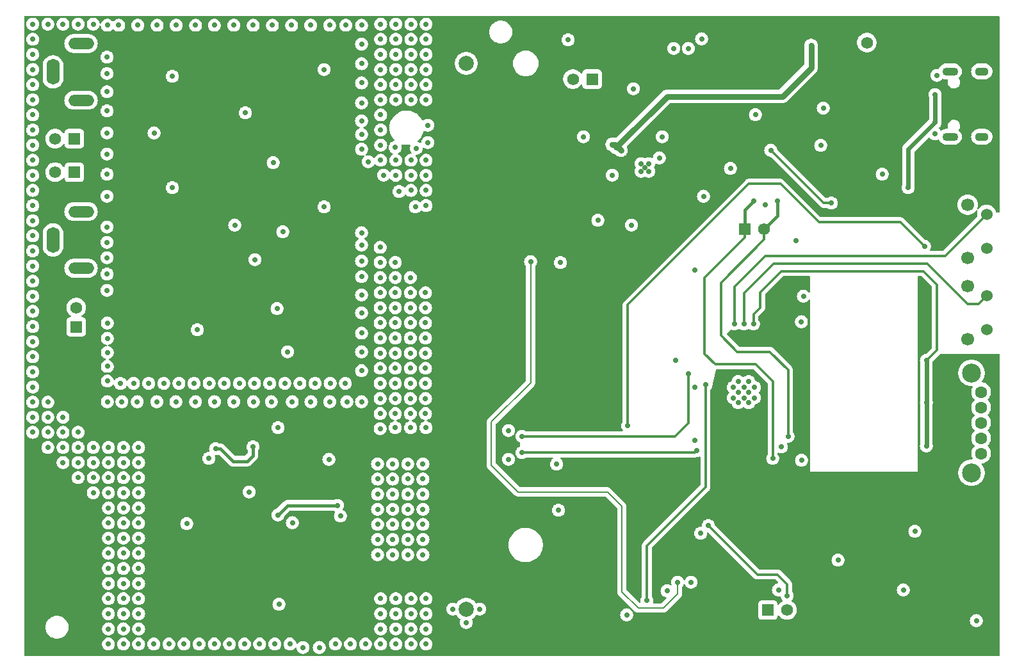
<source format=gbl>
G04 Layer: BottomLayer*
G04 EasyEDA v6.5.22, 2022-12-05 14:56:37*
G04 05bf86c157214e56ba330cf237c0dbe7,b19d526b7a914c21af0811b40d406c84,10*
G04 Gerber Generator version 0.2*
G04 Scale: 100 percent, Rotated: No, Reflected: No *
G04 Dimensions in millimeters *
G04 leading zeros omitted , absolute positions ,4 integer and 5 decimal *
%FSLAX45Y45*%
%MOMM*%

%ADD10C,0.2000*%
%ADD11C,0.3000*%
%ADD12C,0.6000*%
%ADD13C,0.4000*%
%ADD14C,0.8000*%
%ADD15R,1.5748X1.5748*%
%ADD16C,1.5748*%
%ADD17C,2.0000*%
%ADD18O,3.3999932X1.499997*%
%ADD19O,1.7500092X3.3999932*%
%ADD20C,2.5000*%
%ADD21C,1.6000*%
%ADD22O,2.0999958X1.0999978000000001*%
%ADD23O,1.7999964X1.0999978000000001*%
%ADD24C,1.5240*%
%ADD25C,1.7000*%
%ADD26C,0.7000*%
%ADD27C,0.0189*%

%LPD*%
G36*
X2830068Y25908D02*
G01*
X2826156Y26670D01*
X2822905Y28905D01*
X2820670Y32156D01*
X2819908Y36068D01*
X2819908Y8485632D01*
X2820670Y8489492D01*
X2822905Y8492794D01*
X2826156Y8495030D01*
X2830068Y8495792D01*
X15700756Y8492998D01*
X15704667Y8492236D01*
X15707918Y8490051D01*
X15710154Y8486749D01*
X15710916Y8482838D01*
X15710916Y5902960D01*
X15710154Y5899048D01*
X15707918Y5895797D01*
X15704667Y5893562D01*
X15700756Y5892800D01*
X15673781Y5892800D01*
X15670326Y5893409D01*
X15667278Y5895136D01*
X15665043Y5897829D01*
X15663773Y5901232D01*
X15659252Y5915812D01*
X15652953Y5929782D01*
X15645028Y5942838D01*
X15635630Y5954877D01*
X15624810Y5965698D01*
X15612770Y5975146D01*
X15599663Y5983071D01*
X15585744Y5989320D01*
X15571114Y5993892D01*
X15556077Y5996635D01*
X15540786Y5997600D01*
X15525546Y5996635D01*
X15510459Y5993892D01*
X15495879Y5989320D01*
X15481909Y5983071D01*
X15468854Y5975146D01*
X15456814Y5965698D01*
X15445994Y5954877D01*
X15436494Y5942787D01*
X15433395Y5940145D01*
X15429484Y5938926D01*
X15425419Y5939383D01*
X15421863Y5941314D01*
X15419374Y5944565D01*
X15418358Y5948476D01*
X15418917Y5952540D01*
X15420594Y5957062D01*
X15424200Y5972352D01*
X15426029Y5987999D01*
X15426029Y6003798D01*
X15424200Y6019444D01*
X15420594Y6034735D01*
X15415209Y6049568D01*
X15408148Y6063640D01*
X15399461Y6076797D01*
X15389351Y6088888D01*
X15377871Y6099657D01*
X15365222Y6109106D01*
X15351607Y6116980D01*
X15337129Y6123228D01*
X15322042Y6127699D01*
X15306548Y6130442D01*
X15290800Y6131356D01*
X15275051Y6130442D01*
X15259557Y6127699D01*
X15244470Y6123228D01*
X15229992Y6116980D01*
X15216378Y6109106D01*
X15203728Y6099657D01*
X15192248Y6088888D01*
X15182138Y6076797D01*
X15173451Y6063640D01*
X15166390Y6049568D01*
X15161006Y6034735D01*
X15157399Y6019444D01*
X15155570Y6003798D01*
X15155570Y5987999D01*
X15157399Y5972352D01*
X15161006Y5957062D01*
X15166390Y5942228D01*
X15173451Y5928156D01*
X15182138Y5914999D01*
X15192248Y5902909D01*
X15203728Y5892139D01*
X15216378Y5882690D01*
X15229992Y5874816D01*
X15244470Y5868568D01*
X15259557Y5864047D01*
X15275051Y5861354D01*
X15290800Y5860440D01*
X15306548Y5861354D01*
X15322042Y5864047D01*
X15337129Y5868568D01*
X15351607Y5874816D01*
X15365222Y5882690D01*
X15377871Y5892139D01*
X15389351Y5902909D01*
X15399461Y5914999D01*
X15402813Y5920079D01*
X15405709Y5922975D01*
X15409570Y5924499D01*
X15413685Y5924346D01*
X15417393Y5922619D01*
X15420136Y5919520D01*
X15421406Y5915558D01*
X15421000Y5911494D01*
X15417800Y5901232D01*
X15415056Y5886145D01*
X15414142Y5870905D01*
X15415056Y5855614D01*
X15416834Y5845860D01*
X15416885Y5842609D01*
X15415920Y5839510D01*
X15414040Y5836869D01*
X14966950Y5389778D01*
X14963648Y5387543D01*
X14959736Y5386781D01*
X14799970Y5386781D01*
X14795906Y5387644D01*
X14792502Y5390083D01*
X14790369Y5393690D01*
X14789861Y5397804D01*
X14791080Y5401818D01*
X14797024Y5412790D01*
X14801291Y5424220D01*
X14803882Y5436158D01*
X14804745Y5448300D01*
X14803882Y5460441D01*
X14801291Y5472379D01*
X14797024Y5483809D01*
X14791182Y5494528D01*
X14783917Y5504281D01*
X14775281Y5512917D01*
X14765528Y5520182D01*
X14754809Y5526024D01*
X14743379Y5530291D01*
X14730780Y5532932D01*
X14727275Y5533847D01*
X14724329Y5535879D01*
X14448383Y5811824D01*
X14440255Y5818784D01*
X14431518Y5824118D01*
X14422018Y5828080D01*
X14412061Y5830468D01*
X14401393Y5831281D01*
X13353643Y5831281D01*
X13349732Y5832043D01*
X13346430Y5834278D01*
X12860883Y6319824D01*
X12852755Y6326784D01*
X12844018Y6332118D01*
X12834518Y6336080D01*
X12824561Y6338468D01*
X12813893Y6339281D01*
X12395606Y6339281D01*
X12384938Y6338468D01*
X12374981Y6336080D01*
X12365482Y6332118D01*
X12356744Y6326784D01*
X12348616Y6319824D01*
X10748975Y4720183D01*
X10742015Y4712055D01*
X10736681Y4703318D01*
X10732719Y4693818D01*
X10730331Y4683861D01*
X10729518Y4673193D01*
X10729518Y3131566D01*
X10728960Y3128365D01*
X10727486Y3125470D01*
X10723118Y3119628D01*
X10717276Y3108909D01*
X10713008Y3097479D01*
X10710418Y3085541D01*
X10709554Y3073400D01*
X10710418Y3061258D01*
X10713008Y3049320D01*
X10717276Y3037890D01*
X10723118Y3027172D01*
X10733481Y3013252D01*
X10734294Y3009341D01*
X10733481Y3005480D01*
X10731296Y3002178D01*
X10727994Y2999943D01*
X10724134Y2999181D01*
X9456166Y2999181D01*
X9452965Y2999740D01*
X9450070Y3001213D01*
X9444228Y3005582D01*
X9433509Y3011424D01*
X9422079Y3015691D01*
X9410141Y3018282D01*
X9398000Y3019145D01*
X9385858Y3018282D01*
X9373920Y3015691D01*
X9362490Y3011424D01*
X9351772Y3005582D01*
X9342018Y2998317D01*
X9333382Y2989681D01*
X9326118Y2979928D01*
X9320276Y2969209D01*
X9316008Y2957779D01*
X9313418Y2945841D01*
X9312554Y2933700D01*
X9313418Y2921558D01*
X9316008Y2909620D01*
X9320276Y2898190D01*
X9326118Y2887472D01*
X9333382Y2877718D01*
X9342018Y2869082D01*
X9351772Y2861818D01*
X9362490Y2855976D01*
X9365996Y2854655D01*
X9369450Y2852470D01*
X9371787Y2849118D01*
X9372600Y2845104D01*
X9372600Y2806395D01*
X9371787Y2802382D01*
X9369450Y2799029D01*
X9365996Y2796844D01*
X9362490Y2795524D01*
X9351772Y2789682D01*
X9342018Y2782417D01*
X9333382Y2773781D01*
X9326118Y2764028D01*
X9320276Y2753309D01*
X9316008Y2741879D01*
X9313418Y2729941D01*
X9312554Y2717800D01*
X9313418Y2705658D01*
X9316008Y2693720D01*
X9320276Y2682290D01*
X9326118Y2671572D01*
X9333382Y2661818D01*
X9342018Y2653182D01*
X9351772Y2645918D01*
X9362490Y2640076D01*
X9373920Y2635808D01*
X9385858Y2633218D01*
X9398000Y2632354D01*
X9410141Y2633218D01*
X9422079Y2635808D01*
X9433509Y2640076D01*
X9444228Y2645918D01*
X9450070Y2650286D01*
X9452965Y2651760D01*
X9456166Y2652318D01*
X9798507Y2652318D01*
X9802622Y2651455D01*
X9806025Y2648966D01*
X9808159Y2645359D01*
X9808616Y2641193D01*
X9807346Y2637180D01*
X9804603Y2634030D01*
X9799218Y2630017D01*
X9790582Y2621381D01*
X9783318Y2611628D01*
X9777476Y2600909D01*
X9773208Y2589479D01*
X9770618Y2577541D01*
X9769754Y2565400D01*
X9770618Y2553258D01*
X9773208Y2541320D01*
X9777476Y2529890D01*
X9783318Y2519172D01*
X9790582Y2509418D01*
X9799218Y2500782D01*
X9808972Y2493518D01*
X9819690Y2487676D01*
X9831120Y2483408D01*
X9843058Y2480818D01*
X9855200Y2479954D01*
X9867341Y2480818D01*
X9879279Y2483408D01*
X9890709Y2487676D01*
X9901428Y2493518D01*
X9911181Y2500782D01*
X9919817Y2509418D01*
X9927082Y2519172D01*
X9932924Y2529890D01*
X9937191Y2541320D01*
X9939782Y2553258D01*
X9940645Y2565400D01*
X9939782Y2577541D01*
X9937191Y2589479D01*
X9932924Y2600909D01*
X9927082Y2611628D01*
X9919817Y2621381D01*
X9911181Y2630017D01*
X9905796Y2634030D01*
X9903053Y2637180D01*
X9901783Y2641193D01*
X9902240Y2645359D01*
X9904374Y2648966D01*
X9907778Y2651455D01*
X9911892Y2652318D01*
X11683593Y2652318D01*
X11694261Y2653131D01*
X11704218Y2655519D01*
X11708028Y2657094D01*
X11711178Y2657856D01*
X11721541Y2658618D01*
X11733479Y2661208D01*
X11744502Y2665323D01*
X11748312Y2665933D01*
X11752122Y2665069D01*
X11755323Y2662885D01*
X11757456Y2659583D01*
X11758218Y2655773D01*
X11758218Y2291943D01*
X11757456Y2288032D01*
X11755221Y2284730D01*
X11002975Y1532483D01*
X10996015Y1524355D01*
X10990681Y1515618D01*
X10986719Y1506118D01*
X10984331Y1496161D01*
X10983518Y1485493D01*
X10983518Y820166D01*
X10982960Y816965D01*
X10981486Y814069D01*
X10977118Y808228D01*
X10971276Y797509D01*
X10967008Y786079D01*
X10964418Y774141D01*
X10963554Y762000D01*
X10964418Y749858D01*
X10966399Y740714D01*
X10966399Y736396D01*
X10964570Y732485D01*
X10961319Y729640D01*
X10957153Y728421D01*
X10952886Y729030D01*
X10949279Y731367D01*
X10782249Y898398D01*
X10780064Y901700D01*
X10779302Y905560D01*
X10779302Y2006295D01*
X10778794Y2014270D01*
X10778490Y2016353D01*
X10776102Y2026056D01*
X10773054Y2033371D01*
X10767923Y2041906D01*
X10761370Y2049576D01*
X10571276Y2239670D01*
X10563606Y2246223D01*
X10555071Y2251354D01*
X10547756Y2254402D01*
X10538053Y2256790D01*
X10535970Y2257094D01*
X10527995Y2257602D01*
X9376460Y2257602D01*
X9372600Y2258364D01*
X9369298Y2260549D01*
X9055049Y2574798D01*
X9052864Y2578100D01*
X9052102Y2581960D01*
X9052102Y3094939D01*
X9052864Y3098800D01*
X9055049Y3102102D01*
X9554870Y3601923D01*
X9561423Y3609594D01*
X9566554Y3618128D01*
X9569602Y3625443D01*
X9571990Y3635146D01*
X9572294Y3637229D01*
X9572802Y3645204D01*
X9572802Y5180838D01*
X9573564Y5184698D01*
X9584182Y5198872D01*
X9590024Y5209590D01*
X9594291Y5221020D01*
X9596882Y5232958D01*
X9597745Y5245100D01*
X9596882Y5257241D01*
X9594291Y5269179D01*
X9590024Y5280609D01*
X9584182Y5291328D01*
X9576917Y5301081D01*
X9568281Y5309717D01*
X9558528Y5316982D01*
X9547809Y5322824D01*
X9536379Y5327091D01*
X9524441Y5329682D01*
X9512300Y5330545D01*
X9500158Y5329682D01*
X9488220Y5327091D01*
X9476790Y5322824D01*
X9466072Y5316982D01*
X9456318Y5309717D01*
X9447682Y5301081D01*
X9440418Y5291328D01*
X9434576Y5280609D01*
X9430308Y5269179D01*
X9427718Y5257241D01*
X9426854Y5245100D01*
X9427718Y5232958D01*
X9430308Y5221020D01*
X9434576Y5209590D01*
X9440418Y5198872D01*
X9451035Y5184698D01*
X9451797Y5180838D01*
X9451797Y3674160D01*
X9451035Y3670300D01*
X9448850Y3666998D01*
X8949029Y3167176D01*
X8942476Y3159506D01*
X8937345Y3150971D01*
X8934297Y3143656D01*
X8931910Y3133953D01*
X8931605Y3131870D01*
X8931097Y3123895D01*
X8931097Y2553004D01*
X8931605Y2545029D01*
X8931910Y2542946D01*
X8934297Y2533243D01*
X8937345Y2525928D01*
X8942476Y2517394D01*
X8949029Y2509723D01*
X9304223Y2154529D01*
X9311894Y2147976D01*
X9320428Y2142845D01*
X9327743Y2139797D01*
X9337446Y2137410D01*
X9339529Y2137105D01*
X9347504Y2136597D01*
X10499039Y2136597D01*
X10502900Y2135835D01*
X10506202Y2133650D01*
X10655350Y1984502D01*
X10657535Y1981200D01*
X10658297Y1977339D01*
X10658297Y876604D01*
X10658805Y868629D01*
X10659110Y866546D01*
X10661497Y856843D01*
X10664545Y849528D01*
X10669676Y840994D01*
X10676229Y833323D01*
X10891723Y617829D01*
X10899394Y611276D01*
X10907928Y606145D01*
X10915243Y603097D01*
X10924946Y600710D01*
X10927029Y600405D01*
X10935004Y599897D01*
X11264595Y599897D01*
X11272570Y600405D01*
X11274653Y600710D01*
X11284356Y603097D01*
X11291671Y606145D01*
X11300206Y611276D01*
X11307876Y617829D01*
X11497970Y807923D01*
X11504523Y815594D01*
X11509654Y824128D01*
X11512702Y831443D01*
X11515090Y841146D01*
X11515394Y843229D01*
X11515902Y851204D01*
X11515902Y939037D01*
X11516664Y942898D01*
X11527282Y957071D01*
X11533124Y967790D01*
X11534800Y972159D01*
X11536934Y975614D01*
X11540286Y977950D01*
X11544300Y978763D01*
X11548313Y977950D01*
X11551666Y975614D01*
X11553799Y972159D01*
X11555476Y967790D01*
X11561318Y957071D01*
X11568582Y947318D01*
X11577218Y938682D01*
X11586972Y931418D01*
X11597690Y925576D01*
X11609120Y921308D01*
X11621058Y918718D01*
X11633200Y917854D01*
X11645341Y918718D01*
X11657279Y921308D01*
X11668709Y925576D01*
X11679428Y931418D01*
X11689181Y938682D01*
X11697817Y947318D01*
X11705082Y957071D01*
X11710924Y967790D01*
X11715191Y979220D01*
X11717782Y991158D01*
X11718645Y1003300D01*
X11717782Y1015441D01*
X11715191Y1027379D01*
X11710924Y1038809D01*
X11705082Y1049528D01*
X11697817Y1059281D01*
X11689181Y1067917D01*
X11679428Y1075182D01*
X11668709Y1081024D01*
X11657279Y1085291D01*
X11645341Y1087882D01*
X11633200Y1088745D01*
X11621058Y1087882D01*
X11609120Y1085291D01*
X11597690Y1081024D01*
X11586972Y1075182D01*
X11577218Y1067917D01*
X11568582Y1059281D01*
X11561318Y1049528D01*
X11555476Y1038809D01*
X11553799Y1034440D01*
X11551666Y1030986D01*
X11548313Y1028649D01*
X11544300Y1027836D01*
X11540286Y1028649D01*
X11536934Y1030986D01*
X11534800Y1034440D01*
X11533124Y1038809D01*
X11527282Y1049528D01*
X11520017Y1059281D01*
X11511381Y1067917D01*
X11501628Y1075182D01*
X11490909Y1081024D01*
X11479479Y1085291D01*
X11467541Y1087882D01*
X11455400Y1088745D01*
X11443258Y1087882D01*
X11431320Y1085291D01*
X11419890Y1081024D01*
X11409172Y1075182D01*
X11399418Y1067917D01*
X11390782Y1059281D01*
X11383518Y1049528D01*
X11377676Y1038809D01*
X11373408Y1027379D01*
X11370818Y1015441D01*
X11369954Y1003300D01*
X11370818Y991158D01*
X11373408Y979220D01*
X11375390Y973886D01*
X11375999Y969822D01*
X11374983Y965860D01*
X11372545Y962660D01*
X11368938Y960628D01*
X11364925Y960221D01*
X11361013Y961390D01*
X11351209Y966724D01*
X11339779Y970991D01*
X11327841Y973582D01*
X11315700Y974445D01*
X11303558Y973582D01*
X11291620Y970991D01*
X11280190Y966724D01*
X11269472Y960882D01*
X11259718Y953617D01*
X11251082Y944981D01*
X11243818Y935228D01*
X11237976Y924509D01*
X11233708Y913079D01*
X11231118Y901141D01*
X11230254Y889000D01*
X11231118Y876858D01*
X11233708Y864920D01*
X11237976Y853490D01*
X11243818Y842771D01*
X11251082Y833018D01*
X11259718Y824382D01*
X11269472Y817118D01*
X11280190Y811276D01*
X11291620Y807008D01*
X11301628Y804824D01*
X11305540Y802995D01*
X11308384Y799744D01*
X11309604Y795629D01*
X11308994Y791311D01*
X11306657Y787704D01*
X11242802Y723849D01*
X11239500Y721664D01*
X11235639Y720902D01*
X11139271Y720902D01*
X11135461Y721664D01*
X11132210Y723747D01*
X11129975Y726948D01*
X11129111Y730758D01*
X11129772Y734618D01*
X11130991Y737920D01*
X11133582Y749858D01*
X11134445Y762000D01*
X11133582Y774141D01*
X11130991Y786079D01*
X11126724Y797509D01*
X11120882Y808228D01*
X11116513Y814069D01*
X11115040Y816965D01*
X11114481Y820166D01*
X11114481Y1454556D01*
X11115294Y1458468D01*
X11117478Y1461770D01*
X11869724Y2214016D01*
X11876684Y2222144D01*
X11882018Y2230882D01*
X11885980Y2240381D01*
X11888368Y2250338D01*
X11889181Y2261006D01*
X11889181Y3544163D01*
X11889841Y3547770D01*
X11891721Y3550869D01*
X11894566Y3553155D01*
X11899646Y3556050D01*
X11900154Y3557066D01*
X11965330Y3813048D01*
X11967362Y3817010D01*
X11970867Y3819753D01*
X11975185Y3820718D01*
X12452756Y3820718D01*
X12456668Y3819906D01*
X12459970Y3817721D01*
X12644221Y3633470D01*
X12646456Y3630168D01*
X12647218Y3626256D01*
X12647218Y2699766D01*
X12646660Y2696565D01*
X12645186Y2693670D01*
X12640818Y2687828D01*
X12634976Y2677109D01*
X12630708Y2665679D01*
X12628118Y2653741D01*
X12627254Y2641600D01*
X12628118Y2629458D01*
X12630708Y2617520D01*
X12634976Y2606090D01*
X12640818Y2595372D01*
X12648082Y2585618D01*
X12656718Y2576982D01*
X12666472Y2569718D01*
X12677190Y2563876D01*
X12688620Y2559608D01*
X12700558Y2557018D01*
X12712700Y2556154D01*
X12724841Y2557018D01*
X12736779Y2559608D01*
X12748209Y2563876D01*
X12758928Y2569718D01*
X12768681Y2576982D01*
X12777317Y2585618D01*
X12784582Y2595372D01*
X12790424Y2606090D01*
X12794691Y2617520D01*
X12797282Y2629458D01*
X12798145Y2641600D01*
X12797282Y2653741D01*
X12794691Y2665679D01*
X12790424Y2677109D01*
X12784582Y2687828D01*
X12780213Y2693670D01*
X12778740Y2696565D01*
X12778181Y2699766D01*
X12778181Y2706573D01*
X12778943Y2710383D01*
X12781076Y2713685D01*
X12784277Y2715869D01*
X12788087Y2716733D01*
X12791897Y2716123D01*
X12802920Y2712008D01*
X12814858Y2709418D01*
X12827000Y2708554D01*
X12839141Y2709418D01*
X12851079Y2712008D01*
X12862509Y2716276D01*
X12873228Y2722118D01*
X12882981Y2729382D01*
X12891617Y2738018D01*
X12898882Y2747772D01*
X12904724Y2758490D01*
X12908991Y2769920D01*
X12911582Y2781858D01*
X12912445Y2794000D01*
X12911582Y2806141D01*
X12908991Y2818079D01*
X12904724Y2829509D01*
X12902590Y2833471D01*
X12901371Y2837637D01*
X12901980Y2841904D01*
X12904317Y2845562D01*
X12907924Y2847898D01*
X12912191Y2848508D01*
X12915900Y2848254D01*
X12928041Y2849118D01*
X12939979Y2851708D01*
X12951409Y2855976D01*
X12962128Y2861818D01*
X12971881Y2869082D01*
X12980517Y2877718D01*
X12987782Y2887472D01*
X12993624Y2898190D01*
X12997891Y2909620D01*
X13000482Y2921558D01*
X13001345Y2933700D01*
X13000482Y2945841D01*
X12997891Y2957779D01*
X12993624Y2969209D01*
X12987782Y2979928D01*
X12983413Y2985770D01*
X12981940Y2988665D01*
X12981381Y2991866D01*
X12981381Y3809593D01*
X12980568Y3820261D01*
X12978180Y3830218D01*
X12974218Y3839718D01*
X12968884Y3848455D01*
X12961924Y3856583D01*
X12721183Y4097324D01*
X12713055Y4104284D01*
X12704318Y4109618D01*
X12694818Y4113580D01*
X12684861Y4115968D01*
X12674193Y4116781D01*
X12274143Y4116781D01*
X12270232Y4117543D01*
X12266930Y4119778D01*
X12110364Y4276394D01*
X12108180Y4279544D01*
X12107367Y4283303D01*
X12107976Y4287062D01*
X12109958Y4290364D01*
X12155170Y4340606D01*
X12158878Y4343196D01*
X12163298Y4343958D01*
X12167616Y4342739D01*
X12169190Y4341876D01*
X12180620Y4337608D01*
X12192558Y4335018D01*
X12204700Y4334154D01*
X12216841Y4335018D01*
X12228779Y4337608D01*
X12240209Y4341876D01*
X12250928Y4347718D01*
X12261037Y4355338D01*
X12264288Y4357573D01*
X12268200Y4358335D01*
X12272111Y4357573D01*
X12285472Y4347718D01*
X12296190Y4341876D01*
X12307620Y4337608D01*
X12319558Y4335018D01*
X12331700Y4334154D01*
X12343841Y4335018D01*
X12355779Y4337608D01*
X12367209Y4341876D01*
X12377928Y4347718D01*
X12388037Y4355338D01*
X12391288Y4357573D01*
X12395200Y4358335D01*
X12399111Y4357573D01*
X12412472Y4347718D01*
X12423190Y4341876D01*
X12434620Y4337608D01*
X12446558Y4335018D01*
X12458700Y4334154D01*
X12470841Y4335018D01*
X12482779Y4337608D01*
X12494209Y4341876D01*
X12504928Y4347718D01*
X12514681Y4354982D01*
X12523317Y4363618D01*
X12530582Y4373372D01*
X12536424Y4384090D01*
X12540691Y4395520D01*
X12543282Y4407458D01*
X12544145Y4419600D01*
X12543282Y4431741D01*
X12540691Y4443679D01*
X12536424Y4455109D01*
X12530582Y4465828D01*
X12526213Y4471670D01*
X12524740Y4474565D01*
X12524181Y4477766D01*
X12524181Y4515256D01*
X12524994Y4519168D01*
X12527178Y4522470D01*
X12593624Y4588916D01*
X12600584Y4597044D01*
X12605918Y4605782D01*
X12609880Y4615281D01*
X12612268Y4625238D01*
X12613081Y4635906D01*
X12613081Y4807356D01*
X12613894Y4811268D01*
X12616078Y4814570D01*
X12851130Y5049621D01*
X12854432Y5051806D01*
X12858343Y5052618D01*
X13197840Y5052618D01*
X13201751Y5051806D01*
X13205002Y5049621D01*
X13207238Y5046319D01*
X13208000Y5042458D01*
X13208000Y4841951D01*
X13207136Y4837836D01*
X13204698Y4834432D01*
X13201040Y4832299D01*
X13196874Y4831791D01*
X13192861Y4833061D01*
X13189712Y4835855D01*
X13183717Y4843881D01*
X13175081Y4852517D01*
X13165328Y4859782D01*
X13154609Y4865624D01*
X13143179Y4869891D01*
X13131241Y4872482D01*
X13119100Y4873345D01*
X13106958Y4872482D01*
X13095020Y4869891D01*
X13083590Y4865624D01*
X13072871Y4859782D01*
X13063118Y4852517D01*
X13054482Y4843881D01*
X13047218Y4834128D01*
X13041376Y4823409D01*
X13037108Y4811979D01*
X13034518Y4800041D01*
X13033654Y4787900D01*
X13034518Y4775758D01*
X13037108Y4763820D01*
X13041376Y4752390D01*
X13047218Y4741672D01*
X13054482Y4731918D01*
X13063118Y4723282D01*
X13072871Y4716018D01*
X13083590Y4710176D01*
X13095020Y4705908D01*
X13106958Y4703318D01*
X13119100Y4702454D01*
X13131241Y4703318D01*
X13143179Y4705908D01*
X13154609Y4710176D01*
X13165328Y4716018D01*
X13175081Y4723282D01*
X13183717Y4731918D01*
X13189712Y4739944D01*
X13192861Y4742738D01*
X13196874Y4744008D01*
X13201040Y4743500D01*
X13204698Y4741367D01*
X13207136Y4737963D01*
X13208000Y4733848D01*
X13208000Y2464816D01*
X13209016Y2463800D01*
X14629384Y2463800D01*
X14630400Y2464816D01*
X14630400Y5042458D01*
X14631162Y5046319D01*
X14633397Y5049621D01*
X14636648Y5051806D01*
X14640560Y5052618D01*
X14675256Y5052618D01*
X14679168Y5051806D01*
X14682469Y5049621D01*
X14815921Y4916170D01*
X14818156Y4912868D01*
X14818918Y4908956D01*
X14818918Y4108043D01*
X14818156Y4104132D01*
X14815921Y4100829D01*
X14739670Y4024579D01*
X14736724Y4022547D01*
X14720620Y4018991D01*
X14709190Y4014724D01*
X14698472Y4008882D01*
X14688718Y4001617D01*
X14680082Y3992981D01*
X14672818Y3983228D01*
X14666976Y3972509D01*
X14662708Y3961079D01*
X14660118Y3949141D01*
X14659254Y3937000D01*
X14660118Y3924858D01*
X14662708Y3912920D01*
X14663572Y3910584D01*
X14664182Y3907028D01*
X14664182Y3408172D01*
X14663572Y3404615D01*
X14662708Y3402279D01*
X14660118Y3390341D01*
X14659254Y3378200D01*
X14660118Y3366058D01*
X14662708Y3354120D01*
X14663572Y3351784D01*
X14664182Y3348228D01*
X14664182Y2836672D01*
X14663572Y2833116D01*
X14662708Y2830779D01*
X14660118Y2818841D01*
X14659254Y2806700D01*
X14660118Y2794558D01*
X14662708Y2782620D01*
X14666976Y2771190D01*
X14672818Y2760472D01*
X14680082Y2750718D01*
X14688718Y2742082D01*
X14698472Y2734818D01*
X14709190Y2728976D01*
X14720620Y2724708D01*
X14732558Y2722118D01*
X14744700Y2721254D01*
X14756841Y2722118D01*
X14768779Y2724708D01*
X14780209Y2728976D01*
X14790928Y2734818D01*
X14800681Y2742082D01*
X14809317Y2750718D01*
X14816582Y2760472D01*
X14822424Y2771190D01*
X14826691Y2782620D01*
X14829282Y2794558D01*
X14830145Y2806700D01*
X14829282Y2818841D01*
X14826691Y2830779D01*
X14825827Y2833116D01*
X14825218Y2836672D01*
X14825218Y3348228D01*
X14825827Y3351784D01*
X14826691Y3354120D01*
X14829282Y3366058D01*
X14830145Y3378200D01*
X14829282Y3390341D01*
X14826691Y3402279D01*
X14825827Y3404615D01*
X14825218Y3408172D01*
X14825218Y3907028D01*
X14825827Y3910584D01*
X14826691Y3912920D01*
X14829332Y3925519D01*
X14830247Y3929024D01*
X14832279Y3931970D01*
X14923262Y4022902D01*
X14926563Y4025137D01*
X14930424Y4025900D01*
X15700756Y4025900D01*
X15704667Y4025137D01*
X15707918Y4022902D01*
X15710154Y4019651D01*
X15710916Y4015740D01*
X15710916Y36068D01*
X15710154Y32156D01*
X15707918Y28905D01*
X15704667Y26670D01*
X15700756Y25908D01*
G37*

%LPC*%
G36*
X8123529Y3747668D02*
G01*
X8135670Y3748532D01*
X8147608Y3751122D01*
X8158988Y3755390D01*
X8169706Y3761232D01*
X8179460Y3768496D01*
X8188096Y3777132D01*
X8195411Y3786886D01*
X8201253Y3797604D01*
X8205520Y3809034D01*
X8208111Y3820972D01*
X8208975Y3833114D01*
X8208111Y3845255D01*
X8205520Y3857193D01*
X8201253Y3868623D01*
X8195411Y3879342D01*
X8188096Y3889095D01*
X8179460Y3897731D01*
X8169706Y3904996D01*
X8158988Y3910837D01*
X8147608Y3915105D01*
X8135670Y3917696D01*
X8123529Y3918559D01*
X8111337Y3917696D01*
X8099399Y3915105D01*
X8088020Y3910837D01*
X8077301Y3904996D01*
X8067548Y3897731D01*
X8058912Y3889095D01*
X8051596Y3879342D01*
X8045754Y3868623D01*
X8041487Y3857193D01*
X8038896Y3845255D01*
X8038033Y3833114D01*
X8038896Y3820972D01*
X8041487Y3809034D01*
X8045754Y3797604D01*
X8051596Y3786886D01*
X8058912Y3777132D01*
X8067548Y3768496D01*
X8077301Y3761232D01*
X8088020Y3755390D01*
X8099399Y3751122D01*
X8111337Y3748532D01*
G37*
G36*
X6502400Y54254D02*
G01*
X6514541Y55117D01*
X6526479Y57708D01*
X6537909Y61976D01*
X6548628Y67818D01*
X6558381Y75082D01*
X6567017Y83718D01*
X6574281Y93472D01*
X6580124Y104190D01*
X6584391Y115620D01*
X6586981Y127558D01*
X6587845Y139700D01*
X6586981Y151841D01*
X6584391Y163779D01*
X6580124Y175209D01*
X6574281Y185928D01*
X6567017Y195681D01*
X6558381Y204317D01*
X6548628Y211582D01*
X6537909Y217424D01*
X6526479Y221691D01*
X6514541Y224282D01*
X6502400Y225145D01*
X6490258Y224282D01*
X6478320Y221691D01*
X6466890Y217424D01*
X6456172Y211582D01*
X6446418Y204317D01*
X6437782Y195681D01*
X6433312Y189687D01*
X6430264Y186994D01*
X6426403Y185724D01*
X6422339Y186029D01*
X6418732Y187960D01*
X6416192Y191109D01*
X6415074Y195072D01*
X6414871Y197561D01*
X6412280Y209499D01*
X6408013Y220878D01*
X6402171Y231597D01*
X6394907Y241350D01*
X6386271Y249986D01*
X6376517Y257302D01*
X6365798Y263144D01*
X6354368Y267411D01*
X6342430Y270002D01*
X6330289Y270865D01*
X6318148Y270002D01*
X6306210Y267411D01*
X6294780Y263144D01*
X6284061Y257302D01*
X6274308Y249986D01*
X6265672Y241350D01*
X6258407Y231597D01*
X6252565Y220878D01*
X6248298Y209499D01*
X6245707Y197561D01*
X6244844Y185369D01*
X6245707Y173228D01*
X6248298Y161290D01*
X6252565Y149910D01*
X6258407Y139192D01*
X6265672Y129438D01*
X6274308Y120802D01*
X6284061Y113487D01*
X6294780Y107645D01*
X6306210Y103378D01*
X6318148Y100787D01*
X6330289Y99923D01*
X6342430Y100787D01*
X6354368Y103378D01*
X6365798Y107645D01*
X6376517Y113487D01*
X6386271Y120802D01*
X6394907Y129438D01*
X6399377Y135382D01*
X6402425Y138125D01*
X6406286Y139395D01*
X6410350Y139039D01*
X6413957Y137160D01*
X6416497Y133959D01*
X6417614Y130048D01*
X6417818Y127558D01*
X6420408Y115620D01*
X6424676Y104190D01*
X6430518Y93472D01*
X6437782Y83718D01*
X6446418Y75082D01*
X6456172Y67818D01*
X6466890Y61976D01*
X6478320Y57708D01*
X6490258Y55117D01*
G37*
G36*
X7330287Y99923D02*
G01*
X7342428Y100787D01*
X7354366Y103378D01*
X7365796Y107645D01*
X7376515Y113487D01*
X7386269Y120802D01*
X7394905Y129438D01*
X7402169Y139192D01*
X7408011Y149910D01*
X7412278Y161290D01*
X7414869Y173228D01*
X7415733Y185369D01*
X7414869Y197561D01*
X7412278Y209499D01*
X7408011Y220878D01*
X7402169Y231597D01*
X7394905Y241350D01*
X7386269Y249986D01*
X7376515Y257302D01*
X7365796Y263144D01*
X7354366Y267411D01*
X7342428Y270002D01*
X7330287Y270865D01*
X7318146Y270002D01*
X7306208Y267411D01*
X7294778Y263144D01*
X7284059Y257302D01*
X7274306Y249986D01*
X7265670Y241350D01*
X7258405Y231597D01*
X7252563Y220878D01*
X7248296Y209499D01*
X7245705Y197561D01*
X7244842Y185369D01*
X7245705Y173228D01*
X7248296Y161290D01*
X7252563Y149910D01*
X7258405Y139192D01*
X7265670Y129438D01*
X7274306Y120802D01*
X7284059Y113487D01*
X7294778Y107645D01*
X7306208Y103378D01*
X7318146Y100787D01*
G37*
G36*
X5730290Y99923D02*
G01*
X5742432Y100787D01*
X5754370Y103378D01*
X5765800Y107645D01*
X5776518Y113487D01*
X5786272Y120802D01*
X5794908Y129438D01*
X5802172Y139192D01*
X5808014Y149910D01*
X5812282Y161290D01*
X5814872Y173228D01*
X5815736Y185369D01*
X5814872Y197561D01*
X5812282Y209499D01*
X5808014Y220878D01*
X5802172Y231597D01*
X5794908Y241350D01*
X5786272Y249986D01*
X5776518Y257302D01*
X5765800Y263144D01*
X5754370Y267411D01*
X5742432Y270002D01*
X5730290Y270865D01*
X5718149Y270002D01*
X5706211Y267411D01*
X5694781Y263144D01*
X5684062Y257302D01*
X5674309Y249986D01*
X5665673Y241350D01*
X5658408Y231597D01*
X5652566Y220878D01*
X5648299Y209499D01*
X5645708Y197561D01*
X5644845Y185369D01*
X5645708Y173228D01*
X5648299Y161290D01*
X5652566Y149910D01*
X5658408Y139192D01*
X5665673Y129438D01*
X5674309Y120802D01*
X5684062Y113487D01*
X5694781Y107645D01*
X5706211Y103378D01*
X5718149Y100787D01*
G37*
G36*
X7130288Y99923D02*
G01*
X7142429Y100787D01*
X7154367Y103378D01*
X7165797Y107645D01*
X7176516Y113487D01*
X7186269Y120802D01*
X7194905Y129438D01*
X7202170Y139192D01*
X7208012Y149910D01*
X7212279Y161290D01*
X7214870Y173228D01*
X7215733Y185369D01*
X7214870Y197561D01*
X7212279Y209499D01*
X7208012Y220878D01*
X7202170Y231597D01*
X7194905Y241350D01*
X7186269Y249986D01*
X7176516Y257302D01*
X7165797Y263144D01*
X7154367Y267411D01*
X7142429Y270002D01*
X7130288Y270865D01*
X7118146Y270002D01*
X7106208Y267411D01*
X7094778Y263144D01*
X7084059Y257302D01*
X7074306Y249986D01*
X7065670Y241350D01*
X7058406Y231597D01*
X7052564Y220878D01*
X7048296Y209499D01*
X7045706Y197561D01*
X7044842Y185369D01*
X7045706Y173228D01*
X7048296Y161290D01*
X7052564Y149910D01*
X7058406Y139192D01*
X7065670Y129438D01*
X7074306Y120802D01*
X7084059Y113487D01*
X7094778Y107645D01*
X7106208Y103378D01*
X7118146Y100787D01*
G37*
G36*
X5930290Y99923D02*
G01*
X5942431Y100787D01*
X5954369Y103378D01*
X5965799Y107645D01*
X5976518Y113487D01*
X5986272Y120802D01*
X5994908Y129438D01*
X6002172Y139192D01*
X6008014Y149910D01*
X6012281Y161290D01*
X6014872Y173228D01*
X6015736Y185369D01*
X6014872Y197561D01*
X6012281Y209499D01*
X6008014Y220878D01*
X6002172Y231597D01*
X5994908Y241350D01*
X5986272Y249986D01*
X5976518Y257302D01*
X5965799Y263144D01*
X5954369Y267411D01*
X5942431Y270002D01*
X5930290Y270865D01*
X5918149Y270002D01*
X5906211Y267411D01*
X5894781Y263144D01*
X5884062Y257302D01*
X5874308Y249986D01*
X5865672Y241350D01*
X5858408Y231597D01*
X5852566Y220878D01*
X5848299Y209499D01*
X5845708Y197561D01*
X5844844Y185369D01*
X5845708Y173228D01*
X5848299Y161290D01*
X5852566Y149910D01*
X5858408Y139192D01*
X5865672Y129438D01*
X5874308Y120802D01*
X5884062Y113487D01*
X5894781Y107645D01*
X5906211Y103378D01*
X5918149Y100787D01*
G37*
G36*
X5130292Y99923D02*
G01*
X5142433Y100787D01*
X5154371Y103378D01*
X5165801Y107645D01*
X5176520Y113487D01*
X5186273Y120802D01*
X5194909Y129438D01*
X5202174Y139192D01*
X5208016Y149910D01*
X5212283Y161290D01*
X5214874Y173228D01*
X5215737Y185369D01*
X5214874Y197561D01*
X5212283Y209499D01*
X5208016Y220878D01*
X5202174Y231597D01*
X5194909Y241350D01*
X5186273Y249986D01*
X5176520Y257302D01*
X5165801Y263144D01*
X5154371Y267411D01*
X5142433Y270002D01*
X5130292Y270865D01*
X5118150Y270002D01*
X5106212Y267411D01*
X5094782Y263144D01*
X5084064Y257302D01*
X5074310Y249986D01*
X5065674Y241350D01*
X5058410Y231597D01*
X5052568Y220878D01*
X5048300Y209499D01*
X5045710Y197561D01*
X5044846Y185369D01*
X5045710Y173228D01*
X5048300Y161290D01*
X5052568Y149910D01*
X5058410Y139192D01*
X5065674Y129438D01*
X5074310Y120802D01*
X5084064Y113487D01*
X5094782Y107645D01*
X5106212Y103378D01*
X5118150Y100787D01*
G37*
G36*
X7730286Y99923D02*
G01*
X7742428Y100787D01*
X7754366Y103378D01*
X7765796Y107645D01*
X7776514Y113487D01*
X7786268Y120802D01*
X7794904Y129438D01*
X7802168Y139192D01*
X7808010Y149910D01*
X7812278Y161290D01*
X7814868Y173228D01*
X7815732Y185369D01*
X7814868Y197561D01*
X7812278Y209499D01*
X7808010Y220878D01*
X7802168Y231597D01*
X7794904Y241350D01*
X7786268Y249986D01*
X7776514Y257302D01*
X7765796Y263144D01*
X7754366Y267411D01*
X7742428Y270002D01*
X7730286Y270865D01*
X7718145Y270002D01*
X7706207Y267411D01*
X7694777Y263144D01*
X7684058Y257302D01*
X7674305Y249986D01*
X7665669Y241350D01*
X7658404Y231597D01*
X7652562Y220878D01*
X7648295Y209499D01*
X7645704Y197561D01*
X7644841Y185369D01*
X7645704Y173228D01*
X7648295Y161290D01*
X7652562Y149910D01*
X7658404Y139192D01*
X7665669Y129438D01*
X7674305Y120802D01*
X7684058Y113487D01*
X7694777Y107645D01*
X7706207Y103378D01*
X7718145Y100787D01*
G37*
G36*
X4930292Y99923D02*
G01*
X4942433Y100787D01*
X4954371Y103378D01*
X4965801Y107645D01*
X4976520Y113487D01*
X4986274Y120802D01*
X4994910Y129438D01*
X5002174Y139192D01*
X5008016Y149910D01*
X5012283Y161290D01*
X5014874Y173228D01*
X5015738Y185369D01*
X5014874Y197561D01*
X5012283Y209499D01*
X5008016Y220878D01*
X5002174Y231597D01*
X4994910Y241350D01*
X4986274Y249986D01*
X4976520Y257302D01*
X4965801Y263144D01*
X4954371Y267411D01*
X4942433Y270002D01*
X4930292Y270865D01*
X4918151Y270002D01*
X4906213Y267411D01*
X4894783Y263144D01*
X4884064Y257302D01*
X4874310Y249986D01*
X4865674Y241350D01*
X4858410Y231597D01*
X4852568Y220878D01*
X4848301Y209499D01*
X4845710Y197561D01*
X4844846Y185369D01*
X4845710Y173228D01*
X4848301Y161290D01*
X4852568Y149910D01*
X4858410Y139192D01*
X4865674Y129438D01*
X4874310Y120802D01*
X4884064Y113487D01*
X4894783Y107645D01*
X4906213Y103378D01*
X4918151Y100787D01*
G37*
G36*
X5330291Y99923D02*
G01*
X5342432Y100787D01*
X5354370Y103378D01*
X5365800Y107645D01*
X5376519Y113487D01*
X5386273Y120802D01*
X5394909Y129438D01*
X5402173Y139192D01*
X5408015Y149910D01*
X5412282Y161290D01*
X5414873Y173228D01*
X5415737Y185369D01*
X5414873Y197561D01*
X5412282Y209499D01*
X5408015Y220878D01*
X5402173Y231597D01*
X5394909Y241350D01*
X5386273Y249986D01*
X5376519Y257302D01*
X5365800Y263144D01*
X5354370Y267411D01*
X5342432Y270002D01*
X5330291Y270865D01*
X5318150Y270002D01*
X5306212Y267411D01*
X5294782Y263144D01*
X5284063Y257302D01*
X5274310Y249986D01*
X5265674Y241350D01*
X5258409Y231597D01*
X5252567Y220878D01*
X5248300Y209499D01*
X5245709Y197561D01*
X5244846Y185369D01*
X5245709Y173228D01*
X5248300Y161290D01*
X5252567Y149910D01*
X5258409Y139192D01*
X5265674Y129438D01*
X5274310Y120802D01*
X5284063Y113487D01*
X5294782Y107645D01*
X5306212Y103378D01*
X5318150Y100787D01*
G37*
G36*
X8130286Y99923D02*
G01*
X8142427Y100787D01*
X8154365Y103378D01*
X8165795Y107645D01*
X8176514Y113487D01*
X8186267Y120802D01*
X8194903Y129438D01*
X8202168Y139192D01*
X8208009Y149910D01*
X8212277Y161290D01*
X8214868Y173228D01*
X8215731Y185369D01*
X8214868Y197561D01*
X8212277Y209499D01*
X8208009Y220878D01*
X8202168Y231597D01*
X8194903Y241350D01*
X8186267Y249986D01*
X8176514Y257302D01*
X8165795Y263144D01*
X8154365Y267411D01*
X8142427Y270002D01*
X8130286Y270865D01*
X8118144Y270002D01*
X8106206Y267411D01*
X8094776Y263144D01*
X8084058Y257302D01*
X8074304Y249986D01*
X8065668Y241350D01*
X8058403Y231597D01*
X8052562Y220878D01*
X8048294Y209499D01*
X8045703Y197561D01*
X8044840Y185369D01*
X8045703Y173228D01*
X8048294Y161290D01*
X8052562Y149910D01*
X8058403Y139192D01*
X8065668Y129438D01*
X8074304Y120802D01*
X8084058Y113487D01*
X8094776Y107645D01*
X8106206Y103378D01*
X8118144Y100787D01*
G37*
G36*
X4730292Y99923D02*
G01*
X4742434Y100787D01*
X4754372Y103378D01*
X4765802Y107645D01*
X4776520Y113487D01*
X4786274Y120802D01*
X4794910Y129438D01*
X4802174Y139192D01*
X4808016Y149910D01*
X4812284Y161290D01*
X4814874Y173228D01*
X4815738Y185369D01*
X4814874Y197561D01*
X4812284Y209499D01*
X4808016Y220878D01*
X4802174Y231597D01*
X4794910Y241350D01*
X4786274Y249986D01*
X4776520Y257302D01*
X4765802Y263144D01*
X4754372Y267411D01*
X4742434Y270002D01*
X4730292Y270865D01*
X4718151Y270002D01*
X4706213Y267411D01*
X4694783Y263144D01*
X4684064Y257302D01*
X4674311Y249986D01*
X4665675Y241350D01*
X4658410Y231597D01*
X4652568Y220878D01*
X4648301Y209499D01*
X4645710Y197561D01*
X4644847Y185369D01*
X4645710Y173228D01*
X4648301Y161290D01*
X4652568Y149910D01*
X4658410Y139192D01*
X4665675Y129438D01*
X4674311Y120802D01*
X4684064Y113487D01*
X4694783Y107645D01*
X4706213Y103378D01*
X4718151Y100787D01*
G37*
G36*
X5530291Y99923D02*
G01*
X5542432Y100787D01*
X5554370Y103378D01*
X5565800Y107645D01*
X5576519Y113487D01*
X5586272Y120802D01*
X5594908Y129438D01*
X5602173Y139192D01*
X5608015Y149910D01*
X5612282Y161290D01*
X5614873Y173228D01*
X5615736Y185369D01*
X5614873Y197561D01*
X5612282Y209499D01*
X5608015Y220878D01*
X5602173Y231597D01*
X5594908Y241350D01*
X5586272Y249986D01*
X5576519Y257302D01*
X5565800Y263144D01*
X5554370Y267411D01*
X5542432Y270002D01*
X5530291Y270865D01*
X5518150Y270002D01*
X5506212Y267411D01*
X5494782Y263144D01*
X5484063Y257302D01*
X5474309Y249986D01*
X5465673Y241350D01*
X5458409Y231597D01*
X5452567Y220878D01*
X5448300Y209499D01*
X5445709Y197561D01*
X5444845Y185369D01*
X5445709Y173228D01*
X5448300Y161290D01*
X5452567Y149910D01*
X5458409Y139192D01*
X5465673Y129438D01*
X5474309Y120802D01*
X5484063Y113487D01*
X5494782Y107645D01*
X5506212Y103378D01*
X5518150Y100787D01*
G37*
G36*
X3930294Y99923D02*
G01*
X3942435Y100787D01*
X3954373Y103378D01*
X3965803Y107645D01*
X3976522Y113487D01*
X3986276Y120802D01*
X3994912Y129438D01*
X4002176Y139192D01*
X4008018Y149910D01*
X4012285Y161290D01*
X4014876Y173228D01*
X4015740Y185369D01*
X4014876Y197561D01*
X4012285Y209499D01*
X4008018Y220878D01*
X4002176Y231597D01*
X3994912Y241350D01*
X3986276Y249986D01*
X3976522Y257302D01*
X3965803Y263144D01*
X3954373Y267411D01*
X3942435Y270002D01*
X3930294Y270865D01*
X3918153Y270002D01*
X3906215Y267411D01*
X3894785Y263144D01*
X3884066Y257302D01*
X3874312Y249986D01*
X3865676Y241350D01*
X3858412Y231597D01*
X3852570Y220878D01*
X3848303Y209499D01*
X3845712Y197561D01*
X3844848Y185369D01*
X3845712Y173228D01*
X3848303Y161290D01*
X3852570Y149910D01*
X3858412Y139192D01*
X3865676Y129438D01*
X3874312Y120802D01*
X3884066Y113487D01*
X3894785Y107645D01*
X3906215Y103378D01*
X3918153Y100787D01*
G37*
G36*
X4130294Y99923D02*
G01*
X4142435Y100787D01*
X4154373Y103378D01*
X4165803Y107645D01*
X4176522Y113487D01*
X4186275Y120802D01*
X4194911Y129438D01*
X4202176Y139192D01*
X4208018Y149910D01*
X4212285Y161290D01*
X4214876Y173228D01*
X4215739Y185369D01*
X4214876Y197561D01*
X4212285Y209499D01*
X4208018Y220878D01*
X4202176Y231597D01*
X4194911Y241350D01*
X4186275Y249986D01*
X4176522Y257302D01*
X4165803Y263144D01*
X4154373Y267411D01*
X4142435Y270002D01*
X4130294Y270865D01*
X4118152Y270002D01*
X4106214Y267411D01*
X4094784Y263144D01*
X4084065Y257302D01*
X4074312Y249986D01*
X4065676Y241350D01*
X4058412Y231597D01*
X4052570Y220878D01*
X4048302Y209499D01*
X4045712Y197561D01*
X4044848Y185369D01*
X4045712Y173228D01*
X4048302Y161290D01*
X4052570Y149910D01*
X4058412Y139192D01*
X4065676Y129438D01*
X4074312Y120802D01*
X4084065Y113487D01*
X4094784Y107645D01*
X4106214Y103378D01*
X4118152Y100787D01*
G37*
G36*
X7930286Y99923D02*
G01*
X7942427Y100787D01*
X7954365Y103378D01*
X7965795Y107645D01*
X7976514Y113487D01*
X7986268Y120802D01*
X7994903Y129438D01*
X8002168Y139192D01*
X8008010Y149910D01*
X8012277Y161290D01*
X8014868Y173228D01*
X8015731Y185369D01*
X8014868Y197561D01*
X8012277Y209499D01*
X8008010Y220878D01*
X8002168Y231597D01*
X7994903Y241350D01*
X7986268Y249986D01*
X7976514Y257302D01*
X7965795Y263144D01*
X7954365Y267411D01*
X7942427Y270002D01*
X7930286Y270865D01*
X7918145Y270002D01*
X7906207Y267411D01*
X7894777Y263144D01*
X7884058Y257302D01*
X7874304Y249986D01*
X7865668Y241350D01*
X7858404Y231597D01*
X7852562Y220878D01*
X7848295Y209499D01*
X7845704Y197561D01*
X7844840Y185369D01*
X7845704Y173228D01*
X7848295Y161290D01*
X7852562Y149910D01*
X7858404Y139192D01*
X7865668Y129438D01*
X7874304Y120802D01*
X7884058Y113487D01*
X7894777Y107645D01*
X7906207Y103378D01*
X7918145Y100787D01*
G37*
G36*
X6930288Y99923D02*
G01*
X6942429Y100787D01*
X6954367Y103378D01*
X6965797Y107645D01*
X6976516Y113487D01*
X6986270Y120802D01*
X6994906Y129438D01*
X7002170Y139192D01*
X7008012Y149910D01*
X7012279Y161290D01*
X7014870Y173228D01*
X7015734Y185369D01*
X7014870Y197561D01*
X7012279Y209499D01*
X7008012Y220878D01*
X7002170Y231597D01*
X6994906Y241350D01*
X6986270Y249986D01*
X6976516Y257302D01*
X6965797Y263144D01*
X6954367Y267411D01*
X6942429Y270002D01*
X6930288Y270865D01*
X6918147Y270002D01*
X6906209Y267411D01*
X6894779Y263144D01*
X6884060Y257302D01*
X6874306Y249986D01*
X6865670Y241350D01*
X6858406Y231597D01*
X6852564Y220878D01*
X6848297Y209499D01*
X6845706Y197561D01*
X6844842Y185369D01*
X6845706Y173228D01*
X6848297Y161290D01*
X6852564Y149910D01*
X6858406Y139192D01*
X6865670Y129438D01*
X6874306Y120802D01*
X6884060Y113487D01*
X6894779Y107645D01*
X6906209Y103378D01*
X6918147Y100787D01*
G37*
G36*
X6130290Y99923D02*
G01*
X6142431Y100787D01*
X6154369Y103378D01*
X6165799Y107645D01*
X6176518Y113487D01*
X6186271Y120802D01*
X6194907Y129438D01*
X6202172Y139192D01*
X6208014Y149910D01*
X6212281Y161290D01*
X6214872Y173228D01*
X6215735Y185369D01*
X6214872Y197561D01*
X6212281Y209499D01*
X6208014Y220878D01*
X6202172Y231597D01*
X6194907Y241350D01*
X6186271Y249986D01*
X6176518Y257302D01*
X6165799Y263144D01*
X6154369Y267411D01*
X6142431Y270002D01*
X6130290Y270865D01*
X6118148Y270002D01*
X6106210Y267411D01*
X6094780Y263144D01*
X6084062Y257302D01*
X6074308Y249986D01*
X6065672Y241350D01*
X6058408Y231597D01*
X6052566Y220878D01*
X6048298Y209499D01*
X6045708Y197561D01*
X6044844Y185369D01*
X6045708Y173228D01*
X6048298Y161290D01*
X6052566Y149910D01*
X6058408Y139192D01*
X6065672Y129438D01*
X6074308Y120802D01*
X6084062Y113487D01*
X6094780Y107645D01*
X6106210Y103378D01*
X6118148Y100787D01*
G37*
G36*
X4530293Y99923D02*
G01*
X4542434Y100787D01*
X4554372Y103378D01*
X4565802Y107645D01*
X4576521Y113487D01*
X4586274Y120802D01*
X4594910Y129438D01*
X4602175Y139192D01*
X4608017Y149910D01*
X4612284Y161290D01*
X4614875Y173228D01*
X4615738Y185369D01*
X4614875Y197561D01*
X4612284Y209499D01*
X4608017Y220878D01*
X4602175Y231597D01*
X4594910Y241350D01*
X4586274Y249986D01*
X4576521Y257302D01*
X4565802Y263144D01*
X4554372Y267411D01*
X4542434Y270002D01*
X4530293Y270865D01*
X4518152Y270002D01*
X4506214Y267411D01*
X4494784Y263144D01*
X4484065Y257302D01*
X4474311Y249986D01*
X4465675Y241350D01*
X4458411Y231597D01*
X4452569Y220878D01*
X4448302Y209499D01*
X4445711Y197561D01*
X4444847Y185369D01*
X4445711Y173228D01*
X4448302Y161290D01*
X4452569Y149910D01*
X4458411Y139192D01*
X4465675Y129438D01*
X4474311Y120802D01*
X4484065Y113487D01*
X4494784Y107645D01*
X4506214Y103378D01*
X4518152Y100787D01*
G37*
G36*
X7530287Y99923D02*
G01*
X7542428Y100787D01*
X7554366Y103378D01*
X7565796Y107645D01*
X7576515Y113487D01*
X7586268Y120802D01*
X7594904Y129438D01*
X7602169Y139192D01*
X7608011Y149910D01*
X7612278Y161290D01*
X7614869Y173228D01*
X7615732Y185369D01*
X7614869Y197561D01*
X7612278Y209499D01*
X7608011Y220878D01*
X7602169Y231597D01*
X7594904Y241350D01*
X7586268Y249986D01*
X7576515Y257302D01*
X7565796Y263144D01*
X7554366Y267411D01*
X7542428Y270002D01*
X7530287Y270865D01*
X7518146Y270002D01*
X7506208Y267411D01*
X7494778Y263144D01*
X7484059Y257302D01*
X7474305Y249986D01*
X7465669Y241350D01*
X7458405Y231597D01*
X7452563Y220878D01*
X7448296Y209499D01*
X7445705Y197561D01*
X7444841Y185369D01*
X7445705Y173228D01*
X7448296Y161290D01*
X7452563Y149910D01*
X7458405Y139192D01*
X7465669Y129438D01*
X7474305Y120802D01*
X7484059Y113487D01*
X7494778Y107645D01*
X7506208Y103378D01*
X7518146Y100787D01*
G37*
G36*
X4330293Y99923D02*
G01*
X4342434Y100787D01*
X4354372Y103378D01*
X4365802Y107645D01*
X4376521Y113487D01*
X4386275Y120802D01*
X4394911Y129438D01*
X4402175Y139192D01*
X4408017Y149910D01*
X4412284Y161290D01*
X4414875Y173228D01*
X4415739Y185369D01*
X4414875Y197561D01*
X4412284Y209499D01*
X4408017Y220878D01*
X4402175Y231597D01*
X4394911Y241350D01*
X4386275Y249986D01*
X4376521Y257302D01*
X4365802Y263144D01*
X4354372Y267411D01*
X4342434Y270002D01*
X4330293Y270865D01*
X4318152Y270002D01*
X4306214Y267411D01*
X4294784Y263144D01*
X4284065Y257302D01*
X4274312Y249986D01*
X4265676Y241350D01*
X4258411Y231597D01*
X4252569Y220878D01*
X4248302Y209499D01*
X4245711Y197561D01*
X4244848Y185369D01*
X4245711Y173228D01*
X4248302Y161290D01*
X4252569Y149910D01*
X4258411Y139192D01*
X4265676Y129438D01*
X4274312Y120802D01*
X4284065Y113487D01*
X4294784Y107645D01*
X4306214Y103378D01*
X4318152Y100787D01*
G37*
G36*
X8130286Y8299907D02*
G01*
X8142427Y8300770D01*
X8154365Y8303361D01*
X8165795Y8307628D01*
X8176514Y8313470D01*
X8186267Y8320786D01*
X8194903Y8329422D01*
X8202168Y8339175D01*
X8208009Y8349894D01*
X8212277Y8361273D01*
X8214868Y8373211D01*
X8215731Y8385352D01*
X8214868Y8397544D01*
X8212277Y8409482D01*
X8208009Y8420862D01*
X8202168Y8431580D01*
X8194903Y8441334D01*
X8186267Y8449970D01*
X8176514Y8457285D01*
X8165795Y8463127D01*
X8154365Y8467394D01*
X8142427Y8469985D01*
X8130286Y8470849D01*
X8118144Y8469985D01*
X8106206Y8467394D01*
X8094776Y8463127D01*
X8084058Y8457285D01*
X8074304Y8449970D01*
X8065668Y8441334D01*
X8058403Y8431580D01*
X8052562Y8420862D01*
X8048294Y8409482D01*
X8045703Y8397544D01*
X8044840Y8385352D01*
X8045703Y8373211D01*
X8048294Y8361273D01*
X8052562Y8349894D01*
X8058403Y8339175D01*
X8065668Y8329422D01*
X8074304Y8320786D01*
X8084058Y8313470D01*
X8094776Y8307628D01*
X8106206Y8303361D01*
X8118144Y8300770D01*
G37*
G36*
X2930296Y8299907D02*
G01*
X2942437Y8300770D01*
X2954375Y8303361D01*
X2965805Y8307628D01*
X2976524Y8313470D01*
X2986278Y8320786D01*
X2994914Y8329422D01*
X3002178Y8339175D01*
X3008020Y8349894D01*
X3012287Y8361273D01*
X3014878Y8373211D01*
X3015742Y8385352D01*
X3014878Y8397544D01*
X3012287Y8409482D01*
X3008020Y8420862D01*
X3002178Y8431580D01*
X2994914Y8441334D01*
X2986278Y8449970D01*
X2976524Y8457285D01*
X2965805Y8463127D01*
X2954375Y8467394D01*
X2942437Y8469985D01*
X2930296Y8470849D01*
X2918155Y8469985D01*
X2906217Y8467394D01*
X2894787Y8463127D01*
X2884068Y8457285D01*
X2874314Y8449970D01*
X2865678Y8441334D01*
X2858414Y8431580D01*
X2852572Y8420862D01*
X2848305Y8409482D01*
X2845714Y8397544D01*
X2844850Y8385352D01*
X2845714Y8373211D01*
X2848305Y8361273D01*
X2852572Y8349894D01*
X2858414Y8339175D01*
X2865678Y8329422D01*
X2874314Y8320786D01*
X2884068Y8313470D01*
X2894787Y8307628D01*
X2906217Y8303361D01*
X2918155Y8300770D01*
G37*
G36*
X3255365Y254355D02*
G01*
X3272078Y255778D01*
X3288537Y258978D01*
X3304540Y263956D01*
X3319881Y270713D01*
X3334359Y279095D01*
X3347872Y289001D01*
X3360216Y300380D01*
X3371189Y312978D01*
X3380740Y326745D01*
X3388715Y341477D01*
X3395014Y357022D01*
X3399586Y373126D01*
X3402380Y389686D01*
X3403295Y406400D01*
X3402380Y423113D01*
X3399586Y439674D01*
X3395014Y455777D01*
X3388715Y471322D01*
X3380740Y486054D01*
X3371189Y499821D01*
X3360216Y512419D01*
X3347872Y523798D01*
X3334359Y533704D01*
X3319881Y542086D01*
X3304540Y548843D01*
X3288537Y553821D01*
X3272078Y557022D01*
X3255365Y558444D01*
X3238652Y557936D01*
X3222040Y555650D01*
X3205784Y551535D01*
X3190087Y545693D01*
X3175152Y538124D01*
X3161131Y528929D01*
X3148177Y518312D01*
X3136493Y506272D01*
X3126232Y493064D01*
X3117443Y478790D01*
X3110280Y463651D01*
X3104845Y447801D01*
X3101187Y431444D01*
X3099358Y414782D01*
X3099358Y398018D01*
X3101187Y381355D01*
X3104845Y364998D01*
X3110280Y349148D01*
X3117443Y334010D01*
X3126232Y319735D01*
X3136493Y306527D01*
X3148177Y294487D01*
X3161131Y283870D01*
X3175152Y274675D01*
X3190087Y267106D01*
X3205784Y261264D01*
X3222040Y257149D01*
X3238652Y254863D01*
G37*
G36*
X7930286Y299923D02*
G01*
X7942427Y300786D01*
X7954365Y303377D01*
X7965795Y307644D01*
X7976514Y313486D01*
X7986268Y320802D01*
X7994903Y329438D01*
X8002168Y339191D01*
X8008010Y349910D01*
X8012277Y361289D01*
X8014868Y373227D01*
X8015731Y385368D01*
X8014868Y397560D01*
X8012277Y409498D01*
X8008010Y420878D01*
X8002168Y431596D01*
X7994903Y441350D01*
X7986268Y449986D01*
X7976514Y457301D01*
X7965795Y463143D01*
X7954365Y467410D01*
X7942427Y470001D01*
X7930286Y470865D01*
X7918145Y470001D01*
X7906207Y467410D01*
X7894777Y463143D01*
X7884058Y457301D01*
X7874304Y449986D01*
X7865668Y441350D01*
X7858404Y431596D01*
X7852562Y420878D01*
X7848295Y409498D01*
X7845704Y397560D01*
X7844840Y385368D01*
X7845704Y373227D01*
X7848295Y361289D01*
X7852562Y349910D01*
X7858404Y339191D01*
X7865668Y329438D01*
X7874304Y320802D01*
X7884058Y313486D01*
X7894777Y307644D01*
X7906207Y303377D01*
X7918145Y300786D01*
G37*
G36*
X3930294Y299923D02*
G01*
X3942435Y300786D01*
X3954373Y303377D01*
X3965803Y307644D01*
X3976522Y313486D01*
X3986276Y320802D01*
X3994912Y329438D01*
X4002176Y339191D01*
X4008018Y349910D01*
X4012285Y361289D01*
X4014876Y373227D01*
X4015740Y385368D01*
X4014876Y397560D01*
X4012285Y409498D01*
X4008018Y420878D01*
X4002176Y431596D01*
X3994912Y441350D01*
X3986276Y449986D01*
X3976522Y457301D01*
X3965803Y463143D01*
X3954373Y467410D01*
X3942435Y470001D01*
X3930294Y470865D01*
X3918153Y470001D01*
X3906215Y467410D01*
X3894785Y463143D01*
X3884066Y457301D01*
X3874312Y449986D01*
X3865676Y441350D01*
X3858412Y431596D01*
X3852570Y420878D01*
X3848303Y409498D01*
X3845712Y397560D01*
X3844848Y385368D01*
X3845712Y373227D01*
X3848303Y361289D01*
X3852570Y349910D01*
X3858412Y339191D01*
X3865676Y329438D01*
X3874312Y320802D01*
X3884066Y313486D01*
X3894785Y307644D01*
X3906215Y303377D01*
X3918153Y300786D01*
G37*
G36*
X7530287Y299923D02*
G01*
X7542428Y300786D01*
X7554366Y303377D01*
X7565796Y307644D01*
X7576515Y313486D01*
X7586268Y320802D01*
X7594904Y329438D01*
X7602169Y339191D01*
X7608011Y349910D01*
X7612278Y361289D01*
X7614869Y373227D01*
X7615732Y385368D01*
X7614869Y397560D01*
X7612278Y409498D01*
X7608011Y420878D01*
X7602169Y431596D01*
X7594904Y441350D01*
X7586268Y449986D01*
X7576515Y457301D01*
X7565796Y463143D01*
X7554366Y467410D01*
X7542428Y470001D01*
X7530287Y470865D01*
X7518146Y470001D01*
X7506208Y467410D01*
X7494778Y463143D01*
X7484059Y457301D01*
X7474305Y449986D01*
X7465669Y441350D01*
X7458405Y431596D01*
X7452563Y420878D01*
X7448296Y409498D01*
X7445705Y397560D01*
X7444841Y385368D01*
X7445705Y373227D01*
X7448296Y361289D01*
X7452563Y349910D01*
X7458405Y339191D01*
X7465669Y329438D01*
X7474305Y320802D01*
X7484059Y313486D01*
X7494778Y307644D01*
X7506208Y303377D01*
X7518146Y300786D01*
G37*
G36*
X8130286Y299923D02*
G01*
X8142427Y300786D01*
X8154365Y303377D01*
X8165795Y307644D01*
X8176514Y313486D01*
X8186267Y320802D01*
X8194903Y329438D01*
X8202168Y339191D01*
X8208009Y349910D01*
X8212277Y361289D01*
X8214868Y373227D01*
X8215731Y385368D01*
X8214868Y397560D01*
X8212277Y409498D01*
X8208009Y420878D01*
X8202168Y431596D01*
X8194903Y441350D01*
X8186267Y449986D01*
X8176514Y457301D01*
X8165795Y463143D01*
X8154365Y467410D01*
X8142427Y470001D01*
X8130286Y470865D01*
X8118144Y470001D01*
X8106206Y467410D01*
X8094776Y463143D01*
X8084058Y457301D01*
X8074304Y449986D01*
X8065668Y441350D01*
X8058403Y431596D01*
X8052562Y420878D01*
X8048294Y409498D01*
X8045703Y397560D01*
X8044840Y385368D01*
X8045703Y373227D01*
X8048294Y361289D01*
X8052562Y349910D01*
X8058403Y339191D01*
X8065668Y329438D01*
X8074304Y320802D01*
X8084058Y313486D01*
X8094776Y307644D01*
X8106206Y303377D01*
X8118144Y300786D01*
G37*
G36*
X4330293Y299923D02*
G01*
X4342434Y300786D01*
X4354372Y303377D01*
X4365802Y307644D01*
X4376521Y313486D01*
X4386275Y320802D01*
X4394911Y329438D01*
X4402175Y339191D01*
X4408017Y349910D01*
X4412284Y361289D01*
X4414875Y373227D01*
X4415739Y385368D01*
X4414875Y397560D01*
X4412284Y409498D01*
X4408017Y420878D01*
X4402175Y431596D01*
X4394911Y441350D01*
X4386275Y449986D01*
X4376521Y457301D01*
X4365802Y463143D01*
X4354372Y467410D01*
X4342434Y470001D01*
X4330293Y470865D01*
X4318152Y470001D01*
X4306214Y467410D01*
X4294784Y463143D01*
X4284065Y457301D01*
X4274312Y449986D01*
X4265676Y441350D01*
X4258411Y431596D01*
X4252569Y420878D01*
X4248302Y409498D01*
X4245711Y397560D01*
X4244848Y385368D01*
X4245711Y373227D01*
X4248302Y361289D01*
X4252569Y349910D01*
X4258411Y339191D01*
X4265676Y329438D01*
X4274312Y320802D01*
X4284065Y313486D01*
X4294784Y307644D01*
X4306214Y303377D01*
X4318152Y300786D01*
G37*
G36*
X7730286Y299923D02*
G01*
X7742428Y300786D01*
X7754366Y303377D01*
X7765796Y307644D01*
X7776514Y313486D01*
X7786268Y320802D01*
X7794904Y329438D01*
X7802168Y339191D01*
X7808010Y349910D01*
X7812278Y361289D01*
X7814868Y373227D01*
X7815732Y385368D01*
X7814868Y397560D01*
X7812278Y409498D01*
X7808010Y420878D01*
X7802168Y431596D01*
X7794904Y441350D01*
X7786268Y449986D01*
X7776514Y457301D01*
X7765796Y463143D01*
X7754366Y467410D01*
X7742428Y470001D01*
X7730286Y470865D01*
X7718145Y470001D01*
X7706207Y467410D01*
X7694777Y463143D01*
X7684058Y457301D01*
X7674305Y449986D01*
X7665669Y441350D01*
X7658404Y431596D01*
X7652562Y420878D01*
X7648295Y409498D01*
X7645704Y397560D01*
X7644841Y385368D01*
X7645704Y373227D01*
X7648295Y361289D01*
X7652562Y349910D01*
X7658404Y339191D01*
X7665669Y329438D01*
X7674305Y320802D01*
X7684058Y313486D01*
X7694777Y307644D01*
X7706207Y303377D01*
X7718145Y300786D01*
G37*
G36*
X4130294Y299923D02*
G01*
X4142435Y300786D01*
X4154373Y303377D01*
X4165803Y307644D01*
X4176522Y313486D01*
X4186275Y320802D01*
X4194911Y329438D01*
X4202176Y339191D01*
X4208018Y349910D01*
X4212285Y361289D01*
X4214876Y373227D01*
X4215739Y385368D01*
X4214876Y397560D01*
X4212285Y409498D01*
X4208018Y420878D01*
X4202176Y431596D01*
X4194911Y441350D01*
X4186275Y449986D01*
X4176522Y457301D01*
X4165803Y463143D01*
X4154373Y467410D01*
X4142435Y470001D01*
X4130294Y470865D01*
X4118152Y470001D01*
X4106214Y467410D01*
X4094784Y463143D01*
X4084065Y457301D01*
X4074312Y449986D01*
X4065676Y441350D01*
X4058412Y431596D01*
X4052570Y420878D01*
X4048302Y409498D01*
X4045712Y397560D01*
X4044848Y385368D01*
X4045712Y373227D01*
X4048302Y361289D01*
X4052570Y349910D01*
X4058412Y339191D01*
X4065676Y329438D01*
X4074312Y320802D01*
X4084065Y313486D01*
X4094784Y307644D01*
X4106214Y303377D01*
X4118152Y300786D01*
G37*
G36*
X8661400Y384454D02*
G01*
X8673541Y385318D01*
X8685479Y387908D01*
X8696909Y392176D01*
X8707628Y398018D01*
X8717381Y405282D01*
X8726017Y413918D01*
X8733282Y423672D01*
X8739124Y434390D01*
X8743391Y445820D01*
X8745982Y457758D01*
X8746845Y469900D01*
X8745982Y482041D01*
X8743391Y493979D01*
X8739225Y505256D01*
X8738616Y509625D01*
X8739886Y513791D01*
X8742832Y517093D01*
X8755227Y525881D01*
X8767826Y537108D01*
X8779052Y549706D01*
X8788806Y563422D01*
X8790127Y565861D01*
X8792413Y568655D01*
X8795512Y570484D01*
X8799068Y571093D01*
X8802624Y570433D01*
X8815120Y565708D01*
X8827058Y563118D01*
X8839200Y562254D01*
X8851341Y563118D01*
X8863279Y565708D01*
X8874709Y569976D01*
X8885428Y575818D01*
X8895181Y583082D01*
X8903817Y591718D01*
X8911082Y601472D01*
X8916924Y612190D01*
X8921191Y623620D01*
X8923782Y635558D01*
X8924645Y647700D01*
X8923782Y659841D01*
X8921191Y671779D01*
X8916924Y683209D01*
X8911082Y693928D01*
X8903817Y703681D01*
X8895181Y712317D01*
X8885428Y719582D01*
X8874709Y725424D01*
X8863279Y729691D01*
X8851341Y732282D01*
X8839200Y733145D01*
X8827058Y732282D01*
X8815120Y729691D01*
X8803690Y725424D01*
X8799931Y723392D01*
X8796426Y722223D01*
X8792768Y722426D01*
X8789416Y723849D01*
X8786774Y726440D01*
X8779052Y737311D01*
X8767826Y749909D01*
X8755227Y761136D01*
X8741460Y770940D01*
X8726678Y779068D01*
X8711082Y785520D01*
X8694877Y790194D01*
X8678265Y793038D01*
X8661400Y794004D01*
X8644534Y793038D01*
X8627922Y790194D01*
X8611717Y785520D01*
X8596122Y779068D01*
X8581339Y770940D01*
X8567572Y761136D01*
X8554974Y749909D01*
X8543747Y737311D01*
X8536025Y726440D01*
X8533384Y723849D01*
X8530031Y722426D01*
X8526373Y722223D01*
X8522868Y723392D01*
X8519109Y725424D01*
X8507679Y729691D01*
X8495741Y732282D01*
X8483600Y733145D01*
X8471458Y732282D01*
X8459520Y729691D01*
X8448090Y725424D01*
X8437372Y719582D01*
X8427618Y712317D01*
X8418982Y703681D01*
X8411718Y693928D01*
X8405876Y683209D01*
X8401608Y671779D01*
X8399018Y659841D01*
X8398154Y647700D01*
X8399018Y635558D01*
X8401608Y623620D01*
X8405876Y612190D01*
X8411718Y601472D01*
X8418982Y591718D01*
X8427618Y583082D01*
X8437372Y575818D01*
X8448090Y569976D01*
X8459520Y565708D01*
X8471458Y563118D01*
X8483600Y562254D01*
X8495741Y563118D01*
X8507679Y565708D01*
X8520176Y570433D01*
X8523732Y571093D01*
X8527288Y570484D01*
X8530386Y568655D01*
X8532672Y565861D01*
X8533993Y563422D01*
X8543747Y549706D01*
X8554974Y537108D01*
X8567572Y525881D01*
X8579967Y517093D01*
X8582914Y513791D01*
X8584184Y509625D01*
X8583574Y505256D01*
X8579408Y493979D01*
X8576818Y482041D01*
X8575954Y469900D01*
X8576818Y457758D01*
X8579408Y445820D01*
X8583676Y434390D01*
X8589518Y423672D01*
X8596782Y413918D01*
X8605418Y405282D01*
X8615172Y398018D01*
X8625890Y392176D01*
X8637320Y387908D01*
X8649258Y385318D01*
G37*
G36*
X15405100Y409854D02*
G01*
X15417241Y410718D01*
X15429179Y413308D01*
X15440609Y417576D01*
X15451328Y423418D01*
X15461081Y430682D01*
X15469717Y439318D01*
X15476982Y449072D01*
X15482824Y459790D01*
X15487091Y471220D01*
X15489682Y483158D01*
X15490545Y495300D01*
X15489682Y507441D01*
X15487091Y519379D01*
X15482824Y530809D01*
X15476982Y541528D01*
X15469717Y551281D01*
X15461081Y559917D01*
X15451328Y567182D01*
X15440609Y573024D01*
X15429179Y577291D01*
X15417241Y579882D01*
X15405100Y580745D01*
X15392958Y579882D01*
X15381020Y577291D01*
X15369590Y573024D01*
X15358872Y567182D01*
X15349118Y559917D01*
X15340482Y551281D01*
X15333218Y541528D01*
X15327376Y530809D01*
X15323108Y519379D01*
X15320518Y507441D01*
X15319654Y495300D01*
X15320518Y483158D01*
X15323108Y471220D01*
X15327376Y459790D01*
X15333218Y449072D01*
X15340482Y439318D01*
X15349118Y430682D01*
X15358872Y423418D01*
X15369590Y417576D01*
X15381020Y413308D01*
X15392958Y410718D01*
G37*
G36*
X10782300Y486054D02*
G01*
X10794441Y486918D01*
X10806379Y489508D01*
X10817809Y493776D01*
X10828528Y499618D01*
X10838281Y506882D01*
X10846917Y515518D01*
X10854182Y525272D01*
X10860024Y535990D01*
X10864291Y547420D01*
X10866882Y559358D01*
X10867745Y571500D01*
X10866882Y583641D01*
X10864291Y595579D01*
X10860024Y607009D01*
X10854182Y617728D01*
X10846917Y627481D01*
X10838281Y636117D01*
X10828528Y643382D01*
X10817809Y649224D01*
X10806379Y653491D01*
X10794441Y656082D01*
X10782300Y656945D01*
X10770158Y656082D01*
X10758220Y653491D01*
X10746790Y649224D01*
X10736072Y643382D01*
X10726318Y636117D01*
X10717682Y627481D01*
X10710418Y617728D01*
X10704576Y607009D01*
X10700308Y595579D01*
X10697718Y583641D01*
X10696854Y571500D01*
X10697718Y559358D01*
X10700308Y547420D01*
X10704576Y535990D01*
X10710418Y525272D01*
X10717682Y515518D01*
X10726318Y506882D01*
X10736072Y499618D01*
X10746790Y493776D01*
X10758220Y489508D01*
X10770158Y486918D01*
G37*
G36*
X7530287Y499922D02*
G01*
X7542428Y500786D01*
X7554366Y503377D01*
X7565796Y507644D01*
X7576515Y513486D01*
X7586268Y520801D01*
X7594904Y529437D01*
X7602169Y539191D01*
X7608011Y549910D01*
X7612278Y561289D01*
X7614869Y573227D01*
X7615732Y585368D01*
X7614869Y597560D01*
X7612278Y609498D01*
X7608011Y620877D01*
X7602169Y631596D01*
X7594904Y641350D01*
X7586268Y649986D01*
X7576515Y657301D01*
X7565796Y663143D01*
X7554366Y667410D01*
X7542428Y670001D01*
X7530287Y670864D01*
X7518146Y670001D01*
X7506208Y667410D01*
X7494778Y663143D01*
X7484059Y657301D01*
X7474305Y649986D01*
X7465669Y641350D01*
X7458405Y631596D01*
X7452563Y620877D01*
X7448296Y609498D01*
X7445705Y597560D01*
X7444841Y585368D01*
X7445705Y573227D01*
X7448296Y561289D01*
X7452563Y549910D01*
X7458405Y539191D01*
X7465669Y529437D01*
X7474305Y520801D01*
X7484059Y513486D01*
X7494778Y507644D01*
X7506208Y503377D01*
X7518146Y500786D01*
G37*
G36*
X4330293Y499922D02*
G01*
X4342434Y500786D01*
X4354372Y503377D01*
X4365802Y507644D01*
X4376521Y513486D01*
X4386275Y520801D01*
X4394911Y529437D01*
X4402175Y539191D01*
X4408017Y549910D01*
X4412284Y561289D01*
X4414875Y573227D01*
X4415739Y585368D01*
X4414875Y597560D01*
X4412284Y609498D01*
X4408017Y620877D01*
X4402175Y631596D01*
X4394911Y641350D01*
X4386275Y649986D01*
X4376521Y657301D01*
X4365802Y663143D01*
X4354372Y667410D01*
X4342434Y670001D01*
X4330293Y670864D01*
X4318152Y670001D01*
X4306214Y667410D01*
X4294784Y663143D01*
X4284065Y657301D01*
X4274312Y649986D01*
X4265676Y641350D01*
X4258411Y631596D01*
X4252569Y620877D01*
X4248302Y609498D01*
X4245711Y597560D01*
X4244848Y585368D01*
X4245711Y573227D01*
X4248302Y561289D01*
X4252569Y549910D01*
X4258411Y539191D01*
X4265676Y529437D01*
X4274312Y520801D01*
X4284065Y513486D01*
X4294784Y507644D01*
X4306214Y503377D01*
X4318152Y500786D01*
G37*
G36*
X4130294Y499922D02*
G01*
X4142435Y500786D01*
X4154373Y503377D01*
X4165803Y507644D01*
X4176522Y513486D01*
X4186275Y520801D01*
X4194911Y529437D01*
X4202176Y539191D01*
X4208018Y549910D01*
X4212285Y561289D01*
X4214876Y573227D01*
X4215739Y585368D01*
X4214876Y597560D01*
X4212285Y609498D01*
X4208018Y620877D01*
X4202176Y631596D01*
X4194911Y641350D01*
X4186275Y649986D01*
X4176522Y657301D01*
X4165803Y663143D01*
X4154373Y667410D01*
X4142435Y670001D01*
X4130294Y670864D01*
X4118152Y670001D01*
X4106214Y667410D01*
X4094784Y663143D01*
X4084065Y657301D01*
X4074312Y649986D01*
X4065676Y641350D01*
X4058412Y631596D01*
X4052570Y620877D01*
X4048302Y609498D01*
X4045712Y597560D01*
X4044848Y585368D01*
X4045712Y573227D01*
X4048302Y561289D01*
X4052570Y549910D01*
X4058412Y539191D01*
X4065676Y529437D01*
X4074312Y520801D01*
X4084065Y513486D01*
X4094784Y507644D01*
X4106214Y503377D01*
X4118152Y500786D01*
G37*
G36*
X8130286Y499922D02*
G01*
X8142427Y500786D01*
X8154365Y503377D01*
X8165795Y507644D01*
X8176514Y513486D01*
X8186267Y520801D01*
X8194903Y529437D01*
X8202168Y539191D01*
X8208009Y549910D01*
X8212277Y561289D01*
X8214868Y573227D01*
X8215731Y585368D01*
X8214868Y597560D01*
X8212277Y609498D01*
X8208009Y620877D01*
X8202168Y631596D01*
X8194903Y641350D01*
X8186267Y649986D01*
X8176514Y657301D01*
X8165795Y663143D01*
X8154365Y667410D01*
X8142427Y670001D01*
X8130286Y670864D01*
X8118144Y670001D01*
X8106206Y667410D01*
X8094776Y663143D01*
X8084058Y657301D01*
X8074304Y649986D01*
X8065668Y641350D01*
X8058403Y631596D01*
X8052562Y620877D01*
X8048294Y609498D01*
X8045703Y597560D01*
X8044840Y585368D01*
X8045703Y573227D01*
X8048294Y561289D01*
X8052562Y549910D01*
X8058403Y539191D01*
X8065668Y529437D01*
X8074304Y520801D01*
X8084058Y513486D01*
X8094776Y507644D01*
X8106206Y503377D01*
X8118144Y500786D01*
G37*
G36*
X7730286Y499922D02*
G01*
X7742428Y500786D01*
X7754366Y503377D01*
X7765796Y507644D01*
X7776514Y513486D01*
X7786268Y520801D01*
X7794904Y529437D01*
X7802168Y539191D01*
X7808010Y549910D01*
X7812278Y561289D01*
X7814868Y573227D01*
X7815732Y585368D01*
X7814868Y597560D01*
X7812278Y609498D01*
X7808010Y620877D01*
X7802168Y631596D01*
X7794904Y641350D01*
X7786268Y649986D01*
X7776514Y657301D01*
X7765796Y663143D01*
X7754366Y667410D01*
X7742428Y670001D01*
X7730286Y670864D01*
X7718145Y670001D01*
X7706207Y667410D01*
X7694777Y663143D01*
X7684058Y657301D01*
X7674305Y649986D01*
X7665669Y641350D01*
X7658404Y631596D01*
X7652562Y620877D01*
X7648295Y609498D01*
X7645704Y597560D01*
X7644841Y585368D01*
X7645704Y573227D01*
X7648295Y561289D01*
X7652562Y549910D01*
X7658404Y539191D01*
X7665669Y529437D01*
X7674305Y520801D01*
X7684058Y513486D01*
X7694777Y507644D01*
X7706207Y503377D01*
X7718145Y500786D01*
G37*
G36*
X7930286Y499922D02*
G01*
X7942427Y500786D01*
X7954365Y503377D01*
X7965795Y507644D01*
X7976514Y513486D01*
X7986268Y520801D01*
X7994903Y529437D01*
X8002168Y539191D01*
X8008010Y549910D01*
X8012277Y561289D01*
X8014868Y573227D01*
X8015731Y585368D01*
X8014868Y597560D01*
X8012277Y609498D01*
X8008010Y620877D01*
X8002168Y631596D01*
X7994903Y641350D01*
X7986268Y649986D01*
X7976514Y657301D01*
X7965795Y663143D01*
X7954365Y667410D01*
X7942427Y670001D01*
X7930286Y670864D01*
X7918145Y670001D01*
X7906207Y667410D01*
X7894777Y663143D01*
X7884058Y657301D01*
X7874304Y649986D01*
X7865668Y641350D01*
X7858404Y631596D01*
X7852562Y620877D01*
X7848295Y609498D01*
X7845704Y597560D01*
X7844840Y585368D01*
X7845704Y573227D01*
X7848295Y561289D01*
X7852562Y549910D01*
X7858404Y539191D01*
X7865668Y529437D01*
X7874304Y520801D01*
X7884058Y513486D01*
X7894777Y507644D01*
X7906207Y503377D01*
X7918145Y500786D01*
G37*
G36*
X3930294Y499922D02*
G01*
X3942435Y500786D01*
X3954373Y503377D01*
X3965803Y507644D01*
X3976522Y513486D01*
X3986276Y520801D01*
X3994912Y529437D01*
X4002176Y539191D01*
X4008018Y549910D01*
X4012285Y561289D01*
X4014876Y573227D01*
X4015740Y585368D01*
X4014876Y597560D01*
X4012285Y609498D01*
X4008018Y620877D01*
X4002176Y631596D01*
X3994912Y641350D01*
X3986276Y649986D01*
X3976522Y657301D01*
X3965803Y663143D01*
X3954373Y667410D01*
X3942435Y670001D01*
X3930294Y670864D01*
X3918153Y670001D01*
X3906215Y667410D01*
X3894785Y663143D01*
X3884066Y657301D01*
X3874312Y649986D01*
X3865676Y641350D01*
X3858412Y631596D01*
X3852570Y620877D01*
X3848303Y609498D01*
X3845712Y597560D01*
X3844848Y585368D01*
X3845712Y573227D01*
X3848303Y561289D01*
X3852570Y549910D01*
X3858412Y539191D01*
X3865676Y529437D01*
X3874312Y520801D01*
X3884066Y513486D01*
X3894785Y507644D01*
X3906215Y503377D01*
X3918153Y500786D01*
G37*
G36*
X12570917Y505764D02*
G01*
X12727482Y505764D01*
X12736677Y506577D01*
X12745212Y508863D01*
X12753187Y512572D01*
X12760350Y517601D01*
X12766598Y523849D01*
X12771628Y531012D01*
X12775336Y538988D01*
X12777622Y547522D01*
X12778435Y556818D01*
X12779654Y560832D01*
X12782397Y563981D01*
X12786156Y565810D01*
X12790373Y565912D01*
X12794234Y564337D01*
X12797180Y561340D01*
X12798196Y559663D01*
X12807848Y547776D01*
X12818821Y537108D01*
X12831013Y527812D01*
X12844170Y520039D01*
X12858191Y513892D01*
X12872872Y509422D01*
X12887909Y506679D01*
X12903200Y505764D01*
X12918490Y506679D01*
X12933527Y509422D01*
X12948208Y513892D01*
X12962229Y520039D01*
X12975386Y527812D01*
X12987578Y537108D01*
X12998551Y547776D01*
X13008203Y559663D01*
X13016382Y572617D01*
X13022935Y586435D01*
X13027863Y600964D01*
X13031012Y615899D01*
X13032384Y631190D01*
X13031927Y646480D01*
X13029641Y661619D01*
X13025628Y676402D01*
X13019836Y690575D01*
X13012470Y703986D01*
X13003530Y716432D01*
X12993217Y727710D01*
X12981584Y737717D01*
X12968935Y746252D01*
X12965176Y748182D01*
X12962178Y750519D01*
X12960299Y753770D01*
X12959689Y757529D01*
X12960502Y761238D01*
X12962636Y764387D01*
X12967817Y769518D01*
X12975082Y779272D01*
X12980924Y789990D01*
X12985191Y801420D01*
X12987782Y813358D01*
X12988645Y825500D01*
X12987782Y837641D01*
X12985191Y849579D01*
X12980924Y861009D01*
X12975082Y871728D01*
X12970713Y877569D01*
X12969240Y880465D01*
X12968681Y883666D01*
X12968681Y977493D01*
X12967868Y988161D01*
X12965480Y998118D01*
X12961518Y1007618D01*
X12956184Y1016355D01*
X12949224Y1024483D01*
X12822783Y1150924D01*
X12814655Y1157884D01*
X12805918Y1163218D01*
X12796418Y1167180D01*
X12786461Y1169568D01*
X12775793Y1170381D01*
X12540843Y1170381D01*
X12536932Y1171143D01*
X12533630Y1173378D01*
X11949379Y1757629D01*
X11947347Y1760575D01*
X11943791Y1776679D01*
X11939524Y1788109D01*
X11933682Y1798828D01*
X11926417Y1808581D01*
X11917781Y1817217D01*
X11908028Y1824482D01*
X11897309Y1830324D01*
X11885879Y1834591D01*
X11873941Y1837182D01*
X11861800Y1838045D01*
X11849658Y1837182D01*
X11837720Y1834591D01*
X11826290Y1830324D01*
X11815572Y1824482D01*
X11805818Y1817217D01*
X11797182Y1808581D01*
X11789918Y1798828D01*
X11784076Y1788109D01*
X11779808Y1776679D01*
X11777218Y1764741D01*
X11776354Y1752600D01*
X11776760Y1746910D01*
X11776100Y1742643D01*
X11773763Y1739036D01*
X11770156Y1736699D01*
X11765889Y1736039D01*
X11760200Y1736445D01*
X11748058Y1735582D01*
X11736120Y1732991D01*
X11724690Y1728724D01*
X11713972Y1722882D01*
X11704218Y1715617D01*
X11695582Y1706981D01*
X11688318Y1697228D01*
X11682476Y1686509D01*
X11678208Y1675079D01*
X11675618Y1663141D01*
X11674754Y1651000D01*
X11675618Y1638858D01*
X11678208Y1626920D01*
X11682476Y1615490D01*
X11688318Y1604772D01*
X11695582Y1595018D01*
X11704218Y1586382D01*
X11713972Y1579118D01*
X11724690Y1573276D01*
X11736120Y1569008D01*
X11748058Y1566418D01*
X11760200Y1565554D01*
X11772341Y1566418D01*
X11784279Y1569008D01*
X11795709Y1573276D01*
X11806428Y1579118D01*
X11816181Y1586382D01*
X11824817Y1595018D01*
X11832082Y1604772D01*
X11837924Y1615490D01*
X11842191Y1626920D01*
X11844782Y1638807D01*
X11845696Y1652270D01*
X11846661Y1655978D01*
X11848947Y1659077D01*
X11852249Y1661109D01*
X11856059Y1661769D01*
X11859818Y1660956D01*
X11863019Y1658772D01*
X12462916Y1058875D01*
X12471044Y1051915D01*
X12479782Y1046581D01*
X12489281Y1042619D01*
X12499238Y1040231D01*
X12509906Y1039418D01*
X12744856Y1039418D01*
X12748768Y1038606D01*
X12752070Y1036421D01*
X12784734Y1003706D01*
X12786918Y1000556D01*
X12787731Y996797D01*
X12787071Y992987D01*
X12785090Y989736D01*
X12781991Y987399D01*
X12764820Y983691D01*
X12753390Y979424D01*
X12742672Y973582D01*
X12732918Y966317D01*
X12724282Y957681D01*
X12717018Y947928D01*
X12711176Y937209D01*
X12706908Y925779D01*
X12704318Y913841D01*
X12703454Y901700D01*
X12704318Y889558D01*
X12706908Y877620D01*
X12711176Y866190D01*
X12717018Y855471D01*
X12724282Y845718D01*
X12732918Y837082D01*
X12742672Y829818D01*
X12753390Y823976D01*
X12764820Y819708D01*
X12776758Y817118D01*
X12788900Y816254D01*
X12801041Y817118D01*
X12807086Y818388D01*
X12811048Y818489D01*
X12814757Y817016D01*
X12817602Y814273D01*
X12819176Y810666D01*
X12821208Y801420D01*
X12825476Y789990D01*
X12831318Y779272D01*
X12838582Y769518D01*
X12843764Y764387D01*
X12845897Y761238D01*
X12846710Y757529D01*
X12846151Y753770D01*
X12844221Y750519D01*
X12841224Y748182D01*
X12837464Y746252D01*
X12824815Y737717D01*
X12813182Y727710D01*
X12802870Y716432D01*
X12796824Y707999D01*
X12793827Y705256D01*
X12789966Y703884D01*
X12785902Y704138D01*
X12782245Y706018D01*
X12779603Y709117D01*
X12778435Y713079D01*
X12777622Y722477D01*
X12775336Y731012D01*
X12771628Y738987D01*
X12766598Y746150D01*
X12760350Y752398D01*
X12753187Y757428D01*
X12745212Y761136D01*
X12736677Y763422D01*
X12727482Y764235D01*
X12570917Y764235D01*
X12561722Y763422D01*
X12553188Y761136D01*
X12545212Y757428D01*
X12538049Y752398D01*
X12531801Y746150D01*
X12526772Y738987D01*
X12523063Y731012D01*
X12520777Y722477D01*
X12519964Y713282D01*
X12519964Y556717D01*
X12520777Y547522D01*
X12523063Y538988D01*
X12526772Y531012D01*
X12531801Y523849D01*
X12538049Y517601D01*
X12545212Y512572D01*
X12553188Y508863D01*
X12561722Y506577D01*
G37*
G36*
X7530287Y8299907D02*
G01*
X7542428Y8300770D01*
X7554366Y8303361D01*
X7565796Y8307628D01*
X7576515Y8313470D01*
X7586268Y8320786D01*
X7594904Y8329422D01*
X7602169Y8339175D01*
X7608011Y8349894D01*
X7612278Y8361273D01*
X7614869Y8373211D01*
X7615732Y8385352D01*
X7614869Y8397544D01*
X7612278Y8409482D01*
X7608011Y8420862D01*
X7602169Y8431580D01*
X7594904Y8441334D01*
X7586268Y8449970D01*
X7576515Y8457285D01*
X7565796Y8463127D01*
X7554366Y8467394D01*
X7542428Y8469985D01*
X7530287Y8470849D01*
X7518146Y8469985D01*
X7506208Y8467394D01*
X7494778Y8463127D01*
X7484059Y8457285D01*
X7474305Y8449970D01*
X7465669Y8441334D01*
X7458405Y8431580D01*
X7452563Y8420862D01*
X7448296Y8409482D01*
X7445705Y8397544D01*
X7444841Y8385352D01*
X7445705Y8373211D01*
X7448296Y8361273D01*
X7452563Y8349894D01*
X7458405Y8339175D01*
X7465669Y8329422D01*
X7474305Y8320786D01*
X7484059Y8313470D01*
X7494778Y8307628D01*
X7506208Y8303361D01*
X7518146Y8300770D01*
G37*
G36*
X3530295Y8299907D02*
G01*
X3542436Y8300770D01*
X3554374Y8303361D01*
X3565804Y8307628D01*
X3576523Y8313470D01*
X3586276Y8320786D01*
X3594912Y8329422D01*
X3602177Y8339175D01*
X3608019Y8349894D01*
X3612286Y8361273D01*
X3614877Y8373211D01*
X3615740Y8385352D01*
X3614877Y8397544D01*
X3612286Y8409482D01*
X3608019Y8420862D01*
X3602177Y8431580D01*
X3594912Y8441334D01*
X3586276Y8449970D01*
X3576523Y8457285D01*
X3565804Y8463127D01*
X3554374Y8467394D01*
X3542436Y8469985D01*
X3530295Y8470849D01*
X3518154Y8469985D01*
X3506215Y8467394D01*
X3494786Y8463127D01*
X3484067Y8457285D01*
X3474313Y8449970D01*
X3465677Y8441334D01*
X3458413Y8431580D01*
X3452571Y8420862D01*
X3448304Y8409482D01*
X3445713Y8397544D01*
X3444849Y8385352D01*
X3445713Y8373211D01*
X3448304Y8361273D01*
X3452571Y8349894D01*
X3458413Y8339175D01*
X3465677Y8329422D01*
X3474313Y8320786D01*
X3484067Y8313470D01*
X3494786Y8307628D01*
X3506215Y8303361D01*
X3518154Y8300770D01*
G37*
G36*
X7930286Y8299907D02*
G01*
X7942427Y8300770D01*
X7954365Y8303361D01*
X7965795Y8307628D01*
X7976514Y8313470D01*
X7986268Y8320786D01*
X7994903Y8329422D01*
X8002168Y8339175D01*
X8008010Y8349894D01*
X8012277Y8361273D01*
X8014868Y8373211D01*
X8015731Y8385352D01*
X8014868Y8397544D01*
X8012277Y8409482D01*
X8008010Y8420862D01*
X8002168Y8431580D01*
X7994903Y8441334D01*
X7986268Y8449970D01*
X7976514Y8457285D01*
X7965795Y8463127D01*
X7954365Y8467394D01*
X7942427Y8469985D01*
X7930286Y8470849D01*
X7918145Y8469985D01*
X7906207Y8467394D01*
X7894777Y8463127D01*
X7884058Y8457285D01*
X7874304Y8449970D01*
X7865668Y8441334D01*
X7858404Y8431580D01*
X7852562Y8420862D01*
X7848295Y8409482D01*
X7845704Y8397544D01*
X7844840Y8385352D01*
X7845704Y8373211D01*
X7848295Y8361273D01*
X7852562Y8349894D01*
X7858404Y8339175D01*
X7865668Y8329422D01*
X7874304Y8320786D01*
X7884058Y8313470D01*
X7894777Y8307628D01*
X7906207Y8303361D01*
X7918145Y8300770D01*
G37*
G36*
X3130296Y8299907D02*
G01*
X3142437Y8300770D01*
X3154375Y8303361D01*
X3165805Y8307628D01*
X3176524Y8313470D01*
X3186277Y8320786D01*
X3194913Y8329422D01*
X3202178Y8339175D01*
X3208020Y8349894D01*
X3212287Y8361273D01*
X3214878Y8373211D01*
X3215741Y8385352D01*
X3214878Y8397544D01*
X3212287Y8409482D01*
X3208020Y8420862D01*
X3202178Y8431580D01*
X3194913Y8441334D01*
X3186277Y8449970D01*
X3176524Y8457285D01*
X3165805Y8463127D01*
X3154375Y8467394D01*
X3142437Y8469985D01*
X3130296Y8470849D01*
X3118154Y8469985D01*
X3106216Y8467394D01*
X3094786Y8463127D01*
X3084068Y8457285D01*
X3074314Y8449970D01*
X3065678Y8441334D01*
X3058414Y8431580D01*
X3052572Y8420862D01*
X3048304Y8409482D01*
X3045714Y8397544D01*
X3044850Y8385352D01*
X3045714Y8373211D01*
X3048304Y8361273D01*
X3052572Y8349894D01*
X3058414Y8339175D01*
X3065678Y8329422D01*
X3074314Y8320786D01*
X3084068Y8313470D01*
X3094786Y8307628D01*
X3106216Y8303361D01*
X3118154Y8300770D01*
G37*
G36*
X6184900Y625754D02*
G01*
X6197041Y626618D01*
X6208979Y629208D01*
X6220409Y633476D01*
X6231128Y639318D01*
X6240881Y646582D01*
X6249517Y655218D01*
X6256782Y664972D01*
X6262624Y675690D01*
X6266891Y687120D01*
X6269482Y699058D01*
X6270345Y711200D01*
X6269482Y723341D01*
X6266891Y735279D01*
X6262624Y746709D01*
X6256782Y757428D01*
X6249517Y767181D01*
X6240881Y775817D01*
X6231128Y783082D01*
X6220409Y788924D01*
X6208979Y793191D01*
X6197041Y795782D01*
X6184900Y796645D01*
X6172758Y795782D01*
X6160820Y793191D01*
X6149390Y788924D01*
X6138672Y783082D01*
X6128918Y775817D01*
X6120282Y767181D01*
X6113018Y757428D01*
X6107176Y746709D01*
X6102908Y735279D01*
X6100318Y723341D01*
X6099454Y711200D01*
X6100318Y699058D01*
X6102908Y687120D01*
X6107176Y675690D01*
X6113018Y664972D01*
X6120282Y655218D01*
X6128918Y646582D01*
X6138672Y639318D01*
X6149390Y633476D01*
X6160820Y629208D01*
X6172758Y626618D01*
G37*
G36*
X4130294Y699922D02*
G01*
X4142435Y700786D01*
X4154373Y703376D01*
X4165803Y707644D01*
X4176522Y713486D01*
X4186275Y720801D01*
X4194911Y729437D01*
X4202176Y739190D01*
X4208018Y749909D01*
X4212285Y761288D01*
X4214876Y773226D01*
X4215739Y785368D01*
X4214876Y797560D01*
X4212285Y809498D01*
X4208018Y820877D01*
X4202176Y831596D01*
X4194911Y841349D01*
X4186275Y849985D01*
X4176522Y857300D01*
X4165803Y863142D01*
X4154373Y867410D01*
X4142435Y870000D01*
X4130294Y870864D01*
X4118152Y870000D01*
X4106214Y867410D01*
X4094784Y863142D01*
X4084065Y857300D01*
X4074312Y849985D01*
X4065676Y841349D01*
X4058412Y831596D01*
X4052570Y820877D01*
X4048302Y809498D01*
X4045712Y797560D01*
X4044848Y785368D01*
X4045712Y773226D01*
X4048302Y761288D01*
X4052570Y749909D01*
X4058412Y739190D01*
X4065676Y729437D01*
X4074312Y720801D01*
X4084065Y713486D01*
X4094784Y707644D01*
X4106214Y703376D01*
X4118152Y700786D01*
G37*
G36*
X7930286Y699922D02*
G01*
X7942427Y700786D01*
X7954365Y703376D01*
X7965795Y707644D01*
X7976514Y713486D01*
X7986268Y720801D01*
X7994903Y729437D01*
X8002168Y739190D01*
X8008010Y749909D01*
X8012277Y761288D01*
X8014868Y773226D01*
X8015731Y785368D01*
X8014868Y797560D01*
X8012277Y809498D01*
X8008010Y820877D01*
X8002168Y831596D01*
X7994903Y841349D01*
X7986268Y849985D01*
X7976514Y857300D01*
X7965795Y863142D01*
X7954365Y867410D01*
X7942427Y870000D01*
X7930286Y870864D01*
X7918145Y870000D01*
X7906207Y867410D01*
X7894777Y863142D01*
X7884058Y857300D01*
X7874304Y849985D01*
X7865668Y841349D01*
X7858404Y831596D01*
X7852562Y820877D01*
X7848295Y809498D01*
X7845704Y797560D01*
X7844840Y785368D01*
X7845704Y773226D01*
X7848295Y761288D01*
X7852562Y749909D01*
X7858404Y739190D01*
X7865668Y729437D01*
X7874304Y720801D01*
X7884058Y713486D01*
X7894777Y707644D01*
X7906207Y703376D01*
X7918145Y700786D01*
G37*
G36*
X4330293Y699922D02*
G01*
X4342434Y700786D01*
X4354372Y703376D01*
X4365802Y707644D01*
X4376521Y713486D01*
X4386275Y720801D01*
X4394911Y729437D01*
X4402175Y739190D01*
X4408017Y749909D01*
X4412284Y761288D01*
X4414875Y773226D01*
X4415739Y785368D01*
X4414875Y797560D01*
X4412284Y809498D01*
X4408017Y820877D01*
X4402175Y831596D01*
X4394911Y841349D01*
X4386275Y849985D01*
X4376521Y857300D01*
X4365802Y863142D01*
X4354372Y867410D01*
X4342434Y870000D01*
X4330293Y870864D01*
X4318152Y870000D01*
X4306214Y867410D01*
X4294784Y863142D01*
X4284065Y857300D01*
X4274312Y849985D01*
X4265676Y841349D01*
X4258411Y831596D01*
X4252569Y820877D01*
X4248302Y809498D01*
X4245711Y797560D01*
X4244848Y785368D01*
X4245711Y773226D01*
X4248302Y761288D01*
X4252569Y749909D01*
X4258411Y739190D01*
X4265676Y729437D01*
X4274312Y720801D01*
X4284065Y713486D01*
X4294784Y707644D01*
X4306214Y703376D01*
X4318152Y700786D01*
G37*
G36*
X7530287Y699922D02*
G01*
X7542428Y700786D01*
X7554366Y703376D01*
X7565796Y707644D01*
X7576515Y713486D01*
X7586268Y720801D01*
X7594904Y729437D01*
X7602169Y739190D01*
X7608011Y749909D01*
X7612278Y761288D01*
X7614869Y773226D01*
X7615732Y785368D01*
X7614869Y797560D01*
X7612278Y809498D01*
X7608011Y820877D01*
X7602169Y831596D01*
X7594904Y841349D01*
X7586268Y849985D01*
X7576515Y857300D01*
X7565796Y863142D01*
X7554366Y867410D01*
X7542428Y870000D01*
X7530287Y870864D01*
X7518146Y870000D01*
X7506208Y867410D01*
X7494778Y863142D01*
X7484059Y857300D01*
X7474305Y849985D01*
X7465669Y841349D01*
X7458405Y831596D01*
X7452563Y820877D01*
X7448296Y809498D01*
X7445705Y797560D01*
X7444841Y785368D01*
X7445705Y773226D01*
X7448296Y761288D01*
X7452563Y749909D01*
X7458405Y739190D01*
X7465669Y729437D01*
X7474305Y720801D01*
X7484059Y713486D01*
X7494778Y707644D01*
X7506208Y703376D01*
X7518146Y700786D01*
G37*
G36*
X3930294Y699922D02*
G01*
X3942435Y700786D01*
X3954373Y703376D01*
X3965803Y707644D01*
X3976522Y713486D01*
X3986276Y720801D01*
X3994912Y729437D01*
X4002176Y739190D01*
X4008018Y749909D01*
X4012285Y761288D01*
X4014876Y773226D01*
X4015740Y785368D01*
X4014876Y797560D01*
X4012285Y809498D01*
X4008018Y820877D01*
X4002176Y831596D01*
X3994912Y841349D01*
X3986276Y849985D01*
X3976522Y857300D01*
X3965803Y863142D01*
X3954373Y867410D01*
X3942435Y870000D01*
X3930294Y870864D01*
X3918153Y870000D01*
X3906215Y867410D01*
X3894785Y863142D01*
X3884066Y857300D01*
X3874312Y849985D01*
X3865676Y841349D01*
X3858412Y831596D01*
X3852570Y820877D01*
X3848303Y809498D01*
X3845712Y797560D01*
X3844848Y785368D01*
X3845712Y773226D01*
X3848303Y761288D01*
X3852570Y749909D01*
X3858412Y739190D01*
X3865676Y729437D01*
X3874312Y720801D01*
X3884066Y713486D01*
X3894785Y707644D01*
X3906215Y703376D01*
X3918153Y700786D01*
G37*
G36*
X7730286Y699922D02*
G01*
X7742428Y700786D01*
X7754366Y703376D01*
X7765796Y707644D01*
X7776514Y713486D01*
X7786268Y720801D01*
X7794904Y729437D01*
X7802168Y739190D01*
X7808010Y749909D01*
X7812278Y761288D01*
X7814868Y773226D01*
X7815732Y785368D01*
X7814868Y797560D01*
X7812278Y809498D01*
X7808010Y820877D01*
X7802168Y831596D01*
X7794904Y841349D01*
X7786268Y849985D01*
X7776514Y857300D01*
X7765796Y863142D01*
X7754366Y867410D01*
X7742428Y870000D01*
X7730286Y870864D01*
X7718145Y870000D01*
X7706207Y867410D01*
X7694777Y863142D01*
X7684058Y857300D01*
X7674305Y849985D01*
X7665669Y841349D01*
X7658404Y831596D01*
X7652562Y820877D01*
X7648295Y809498D01*
X7645704Y797560D01*
X7644841Y785368D01*
X7645704Y773226D01*
X7648295Y761288D01*
X7652562Y749909D01*
X7658404Y739190D01*
X7665669Y729437D01*
X7674305Y720801D01*
X7684058Y713486D01*
X7694777Y707644D01*
X7706207Y703376D01*
X7718145Y700786D01*
G37*
G36*
X8130286Y699922D02*
G01*
X8142427Y700786D01*
X8154365Y703376D01*
X8165795Y707644D01*
X8176514Y713486D01*
X8186267Y720801D01*
X8194903Y729437D01*
X8202168Y739190D01*
X8208009Y749909D01*
X8212277Y761288D01*
X8214868Y773226D01*
X8215731Y785368D01*
X8214868Y797560D01*
X8212277Y809498D01*
X8208009Y820877D01*
X8202168Y831596D01*
X8194903Y841349D01*
X8186267Y849985D01*
X8176514Y857300D01*
X8165795Y863142D01*
X8154365Y867410D01*
X8142427Y870000D01*
X8130286Y870864D01*
X8118144Y870000D01*
X8106206Y867410D01*
X8094776Y863142D01*
X8084058Y857300D01*
X8074304Y849985D01*
X8065668Y841349D01*
X8058403Y831596D01*
X8052562Y820877D01*
X8048294Y809498D01*
X8045703Y797560D01*
X8044840Y785368D01*
X8045703Y773226D01*
X8048294Y761288D01*
X8052562Y749909D01*
X8058403Y739190D01*
X8065668Y729437D01*
X8074304Y720801D01*
X8084058Y713486D01*
X8094776Y707644D01*
X8106206Y703376D01*
X8118144Y700786D01*
G37*
G36*
X7730286Y8299907D02*
G01*
X7742428Y8300770D01*
X7754366Y8303361D01*
X7765796Y8307628D01*
X7776514Y8313470D01*
X7786268Y8320786D01*
X7794904Y8329422D01*
X7802168Y8339175D01*
X7808010Y8349894D01*
X7812278Y8361273D01*
X7814868Y8373211D01*
X7815732Y8385352D01*
X7814868Y8397544D01*
X7812278Y8409482D01*
X7808010Y8420862D01*
X7802168Y8431580D01*
X7794904Y8441334D01*
X7786268Y8449970D01*
X7776514Y8457285D01*
X7765796Y8463127D01*
X7754366Y8467394D01*
X7742428Y8469985D01*
X7730286Y8470849D01*
X7718145Y8469985D01*
X7706207Y8467394D01*
X7694777Y8463127D01*
X7684058Y8457285D01*
X7674305Y8449970D01*
X7665669Y8441334D01*
X7658404Y8431580D01*
X7652562Y8420862D01*
X7648295Y8409482D01*
X7645704Y8397544D01*
X7644841Y8385352D01*
X7645704Y8373211D01*
X7648295Y8361273D01*
X7652562Y8349894D01*
X7658404Y8339175D01*
X7665669Y8329422D01*
X7674305Y8320786D01*
X7684058Y8313470D01*
X7694777Y8307628D01*
X7706207Y8303361D01*
X7718145Y8300770D01*
G37*
G36*
X3330295Y8299907D02*
G01*
X3342436Y8300770D01*
X3354374Y8303361D01*
X3365804Y8307628D01*
X3376523Y8313470D01*
X3386277Y8320786D01*
X3394913Y8329422D01*
X3402177Y8339175D01*
X3408019Y8349894D01*
X3412286Y8361273D01*
X3414877Y8373211D01*
X3415741Y8385352D01*
X3414877Y8397544D01*
X3412286Y8409482D01*
X3408019Y8420862D01*
X3402177Y8431580D01*
X3394913Y8441334D01*
X3386277Y8449970D01*
X3376523Y8457285D01*
X3365804Y8463127D01*
X3354374Y8467394D01*
X3342436Y8469985D01*
X3330295Y8470849D01*
X3318154Y8469985D01*
X3306216Y8467394D01*
X3294786Y8463127D01*
X3284067Y8457285D01*
X3274314Y8449970D01*
X3265678Y8441334D01*
X3258413Y8431580D01*
X3252571Y8420862D01*
X3248304Y8409482D01*
X3245713Y8397544D01*
X3244850Y8385352D01*
X3245713Y8373211D01*
X3248304Y8361273D01*
X3252571Y8349894D01*
X3258413Y8339175D01*
X3265678Y8329422D01*
X3274314Y8320786D01*
X3284067Y8313470D01*
X3294786Y8307628D01*
X3306216Y8303361D01*
X3318154Y8300770D01*
G37*
G36*
X3917086Y8285429D02*
G01*
X3929278Y8286292D01*
X3941216Y8288883D01*
X3952595Y8293150D01*
X3963314Y8298992D01*
X3973068Y8306308D01*
X3981704Y8314944D01*
X3984091Y8318144D01*
X3986885Y8320684D01*
X3990340Y8322005D01*
X3994099Y8322005D01*
X3997604Y8320684D01*
X4000347Y8318144D01*
X4002735Y8314944D01*
X4011371Y8306308D01*
X4021124Y8298992D01*
X4031843Y8293150D01*
X4043273Y8288883D01*
X4055211Y8286292D01*
X4067352Y8285429D01*
X4079494Y8286292D01*
X4091432Y8288883D01*
X4102862Y8293150D01*
X4113580Y8298992D01*
X4123334Y8306308D01*
X4131970Y8314944D01*
X4139234Y8324697D01*
X4145076Y8335416D01*
X4149344Y8346795D01*
X4151934Y8358733D01*
X4152798Y8370874D01*
X4151934Y8383066D01*
X4149344Y8395004D01*
X4145076Y8406384D01*
X4139234Y8417102D01*
X4131970Y8426856D01*
X4123334Y8435492D01*
X4113580Y8442807D01*
X4102862Y8448649D01*
X4091432Y8452916D01*
X4079494Y8455507D01*
X4067352Y8456371D01*
X4055211Y8455507D01*
X4043273Y8452916D01*
X4031843Y8448649D01*
X4021124Y8442807D01*
X4011371Y8435492D01*
X4002735Y8426856D01*
X4000347Y8423656D01*
X3997604Y8421116D01*
X3994099Y8419795D01*
X3990340Y8419795D01*
X3986885Y8421116D01*
X3984091Y8423656D01*
X3981704Y8426856D01*
X3973068Y8435492D01*
X3963314Y8442807D01*
X3952595Y8448649D01*
X3941216Y8452916D01*
X3929278Y8455507D01*
X3917086Y8456371D01*
X3904945Y8455507D01*
X3893007Y8452916D01*
X3881628Y8448649D01*
X3870909Y8442807D01*
X3861155Y8435492D01*
X3852519Y8426856D01*
X3845204Y8417102D01*
X3839362Y8406384D01*
X3834841Y8394293D01*
X3832606Y8390788D01*
X3829151Y8388451D01*
X3825036Y8387689D01*
X3820972Y8388654D01*
X3817670Y8391194D01*
X3815029Y8396833D01*
X3812286Y8409482D01*
X3808018Y8420862D01*
X3802176Y8431580D01*
X3794912Y8441334D01*
X3786276Y8449970D01*
X3776522Y8457285D01*
X3765804Y8463127D01*
X3754374Y8467394D01*
X3742436Y8469985D01*
X3730294Y8470849D01*
X3718153Y8469985D01*
X3706215Y8467394D01*
X3694785Y8463127D01*
X3684066Y8457285D01*
X3674313Y8449970D01*
X3665677Y8441334D01*
X3658412Y8431580D01*
X3652570Y8420862D01*
X3648303Y8409482D01*
X3645712Y8397544D01*
X3644849Y8385352D01*
X3645712Y8373211D01*
X3648303Y8361273D01*
X3652570Y8349894D01*
X3658412Y8339175D01*
X3665677Y8329422D01*
X3674313Y8320786D01*
X3684066Y8313470D01*
X3694785Y8307628D01*
X3706215Y8303361D01*
X3718153Y8300770D01*
X3730294Y8299907D01*
X3742436Y8300770D01*
X3754374Y8303361D01*
X3765804Y8307628D01*
X3776522Y8313470D01*
X3786276Y8320786D01*
X3794912Y8329422D01*
X3802176Y8339175D01*
X3808018Y8349894D01*
X3812540Y8361984D01*
X3814775Y8365490D01*
X3818280Y8367826D01*
X3822344Y8368588D01*
X3826408Y8367623D01*
X3829761Y8365083D01*
X3832351Y8359444D01*
X3835095Y8346795D01*
X3839362Y8335416D01*
X3845204Y8324697D01*
X3852519Y8314944D01*
X3861155Y8306308D01*
X3870909Y8298992D01*
X3881628Y8293150D01*
X3893007Y8288883D01*
X3904945Y8286292D01*
G37*
G36*
X6856272Y8285429D02*
G01*
X6868414Y8286292D01*
X6880352Y8288883D01*
X6891781Y8293150D01*
X6902500Y8298992D01*
X6912254Y8306308D01*
X6920890Y8314944D01*
X6928154Y8324697D01*
X6933996Y8335416D01*
X6938264Y8346795D01*
X6940854Y8358733D01*
X6941718Y8370874D01*
X6940854Y8383066D01*
X6938264Y8395004D01*
X6933996Y8406384D01*
X6928154Y8417102D01*
X6920890Y8426856D01*
X6912254Y8435492D01*
X6902500Y8442807D01*
X6891781Y8448649D01*
X6880352Y8452916D01*
X6868414Y8455507D01*
X6856272Y8456371D01*
X6844131Y8455507D01*
X6832193Y8452916D01*
X6820763Y8448649D01*
X6810044Y8442807D01*
X6800291Y8435492D01*
X6791655Y8426856D01*
X6784390Y8417102D01*
X6778548Y8406384D01*
X6774281Y8395004D01*
X6771690Y8383066D01*
X6770827Y8370874D01*
X6771690Y8358733D01*
X6774281Y8346795D01*
X6778548Y8335416D01*
X6784390Y8324697D01*
X6791655Y8314944D01*
X6800291Y8306308D01*
X6810044Y8298992D01*
X6820763Y8293150D01*
X6832193Y8288883D01*
X6844131Y8286292D01*
G37*
G36*
X4826812Y8285429D02*
G01*
X4838954Y8286292D01*
X4850892Y8288883D01*
X4862322Y8293150D01*
X4873040Y8298992D01*
X4882794Y8306308D01*
X4891430Y8314944D01*
X4898694Y8324697D01*
X4904536Y8335416D01*
X4908804Y8346795D01*
X4911394Y8358733D01*
X4912258Y8370874D01*
X4911394Y8383066D01*
X4908804Y8395004D01*
X4904536Y8406384D01*
X4898694Y8417102D01*
X4891430Y8426856D01*
X4882794Y8435492D01*
X4873040Y8442807D01*
X4862322Y8448649D01*
X4850892Y8452916D01*
X4838954Y8455507D01*
X4826812Y8456371D01*
X4814671Y8455507D01*
X4802733Y8452916D01*
X4791303Y8448649D01*
X4780584Y8442807D01*
X4770831Y8435492D01*
X4762195Y8426856D01*
X4754930Y8417102D01*
X4749088Y8406384D01*
X4744821Y8395004D01*
X4742230Y8383066D01*
X4741367Y8370874D01*
X4742230Y8358733D01*
X4744821Y8346795D01*
X4749088Y8335416D01*
X4754930Y8324697D01*
X4762195Y8314944D01*
X4770831Y8306308D01*
X4780584Y8298992D01*
X4791303Y8293150D01*
X4802733Y8288883D01*
X4814671Y8286292D01*
G37*
G36*
X14439900Y816254D02*
G01*
X14452041Y817118D01*
X14463979Y819708D01*
X14475409Y823976D01*
X14486128Y829818D01*
X14495881Y837082D01*
X14504517Y845718D01*
X14511782Y855471D01*
X14517624Y866190D01*
X14521891Y877620D01*
X14524482Y889558D01*
X14525345Y901700D01*
X14524482Y913841D01*
X14521891Y925779D01*
X14517624Y937209D01*
X14511782Y947928D01*
X14504517Y957681D01*
X14495881Y966317D01*
X14486128Y973582D01*
X14475409Y979424D01*
X14463979Y983691D01*
X14452041Y986282D01*
X14439900Y987145D01*
X14427758Y986282D01*
X14415820Y983691D01*
X14404390Y979424D01*
X14393672Y973582D01*
X14383918Y966317D01*
X14375282Y957681D01*
X14368018Y947928D01*
X14362176Y937209D01*
X14357908Y925779D01*
X14355318Y913841D01*
X14354454Y901700D01*
X14355318Y889558D01*
X14357908Y877620D01*
X14362176Y866190D01*
X14368018Y855471D01*
X14375282Y845718D01*
X14383918Y837082D01*
X14393672Y829818D01*
X14404390Y823976D01*
X14415820Y819708D01*
X14427758Y817118D01*
G37*
G36*
X6604812Y8285429D02*
G01*
X6616953Y8286292D01*
X6628892Y8288883D01*
X6640322Y8293150D01*
X6651040Y8298992D01*
X6660794Y8306308D01*
X6669430Y8314944D01*
X6676694Y8324697D01*
X6682536Y8335416D01*
X6686803Y8346795D01*
X6689394Y8358733D01*
X6690258Y8370874D01*
X6689394Y8383066D01*
X6686803Y8395004D01*
X6682536Y8406384D01*
X6676694Y8417102D01*
X6669430Y8426856D01*
X6660794Y8435492D01*
X6651040Y8442807D01*
X6640322Y8448649D01*
X6628892Y8452916D01*
X6616953Y8455507D01*
X6604812Y8456371D01*
X6592671Y8455507D01*
X6580733Y8452916D01*
X6569303Y8448649D01*
X6558584Y8442807D01*
X6548831Y8435492D01*
X6540195Y8426856D01*
X6532930Y8417102D01*
X6527088Y8406384D01*
X6522821Y8395004D01*
X6520230Y8383066D01*
X6519367Y8370874D01*
X6520230Y8358733D01*
X6522821Y8346795D01*
X6527088Y8335416D01*
X6532930Y8324697D01*
X6540195Y8314944D01*
X6548831Y8306308D01*
X6558584Y8298992D01*
X6569303Y8293150D01*
X6580733Y8288883D01*
X6592671Y8286292D01*
G37*
G36*
X4130294Y899921D02*
G01*
X4142435Y900785D01*
X4154373Y903376D01*
X4165803Y907643D01*
X4176522Y913485D01*
X4186275Y920800D01*
X4194911Y929436D01*
X4202176Y939190D01*
X4208018Y949909D01*
X4212285Y961288D01*
X4214876Y973226D01*
X4215739Y985367D01*
X4214876Y997559D01*
X4212285Y1009497D01*
X4208018Y1020876D01*
X4202176Y1031595D01*
X4194911Y1041349D01*
X4186275Y1049985D01*
X4176522Y1057300D01*
X4165803Y1063142D01*
X4154373Y1067409D01*
X4142435Y1070000D01*
X4130294Y1070864D01*
X4118152Y1070000D01*
X4106214Y1067409D01*
X4094784Y1063142D01*
X4084065Y1057300D01*
X4074312Y1049985D01*
X4065676Y1041349D01*
X4058412Y1031595D01*
X4052570Y1020876D01*
X4048302Y1009497D01*
X4045712Y997559D01*
X4044848Y985367D01*
X4045712Y973226D01*
X4048302Y961288D01*
X4052570Y949909D01*
X4058412Y939190D01*
X4065676Y929436D01*
X4074312Y920800D01*
X4084065Y913485D01*
X4094784Y907643D01*
X4106214Y903376D01*
X4118152Y900785D01*
G37*
G36*
X4330293Y899921D02*
G01*
X4342434Y900785D01*
X4354372Y903376D01*
X4365802Y907643D01*
X4376521Y913485D01*
X4386275Y920800D01*
X4394911Y929436D01*
X4402175Y939190D01*
X4408017Y949909D01*
X4412284Y961288D01*
X4414875Y973226D01*
X4415739Y985367D01*
X4414875Y997559D01*
X4412284Y1009497D01*
X4408017Y1020876D01*
X4402175Y1031595D01*
X4394911Y1041349D01*
X4386275Y1049985D01*
X4376521Y1057300D01*
X4365802Y1063142D01*
X4354372Y1067409D01*
X4342434Y1070000D01*
X4330293Y1070864D01*
X4318152Y1070000D01*
X4306214Y1067409D01*
X4294784Y1063142D01*
X4284065Y1057300D01*
X4274312Y1049985D01*
X4265676Y1041349D01*
X4258411Y1031595D01*
X4252569Y1020876D01*
X4248302Y1009497D01*
X4245711Y997559D01*
X4244848Y985367D01*
X4245711Y973226D01*
X4248302Y961288D01*
X4252569Y949909D01*
X4258411Y939190D01*
X4265676Y929436D01*
X4274312Y920800D01*
X4284065Y913485D01*
X4294784Y907643D01*
X4306214Y903376D01*
X4318152Y900785D01*
G37*
G36*
X3930294Y899921D02*
G01*
X3942435Y900785D01*
X3954373Y903376D01*
X3965803Y907643D01*
X3976522Y913485D01*
X3986276Y920800D01*
X3994912Y929436D01*
X4002176Y939190D01*
X4008018Y949909D01*
X4012285Y961288D01*
X4014876Y973226D01*
X4015740Y985367D01*
X4014876Y997559D01*
X4012285Y1009497D01*
X4008018Y1020876D01*
X4002176Y1031595D01*
X3994912Y1041349D01*
X3986276Y1049985D01*
X3976522Y1057300D01*
X3965803Y1063142D01*
X3954373Y1067409D01*
X3942435Y1070000D01*
X3930294Y1070864D01*
X3918153Y1070000D01*
X3906215Y1067409D01*
X3894785Y1063142D01*
X3884066Y1057300D01*
X3874312Y1049985D01*
X3865676Y1041349D01*
X3858412Y1031595D01*
X3852570Y1020876D01*
X3848303Y1009497D01*
X3845712Y997559D01*
X3844848Y985367D01*
X3845712Y973226D01*
X3848303Y961288D01*
X3852570Y949909D01*
X3858412Y939190D01*
X3865676Y929436D01*
X3874312Y920800D01*
X3884066Y913485D01*
X3894785Y907643D01*
X3906215Y903376D01*
X3918153Y900785D01*
G37*
G36*
X5083352Y8285429D02*
G01*
X5095494Y8286292D01*
X5107432Y8288883D01*
X5118862Y8293150D01*
X5129580Y8298992D01*
X5139334Y8306308D01*
X5147970Y8314944D01*
X5155234Y8324697D01*
X5161076Y8335416D01*
X5165344Y8346795D01*
X5167934Y8358733D01*
X5168798Y8370874D01*
X5167934Y8383066D01*
X5165344Y8395004D01*
X5161076Y8406384D01*
X5155234Y8417102D01*
X5147970Y8426856D01*
X5139334Y8435492D01*
X5129580Y8442807D01*
X5118862Y8448649D01*
X5107432Y8452916D01*
X5095494Y8455507D01*
X5083352Y8456371D01*
X5071211Y8455507D01*
X5059273Y8452916D01*
X5047843Y8448649D01*
X5037124Y8442807D01*
X5027371Y8435492D01*
X5018735Y8426856D01*
X5011470Y8417102D01*
X5005628Y8406384D01*
X5001361Y8395004D01*
X4998770Y8383066D01*
X4997907Y8370874D01*
X4998770Y8358733D01*
X5001361Y8346795D01*
X5005628Y8335416D01*
X5011470Y8324697D01*
X5018735Y8314944D01*
X5027371Y8306308D01*
X5037124Y8298992D01*
X5047843Y8293150D01*
X5059273Y8288883D01*
X5071211Y8286292D01*
G37*
G36*
X7277100Y8285429D02*
G01*
X7289241Y8286292D01*
X7301179Y8288883D01*
X7312609Y8293150D01*
X7323328Y8298992D01*
X7333081Y8306308D01*
X7341717Y8314944D01*
X7348981Y8324697D01*
X7354824Y8335416D01*
X7359091Y8346795D01*
X7361681Y8358733D01*
X7362545Y8370874D01*
X7361681Y8383066D01*
X7359091Y8395004D01*
X7354824Y8406384D01*
X7348981Y8417102D01*
X7341717Y8426856D01*
X7333081Y8435492D01*
X7323328Y8442807D01*
X7312609Y8448649D01*
X7301179Y8452916D01*
X7289241Y8455507D01*
X7277100Y8456371D01*
X7264958Y8455507D01*
X7253020Y8452916D01*
X7241590Y8448649D01*
X7230872Y8442807D01*
X7221118Y8435492D01*
X7212482Y8426856D01*
X7205218Y8417102D01*
X7199375Y8406384D01*
X7195108Y8395004D01*
X7192518Y8383066D01*
X7191654Y8370874D01*
X7192518Y8358733D01*
X7195108Y8346795D01*
X7199375Y8335416D01*
X7205218Y8324697D01*
X7212482Y8314944D01*
X7221118Y8306308D01*
X7230872Y8298992D01*
X7241590Y8293150D01*
X7253020Y8288883D01*
X7264958Y8286292D01*
G37*
G36*
X4318812Y8285429D02*
G01*
X4330954Y8286292D01*
X4342892Y8288883D01*
X4354322Y8293150D01*
X4365040Y8298992D01*
X4374794Y8306308D01*
X4383430Y8314944D01*
X4390694Y8324697D01*
X4396536Y8335416D01*
X4400804Y8346795D01*
X4403394Y8358733D01*
X4404258Y8370874D01*
X4403394Y8383066D01*
X4400804Y8395004D01*
X4396536Y8406384D01*
X4390694Y8417102D01*
X4383430Y8426856D01*
X4374794Y8435492D01*
X4365040Y8442807D01*
X4354322Y8448649D01*
X4342892Y8452916D01*
X4330954Y8455507D01*
X4318812Y8456371D01*
X4306671Y8455507D01*
X4294733Y8452916D01*
X4283303Y8448649D01*
X4272584Y8442807D01*
X4262831Y8435492D01*
X4254195Y8426856D01*
X4246930Y8417102D01*
X4241088Y8406384D01*
X4236821Y8395004D01*
X4234230Y8383066D01*
X4233367Y8370874D01*
X4234230Y8358733D01*
X4236821Y8346795D01*
X4241088Y8335416D01*
X4246930Y8324697D01*
X4254195Y8314944D01*
X4262831Y8306308D01*
X4272584Y8298992D01*
X4283303Y8293150D01*
X4294733Y8288883D01*
X4306671Y8286292D01*
G37*
G36*
X4130294Y1099921D02*
G01*
X4142435Y1100785D01*
X4154373Y1103376D01*
X4165803Y1107643D01*
X4176522Y1113485D01*
X4186275Y1120800D01*
X4194911Y1129436D01*
X4202176Y1139190D01*
X4208018Y1149908D01*
X4212285Y1161288D01*
X4214876Y1173226D01*
X4215739Y1185367D01*
X4214876Y1197559D01*
X4212285Y1209497D01*
X4208018Y1220876D01*
X4202176Y1231595D01*
X4194911Y1241348D01*
X4186275Y1249984D01*
X4176522Y1257300D01*
X4165803Y1263142D01*
X4154373Y1267409D01*
X4142435Y1270000D01*
X4130294Y1270863D01*
X4118152Y1270000D01*
X4106214Y1267409D01*
X4094784Y1263142D01*
X4084065Y1257300D01*
X4074312Y1249984D01*
X4065676Y1241348D01*
X4058412Y1231595D01*
X4052570Y1220876D01*
X4048302Y1209497D01*
X4045712Y1197559D01*
X4044848Y1185367D01*
X4045712Y1173226D01*
X4048302Y1161288D01*
X4052570Y1149908D01*
X4058412Y1139190D01*
X4065676Y1129436D01*
X4074312Y1120800D01*
X4084065Y1113485D01*
X4094784Y1107643D01*
X4106214Y1103376D01*
X4118152Y1100785D01*
G37*
G36*
X4330293Y1099921D02*
G01*
X4342434Y1100785D01*
X4354372Y1103376D01*
X4365802Y1107643D01*
X4376521Y1113485D01*
X4386275Y1120800D01*
X4394911Y1129436D01*
X4402175Y1139190D01*
X4408017Y1149908D01*
X4412284Y1161288D01*
X4414875Y1173226D01*
X4415739Y1185367D01*
X4414875Y1197559D01*
X4412284Y1209497D01*
X4408017Y1220876D01*
X4402175Y1231595D01*
X4394911Y1241348D01*
X4386275Y1249984D01*
X4376521Y1257300D01*
X4365802Y1263142D01*
X4354372Y1267409D01*
X4342434Y1270000D01*
X4330293Y1270863D01*
X4318152Y1270000D01*
X4306214Y1267409D01*
X4294784Y1263142D01*
X4284065Y1257300D01*
X4274312Y1249984D01*
X4265676Y1241348D01*
X4258411Y1231595D01*
X4252569Y1220876D01*
X4248302Y1209497D01*
X4245711Y1197559D01*
X4244848Y1185367D01*
X4245711Y1173226D01*
X4248302Y1161288D01*
X4252569Y1149908D01*
X4258411Y1139190D01*
X4265676Y1129436D01*
X4274312Y1120800D01*
X4284065Y1113485D01*
X4294784Y1107643D01*
X4306214Y1103376D01*
X4318152Y1100785D01*
G37*
G36*
X3930294Y1099921D02*
G01*
X3942435Y1100785D01*
X3954373Y1103376D01*
X3965803Y1107643D01*
X3976522Y1113485D01*
X3986276Y1120800D01*
X3994912Y1129436D01*
X4002176Y1139190D01*
X4008018Y1149908D01*
X4012285Y1161288D01*
X4014876Y1173226D01*
X4015740Y1185367D01*
X4014876Y1197559D01*
X4012285Y1209497D01*
X4008018Y1220876D01*
X4002176Y1231595D01*
X3994912Y1241348D01*
X3986276Y1249984D01*
X3976522Y1257300D01*
X3965803Y1263142D01*
X3954373Y1267409D01*
X3942435Y1270000D01*
X3930294Y1270863D01*
X3918153Y1270000D01*
X3906215Y1267409D01*
X3894785Y1263142D01*
X3884066Y1257300D01*
X3874312Y1249984D01*
X3865676Y1241348D01*
X3858412Y1231595D01*
X3852570Y1220876D01*
X3848303Y1209497D01*
X3845712Y1197559D01*
X3844848Y1185367D01*
X3845712Y1173226D01*
X3848303Y1161288D01*
X3852570Y1149908D01*
X3858412Y1139190D01*
X3865676Y1129436D01*
X3874312Y1120800D01*
X3884066Y1113485D01*
X3894785Y1107643D01*
X3906215Y1103376D01*
X3918153Y1100785D01*
G37*
G36*
X13576300Y1209954D02*
G01*
X13588441Y1210818D01*
X13600379Y1213408D01*
X13611809Y1217676D01*
X13622528Y1223518D01*
X13632281Y1230782D01*
X13640917Y1239418D01*
X13648182Y1249172D01*
X13654024Y1259890D01*
X13658291Y1271320D01*
X13660882Y1283258D01*
X13661745Y1295400D01*
X13660882Y1307541D01*
X13658291Y1319479D01*
X13654024Y1330909D01*
X13648182Y1341628D01*
X13640917Y1351381D01*
X13632281Y1360017D01*
X13622528Y1367282D01*
X13611809Y1373124D01*
X13600379Y1377391D01*
X13588441Y1379982D01*
X13576300Y1380845D01*
X13564158Y1379982D01*
X13552220Y1377391D01*
X13540790Y1373124D01*
X13530072Y1367282D01*
X13520318Y1360017D01*
X13511682Y1351381D01*
X13504418Y1341628D01*
X13498576Y1330909D01*
X13494308Y1319479D01*
X13491718Y1307541D01*
X13490854Y1295400D01*
X13491718Y1283258D01*
X13494308Y1271320D01*
X13498576Y1259890D01*
X13504418Y1249172D01*
X13511682Y1239418D01*
X13520318Y1230782D01*
X13530072Y1223518D01*
X13540790Y1217676D01*
X13552220Y1213408D01*
X13564158Y1210818D01*
G37*
G36*
X9453575Y1266596D02*
G01*
X9474301Y1268018D01*
X9494774Y1271270D01*
X9514890Y1276451D01*
X9534448Y1283411D01*
X9553295Y1292098D01*
X9571278Y1302461D01*
X9588195Y1314450D01*
X9603994Y1327912D01*
X9618522Y1342745D01*
X9631629Y1358849D01*
X9643211Y1376070D01*
X9653168Y1394256D01*
X9661398Y1413306D01*
X9667900Y1433017D01*
X9672624Y1453235D01*
X9675418Y1473758D01*
X9676384Y1494485D01*
X9675418Y1515262D01*
X9672624Y1535785D01*
X9667900Y1556004D01*
X9661398Y1575714D01*
X9653168Y1594764D01*
X9643211Y1612950D01*
X9631629Y1630172D01*
X9618522Y1646275D01*
X9603994Y1661109D01*
X9588195Y1674571D01*
X9571278Y1686560D01*
X9553295Y1696923D01*
X9534448Y1705610D01*
X9514890Y1712569D01*
X9494774Y1717751D01*
X9474301Y1721002D01*
X9453575Y1722424D01*
X9432848Y1721967D01*
X9412224Y1719630D01*
X9391904Y1715363D01*
X9372041Y1709318D01*
X9352838Y1701495D01*
X9334398Y1691944D01*
X9316923Y1680768D01*
X9300514Y1668018D01*
X9285376Y1653895D01*
X9271558Y1638401D01*
X9259214Y1621688D01*
X9248394Y1603959D01*
X9239300Y1585315D01*
X9231884Y1565960D01*
X9226296Y1545945D01*
X9222536Y1525574D01*
X9220657Y1504899D01*
X9220657Y1484122D01*
X9222536Y1463446D01*
X9226296Y1443075D01*
X9231884Y1423060D01*
X9239300Y1403705D01*
X9248394Y1385062D01*
X9259214Y1367332D01*
X9271558Y1350619D01*
X9285376Y1335125D01*
X9300514Y1321003D01*
X9316923Y1308252D01*
X9334398Y1297076D01*
X9352838Y1287526D01*
X9372041Y1279702D01*
X9391904Y1273657D01*
X9412224Y1269390D01*
X9432848Y1267053D01*
G37*
G36*
X7689088Y1281836D02*
G01*
X7701229Y1282700D01*
X7713167Y1285290D01*
X7724597Y1289558D01*
X7735316Y1295400D01*
X7745069Y1302715D01*
X7753705Y1311351D01*
X7760970Y1321104D01*
X7766812Y1331823D01*
X7771079Y1343202D01*
X7773670Y1355140D01*
X7774533Y1367282D01*
X7773670Y1379474D01*
X7771079Y1391412D01*
X7766812Y1402791D01*
X7760970Y1413510D01*
X7753705Y1423263D01*
X7745069Y1431899D01*
X7735316Y1439214D01*
X7724597Y1445056D01*
X7713167Y1449324D01*
X7701229Y1451914D01*
X7689088Y1452778D01*
X7676946Y1451914D01*
X7665008Y1449324D01*
X7653578Y1445056D01*
X7642859Y1439214D01*
X7633106Y1431899D01*
X7624470Y1423263D01*
X7617206Y1413510D01*
X7611364Y1402791D01*
X7607096Y1391412D01*
X7604506Y1379474D01*
X7603642Y1367282D01*
X7604506Y1355140D01*
X7607096Y1343202D01*
X7611364Y1331823D01*
X7617206Y1321104D01*
X7624470Y1311351D01*
X7633106Y1302715D01*
X7642859Y1295400D01*
X7653578Y1289558D01*
X7665008Y1285290D01*
X7676946Y1282700D01*
G37*
G36*
X8089087Y1281836D02*
G01*
X8101228Y1282700D01*
X8113166Y1285290D01*
X8124596Y1289558D01*
X8135315Y1295400D01*
X8145068Y1302715D01*
X8153704Y1311351D01*
X8160969Y1321104D01*
X8166811Y1331823D01*
X8171078Y1343202D01*
X8173669Y1355140D01*
X8174532Y1367282D01*
X8173669Y1379474D01*
X8171078Y1391412D01*
X8166811Y1402791D01*
X8160969Y1413510D01*
X8153704Y1423263D01*
X8145068Y1431899D01*
X8135315Y1439214D01*
X8124596Y1445056D01*
X8113166Y1449324D01*
X8101228Y1451914D01*
X8089087Y1452778D01*
X8076946Y1451914D01*
X8065008Y1449324D01*
X8053578Y1445056D01*
X8042859Y1439214D01*
X8033105Y1431899D01*
X8024469Y1423263D01*
X8017205Y1413510D01*
X8011363Y1402791D01*
X8007096Y1391412D01*
X8004505Y1379474D01*
X8003641Y1367282D01*
X8004505Y1355140D01*
X8007096Y1343202D01*
X8011363Y1331823D01*
X8017205Y1321104D01*
X8024469Y1311351D01*
X8033105Y1302715D01*
X8042859Y1295400D01*
X8053578Y1289558D01*
X8065008Y1285290D01*
X8076946Y1282700D01*
G37*
G36*
X7489088Y1281836D02*
G01*
X7501229Y1282700D01*
X7513167Y1285290D01*
X7524597Y1289558D01*
X7535316Y1295400D01*
X7545070Y1302715D01*
X7553706Y1311351D01*
X7560970Y1321104D01*
X7566812Y1331823D01*
X7571079Y1343202D01*
X7573670Y1355140D01*
X7574534Y1367282D01*
X7573670Y1379474D01*
X7571079Y1391412D01*
X7566812Y1402791D01*
X7560970Y1413510D01*
X7553706Y1423263D01*
X7545070Y1431899D01*
X7535316Y1439214D01*
X7524597Y1445056D01*
X7513167Y1449324D01*
X7501229Y1451914D01*
X7489088Y1452778D01*
X7476947Y1451914D01*
X7465009Y1449324D01*
X7453579Y1445056D01*
X7442860Y1439214D01*
X7433106Y1431899D01*
X7424470Y1423263D01*
X7417206Y1413510D01*
X7411364Y1402791D01*
X7407097Y1391412D01*
X7404506Y1379474D01*
X7403642Y1367282D01*
X7404506Y1355140D01*
X7407097Y1343202D01*
X7411364Y1331823D01*
X7417206Y1321104D01*
X7424470Y1311351D01*
X7433106Y1302715D01*
X7442860Y1295400D01*
X7453579Y1289558D01*
X7465009Y1285290D01*
X7476947Y1282700D01*
G37*
G36*
X7889087Y1281836D02*
G01*
X7901228Y1282700D01*
X7913166Y1285290D01*
X7924596Y1289558D01*
X7935315Y1295400D01*
X7945069Y1302715D01*
X7953705Y1311351D01*
X7960969Y1321104D01*
X7966811Y1331823D01*
X7971078Y1343202D01*
X7973669Y1355140D01*
X7974533Y1367282D01*
X7973669Y1379474D01*
X7971078Y1391412D01*
X7966811Y1402791D01*
X7960969Y1413510D01*
X7953705Y1423263D01*
X7945069Y1431899D01*
X7935315Y1439214D01*
X7924596Y1445056D01*
X7913166Y1449324D01*
X7901228Y1451914D01*
X7889087Y1452778D01*
X7876946Y1451914D01*
X7865008Y1449324D01*
X7853578Y1445056D01*
X7842859Y1439214D01*
X7833106Y1431899D01*
X7824470Y1423263D01*
X7817205Y1413510D01*
X7811363Y1402791D01*
X7807096Y1391412D01*
X7804505Y1379474D01*
X7803642Y1367282D01*
X7804505Y1355140D01*
X7807096Y1343202D01*
X7811363Y1331823D01*
X7817205Y1321104D01*
X7824470Y1311351D01*
X7833106Y1302715D01*
X7842859Y1295400D01*
X7853578Y1289558D01*
X7865008Y1285290D01*
X7876946Y1282700D01*
G37*
G36*
X4130294Y1299921D02*
G01*
X4142435Y1300784D01*
X4154373Y1303375D01*
X4165803Y1307642D01*
X4176522Y1313484D01*
X4186275Y1320800D01*
X4194911Y1329436D01*
X4202176Y1339189D01*
X4208018Y1349908D01*
X4212285Y1361287D01*
X4214876Y1373225D01*
X4215739Y1385366D01*
X4214876Y1397558D01*
X4212285Y1409496D01*
X4208018Y1420876D01*
X4202176Y1431594D01*
X4194911Y1441348D01*
X4186275Y1449984D01*
X4176522Y1457299D01*
X4165803Y1463141D01*
X4154373Y1467408D01*
X4142435Y1469999D01*
X4130294Y1470863D01*
X4118152Y1469999D01*
X4106214Y1467408D01*
X4094784Y1463141D01*
X4084065Y1457299D01*
X4074312Y1449984D01*
X4065676Y1441348D01*
X4058412Y1431594D01*
X4052570Y1420876D01*
X4048302Y1409496D01*
X4045712Y1397558D01*
X4044848Y1385366D01*
X4045712Y1373225D01*
X4048302Y1361287D01*
X4052570Y1349908D01*
X4058412Y1339189D01*
X4065676Y1329436D01*
X4074312Y1320800D01*
X4084065Y1313484D01*
X4094784Y1307642D01*
X4106214Y1303375D01*
X4118152Y1300784D01*
G37*
G36*
X4330293Y1299921D02*
G01*
X4342434Y1300784D01*
X4354372Y1303375D01*
X4365802Y1307642D01*
X4376521Y1313484D01*
X4386275Y1320800D01*
X4394911Y1329436D01*
X4402175Y1339189D01*
X4408017Y1349908D01*
X4412284Y1361287D01*
X4414875Y1373225D01*
X4415739Y1385366D01*
X4414875Y1397558D01*
X4412284Y1409496D01*
X4408017Y1420876D01*
X4402175Y1431594D01*
X4394911Y1441348D01*
X4386275Y1449984D01*
X4376521Y1457299D01*
X4365802Y1463141D01*
X4354372Y1467408D01*
X4342434Y1469999D01*
X4330293Y1470863D01*
X4318152Y1469999D01*
X4306214Y1467408D01*
X4294784Y1463141D01*
X4284065Y1457299D01*
X4274312Y1449984D01*
X4265676Y1441348D01*
X4258411Y1431594D01*
X4252569Y1420876D01*
X4248302Y1409496D01*
X4245711Y1397558D01*
X4244848Y1385366D01*
X4245711Y1373225D01*
X4248302Y1361287D01*
X4252569Y1349908D01*
X4258411Y1339189D01*
X4265676Y1329436D01*
X4274312Y1320800D01*
X4284065Y1313484D01*
X4294784Y1307642D01*
X4306214Y1303375D01*
X4318152Y1300784D01*
G37*
G36*
X3930294Y1299921D02*
G01*
X3942435Y1300784D01*
X3954373Y1303375D01*
X3965803Y1307642D01*
X3976522Y1313484D01*
X3986276Y1320800D01*
X3994912Y1329436D01*
X4002176Y1339189D01*
X4008018Y1349908D01*
X4012285Y1361287D01*
X4014876Y1373225D01*
X4015740Y1385366D01*
X4014876Y1397558D01*
X4012285Y1409496D01*
X4008018Y1420876D01*
X4002176Y1431594D01*
X3994912Y1441348D01*
X3986276Y1449984D01*
X3976522Y1457299D01*
X3965803Y1463141D01*
X3954373Y1467408D01*
X3942435Y1469999D01*
X3930294Y1470863D01*
X3918153Y1469999D01*
X3906215Y1467408D01*
X3894785Y1463141D01*
X3884066Y1457299D01*
X3874312Y1449984D01*
X3865676Y1441348D01*
X3858412Y1431594D01*
X3852570Y1420876D01*
X3848303Y1409496D01*
X3845712Y1397558D01*
X3844848Y1385366D01*
X3845712Y1373225D01*
X3848303Y1361287D01*
X3852570Y1349908D01*
X3858412Y1339189D01*
X3865676Y1329436D01*
X3874312Y1320800D01*
X3884066Y1313484D01*
X3894785Y1307642D01*
X3906215Y1303375D01*
X3918153Y1300784D01*
G37*
G36*
X7689088Y1481836D02*
G01*
X7701229Y1482699D01*
X7713167Y1485290D01*
X7724597Y1489557D01*
X7735316Y1495399D01*
X7745069Y1502714D01*
X7753705Y1511350D01*
X7760970Y1521104D01*
X7766812Y1531823D01*
X7771079Y1543202D01*
X7773670Y1555140D01*
X7774533Y1567281D01*
X7773670Y1579473D01*
X7771079Y1591411D01*
X7766812Y1602790D01*
X7760970Y1613509D01*
X7753705Y1623263D01*
X7745069Y1631899D01*
X7735316Y1639214D01*
X7724597Y1645056D01*
X7713167Y1649323D01*
X7701229Y1651914D01*
X7689088Y1652778D01*
X7676946Y1651914D01*
X7665008Y1649323D01*
X7653578Y1645056D01*
X7642859Y1639214D01*
X7633106Y1631899D01*
X7624470Y1623263D01*
X7617206Y1613509D01*
X7611364Y1602790D01*
X7607096Y1591411D01*
X7604506Y1579473D01*
X7603642Y1567281D01*
X7604506Y1555140D01*
X7607096Y1543202D01*
X7611364Y1531823D01*
X7617206Y1521104D01*
X7624470Y1511350D01*
X7633106Y1502714D01*
X7642859Y1495399D01*
X7653578Y1489557D01*
X7665008Y1485290D01*
X7676946Y1482699D01*
G37*
G36*
X8089087Y1481836D02*
G01*
X8101228Y1482699D01*
X8113166Y1485290D01*
X8124596Y1489557D01*
X8135315Y1495399D01*
X8145068Y1502714D01*
X8153704Y1511350D01*
X8160969Y1521104D01*
X8166811Y1531823D01*
X8171078Y1543202D01*
X8173669Y1555140D01*
X8174532Y1567281D01*
X8173669Y1579473D01*
X8171078Y1591411D01*
X8166811Y1602790D01*
X8160969Y1613509D01*
X8153704Y1623263D01*
X8145068Y1631899D01*
X8135315Y1639214D01*
X8124596Y1645056D01*
X8113166Y1649323D01*
X8101228Y1651914D01*
X8089087Y1652778D01*
X8076946Y1651914D01*
X8065008Y1649323D01*
X8053578Y1645056D01*
X8042859Y1639214D01*
X8033105Y1631899D01*
X8024469Y1623263D01*
X8017205Y1613509D01*
X8011363Y1602790D01*
X8007096Y1591411D01*
X8004505Y1579473D01*
X8003641Y1567281D01*
X8004505Y1555140D01*
X8007096Y1543202D01*
X8011363Y1531823D01*
X8017205Y1521104D01*
X8024469Y1511350D01*
X8033105Y1502714D01*
X8042859Y1495399D01*
X8053578Y1489557D01*
X8065008Y1485290D01*
X8076946Y1482699D01*
G37*
G36*
X7489088Y1481836D02*
G01*
X7501229Y1482699D01*
X7513167Y1485290D01*
X7524597Y1489557D01*
X7535316Y1495399D01*
X7545070Y1502714D01*
X7553706Y1511350D01*
X7560970Y1521104D01*
X7566812Y1531823D01*
X7571079Y1543202D01*
X7573670Y1555140D01*
X7574534Y1567281D01*
X7573670Y1579473D01*
X7571079Y1591411D01*
X7566812Y1602790D01*
X7560970Y1613509D01*
X7553706Y1623263D01*
X7545070Y1631899D01*
X7535316Y1639214D01*
X7524597Y1645056D01*
X7513167Y1649323D01*
X7501229Y1651914D01*
X7489088Y1652778D01*
X7476947Y1651914D01*
X7465009Y1649323D01*
X7453579Y1645056D01*
X7442860Y1639214D01*
X7433106Y1631899D01*
X7424470Y1623263D01*
X7417206Y1613509D01*
X7411364Y1602790D01*
X7407097Y1591411D01*
X7404506Y1579473D01*
X7403642Y1567281D01*
X7404506Y1555140D01*
X7407097Y1543202D01*
X7411364Y1531823D01*
X7417206Y1521104D01*
X7424470Y1511350D01*
X7433106Y1502714D01*
X7442860Y1495399D01*
X7453579Y1489557D01*
X7465009Y1485290D01*
X7476947Y1482699D01*
G37*
G36*
X7889087Y1481836D02*
G01*
X7901228Y1482699D01*
X7913166Y1485290D01*
X7924596Y1489557D01*
X7935315Y1495399D01*
X7945069Y1502714D01*
X7953705Y1511350D01*
X7960969Y1521104D01*
X7966811Y1531823D01*
X7971078Y1543202D01*
X7973669Y1555140D01*
X7974533Y1567281D01*
X7973669Y1579473D01*
X7971078Y1591411D01*
X7966811Y1602790D01*
X7960969Y1613509D01*
X7953705Y1623263D01*
X7945069Y1631899D01*
X7935315Y1639214D01*
X7924596Y1645056D01*
X7913166Y1649323D01*
X7901228Y1651914D01*
X7889087Y1652778D01*
X7876946Y1651914D01*
X7865008Y1649323D01*
X7853578Y1645056D01*
X7842859Y1639214D01*
X7833106Y1631899D01*
X7824470Y1623263D01*
X7817205Y1613509D01*
X7811363Y1602790D01*
X7807096Y1591411D01*
X7804505Y1579473D01*
X7803642Y1567281D01*
X7804505Y1555140D01*
X7807096Y1543202D01*
X7811363Y1531823D01*
X7817205Y1521104D01*
X7824470Y1511350D01*
X7833106Y1502714D01*
X7842859Y1495399D01*
X7853578Y1489557D01*
X7865008Y1485290D01*
X7876946Y1482699D01*
G37*
G36*
X4130294Y1499920D02*
G01*
X4142435Y1500784D01*
X4154373Y1503375D01*
X4165803Y1507642D01*
X4176522Y1513484D01*
X4186275Y1520799D01*
X4194911Y1529435D01*
X4202176Y1539189D01*
X4208018Y1549908D01*
X4212285Y1561287D01*
X4214876Y1573225D01*
X4215739Y1585366D01*
X4214876Y1597558D01*
X4212285Y1609496D01*
X4208018Y1620875D01*
X4202176Y1631594D01*
X4194911Y1641348D01*
X4186275Y1649984D01*
X4176522Y1657299D01*
X4165803Y1663141D01*
X4154373Y1667408D01*
X4142435Y1669999D01*
X4130294Y1670862D01*
X4118152Y1669999D01*
X4106214Y1667408D01*
X4094784Y1663141D01*
X4084065Y1657299D01*
X4074312Y1649984D01*
X4065676Y1641348D01*
X4058412Y1631594D01*
X4052570Y1620875D01*
X4048302Y1609496D01*
X4045712Y1597558D01*
X4044848Y1585366D01*
X4045712Y1573225D01*
X4048302Y1561287D01*
X4052570Y1549908D01*
X4058412Y1539189D01*
X4065676Y1529435D01*
X4074312Y1520799D01*
X4084065Y1513484D01*
X4094784Y1507642D01*
X4106214Y1503375D01*
X4118152Y1500784D01*
G37*
G36*
X4330293Y1499920D02*
G01*
X4342434Y1500784D01*
X4354372Y1503375D01*
X4365802Y1507642D01*
X4376521Y1513484D01*
X4386275Y1520799D01*
X4394911Y1529435D01*
X4402175Y1539189D01*
X4408017Y1549908D01*
X4412284Y1561287D01*
X4414875Y1573225D01*
X4415739Y1585366D01*
X4414875Y1597558D01*
X4412284Y1609496D01*
X4408017Y1620875D01*
X4402175Y1631594D01*
X4394911Y1641348D01*
X4386275Y1649984D01*
X4376521Y1657299D01*
X4365802Y1663141D01*
X4354372Y1667408D01*
X4342434Y1669999D01*
X4330293Y1670862D01*
X4318152Y1669999D01*
X4306214Y1667408D01*
X4294784Y1663141D01*
X4284065Y1657299D01*
X4274312Y1649984D01*
X4265676Y1641348D01*
X4258411Y1631594D01*
X4252569Y1620875D01*
X4248302Y1609496D01*
X4245711Y1597558D01*
X4244848Y1585366D01*
X4245711Y1573225D01*
X4248302Y1561287D01*
X4252569Y1549908D01*
X4258411Y1539189D01*
X4265676Y1529435D01*
X4274312Y1520799D01*
X4284065Y1513484D01*
X4294784Y1507642D01*
X4306214Y1503375D01*
X4318152Y1500784D01*
G37*
G36*
X3930294Y1499920D02*
G01*
X3942435Y1500784D01*
X3954373Y1503375D01*
X3965803Y1507642D01*
X3976522Y1513484D01*
X3986276Y1520799D01*
X3994912Y1529435D01*
X4002176Y1539189D01*
X4008018Y1549908D01*
X4012285Y1561287D01*
X4014876Y1573225D01*
X4015740Y1585366D01*
X4014876Y1597558D01*
X4012285Y1609496D01*
X4008018Y1620875D01*
X4002176Y1631594D01*
X3994912Y1641348D01*
X3986276Y1649984D01*
X3976522Y1657299D01*
X3965803Y1663141D01*
X3954373Y1667408D01*
X3942435Y1669999D01*
X3930294Y1670862D01*
X3918153Y1669999D01*
X3906215Y1667408D01*
X3894785Y1663141D01*
X3884066Y1657299D01*
X3874312Y1649984D01*
X3865676Y1641348D01*
X3858412Y1631594D01*
X3852570Y1620875D01*
X3848303Y1609496D01*
X3845712Y1597558D01*
X3844848Y1585366D01*
X3845712Y1573225D01*
X3848303Y1561287D01*
X3852570Y1549908D01*
X3858412Y1539189D01*
X3865676Y1529435D01*
X3874312Y1520799D01*
X3884066Y1513484D01*
X3894785Y1507642D01*
X3906215Y1503375D01*
X3918153Y1500784D01*
G37*
G36*
X6353352Y8285429D02*
G01*
X6365494Y8286292D01*
X6377432Y8288883D01*
X6388862Y8293150D01*
X6399580Y8298992D01*
X6409334Y8306308D01*
X6417970Y8314944D01*
X6425234Y8324697D01*
X6431076Y8335416D01*
X6435344Y8346795D01*
X6437934Y8358733D01*
X6438798Y8370874D01*
X6437934Y8383066D01*
X6435344Y8395004D01*
X6431076Y8406384D01*
X6425234Y8417102D01*
X6417970Y8426856D01*
X6409334Y8435492D01*
X6399580Y8442807D01*
X6388862Y8448649D01*
X6377432Y8452916D01*
X6365494Y8455507D01*
X6353352Y8456371D01*
X6341211Y8455507D01*
X6329273Y8452916D01*
X6317843Y8448649D01*
X6307124Y8442807D01*
X6297371Y8435492D01*
X6288735Y8426856D01*
X6281470Y8417102D01*
X6275628Y8406384D01*
X6271361Y8395004D01*
X6268770Y8383066D01*
X6267907Y8370874D01*
X6268770Y8358733D01*
X6271361Y8346795D01*
X6275628Y8335416D01*
X6281470Y8324697D01*
X6288735Y8314944D01*
X6297371Y8306308D01*
X6307124Y8298992D01*
X6317843Y8293150D01*
X6329273Y8288883D01*
X6341211Y8286292D01*
G37*
G36*
X14592300Y1590954D02*
G01*
X14604441Y1591818D01*
X14616379Y1594408D01*
X14627809Y1598676D01*
X14638528Y1604518D01*
X14648281Y1611782D01*
X14656917Y1620418D01*
X14664182Y1630172D01*
X14670024Y1640890D01*
X14674291Y1652320D01*
X14676882Y1664258D01*
X14677745Y1676400D01*
X14676882Y1688541D01*
X14674291Y1700479D01*
X14670024Y1711909D01*
X14664182Y1722628D01*
X14656917Y1732381D01*
X14648281Y1741017D01*
X14638528Y1748282D01*
X14627809Y1754124D01*
X14616379Y1758391D01*
X14604441Y1760982D01*
X14592300Y1761845D01*
X14580158Y1760982D01*
X14568220Y1758391D01*
X14556790Y1754124D01*
X14546072Y1748282D01*
X14536318Y1741017D01*
X14527682Y1732381D01*
X14520418Y1722628D01*
X14514576Y1711909D01*
X14510308Y1700479D01*
X14507718Y1688541D01*
X14506854Y1676400D01*
X14507718Y1664258D01*
X14510308Y1652320D01*
X14514576Y1640890D01*
X14520418Y1630172D01*
X14527682Y1620418D01*
X14536318Y1611782D01*
X14546072Y1604518D01*
X14556790Y1598676D01*
X14568220Y1594408D01*
X14580158Y1591818D01*
G37*
G36*
X7889087Y1681835D02*
G01*
X7901228Y1682699D01*
X7913166Y1685289D01*
X7924596Y1689557D01*
X7935315Y1695399D01*
X7945069Y1702714D01*
X7953705Y1711350D01*
X7960969Y1721104D01*
X7966811Y1731822D01*
X7971078Y1743202D01*
X7973669Y1755139D01*
X7974533Y1767281D01*
X7973669Y1779473D01*
X7971078Y1791411D01*
X7966811Y1802790D01*
X7960969Y1813509D01*
X7953705Y1823262D01*
X7945069Y1831898D01*
X7935315Y1839214D01*
X7924596Y1845056D01*
X7913166Y1849323D01*
X7901228Y1851914D01*
X7889087Y1852777D01*
X7876946Y1851914D01*
X7865008Y1849323D01*
X7853578Y1845056D01*
X7842859Y1839214D01*
X7833106Y1831898D01*
X7824470Y1823262D01*
X7817205Y1813509D01*
X7811363Y1802790D01*
X7807096Y1791411D01*
X7804505Y1779473D01*
X7803642Y1767281D01*
X7804505Y1755139D01*
X7807096Y1743202D01*
X7811363Y1731822D01*
X7817205Y1721104D01*
X7824470Y1711350D01*
X7833106Y1702714D01*
X7842859Y1695399D01*
X7853578Y1689557D01*
X7865008Y1685289D01*
X7876946Y1682699D01*
G37*
G36*
X7689088Y1681835D02*
G01*
X7701229Y1682699D01*
X7713167Y1685289D01*
X7724597Y1689557D01*
X7735316Y1695399D01*
X7745069Y1702714D01*
X7753705Y1711350D01*
X7760970Y1721104D01*
X7766812Y1731822D01*
X7771079Y1743202D01*
X7773670Y1755139D01*
X7774533Y1767281D01*
X7773670Y1779473D01*
X7771079Y1791411D01*
X7766812Y1802790D01*
X7760970Y1813509D01*
X7753705Y1823262D01*
X7745069Y1831898D01*
X7735316Y1839214D01*
X7724597Y1845056D01*
X7713167Y1849323D01*
X7701229Y1851914D01*
X7689088Y1852777D01*
X7676946Y1851914D01*
X7665008Y1849323D01*
X7653578Y1845056D01*
X7642859Y1839214D01*
X7633106Y1831898D01*
X7624470Y1823262D01*
X7617206Y1813509D01*
X7611364Y1802790D01*
X7607096Y1791411D01*
X7604506Y1779473D01*
X7603642Y1767281D01*
X7604506Y1755139D01*
X7607096Y1743202D01*
X7611364Y1731822D01*
X7617206Y1721104D01*
X7624470Y1711350D01*
X7633106Y1702714D01*
X7642859Y1695399D01*
X7653578Y1689557D01*
X7665008Y1685289D01*
X7676946Y1682699D01*
G37*
G36*
X8089087Y1681835D02*
G01*
X8101228Y1682699D01*
X8113166Y1685289D01*
X8124596Y1689557D01*
X8135315Y1695399D01*
X8145068Y1702714D01*
X8153704Y1711350D01*
X8160969Y1721104D01*
X8166811Y1731822D01*
X8171078Y1743202D01*
X8173669Y1755139D01*
X8174532Y1767281D01*
X8173669Y1779473D01*
X8171078Y1791411D01*
X8166811Y1802790D01*
X8160969Y1813509D01*
X8153704Y1823262D01*
X8145068Y1831898D01*
X8135315Y1839214D01*
X8124596Y1845056D01*
X8113166Y1849323D01*
X8101228Y1851914D01*
X8089087Y1852777D01*
X8076946Y1851914D01*
X8065008Y1849323D01*
X8053578Y1845056D01*
X8042859Y1839214D01*
X8033105Y1831898D01*
X8024469Y1823262D01*
X8017205Y1813509D01*
X8011363Y1802790D01*
X8007096Y1791411D01*
X8004505Y1779473D01*
X8003641Y1767281D01*
X8004505Y1755139D01*
X8007096Y1743202D01*
X8011363Y1731822D01*
X8017205Y1721104D01*
X8024469Y1711350D01*
X8033105Y1702714D01*
X8042859Y1695399D01*
X8053578Y1689557D01*
X8065008Y1685289D01*
X8076946Y1682699D01*
G37*
G36*
X7489088Y1681835D02*
G01*
X7501229Y1682699D01*
X7513167Y1685289D01*
X7524597Y1689557D01*
X7535316Y1695399D01*
X7545070Y1702714D01*
X7553706Y1711350D01*
X7560970Y1721104D01*
X7566812Y1731822D01*
X7571079Y1743202D01*
X7573670Y1755139D01*
X7574534Y1767281D01*
X7573670Y1779473D01*
X7571079Y1791411D01*
X7566812Y1802790D01*
X7560970Y1813509D01*
X7553706Y1823262D01*
X7545070Y1831898D01*
X7535316Y1839214D01*
X7524597Y1845056D01*
X7513167Y1849323D01*
X7501229Y1851914D01*
X7489088Y1852777D01*
X7476947Y1851914D01*
X7465009Y1849323D01*
X7453579Y1845056D01*
X7442860Y1839214D01*
X7433106Y1831898D01*
X7424470Y1823262D01*
X7417206Y1813509D01*
X7411364Y1802790D01*
X7407097Y1791411D01*
X7404506Y1779473D01*
X7403642Y1767281D01*
X7404506Y1755139D01*
X7407097Y1743202D01*
X7411364Y1731822D01*
X7417206Y1721104D01*
X7424470Y1711350D01*
X7433106Y1702714D01*
X7442860Y1695399D01*
X7453579Y1689557D01*
X7465009Y1685289D01*
X7476947Y1682699D01*
G37*
G36*
X4965700Y1692554D02*
G01*
X4977841Y1693418D01*
X4989779Y1696008D01*
X5001209Y1700275D01*
X5011928Y1706118D01*
X5021681Y1713382D01*
X5030317Y1722018D01*
X5037582Y1731772D01*
X5043424Y1742490D01*
X5047691Y1753920D01*
X5050282Y1765858D01*
X5051145Y1778000D01*
X5050282Y1790141D01*
X5047691Y1802079D01*
X5043424Y1813509D01*
X5037582Y1824228D01*
X5030317Y1833981D01*
X5021681Y1842617D01*
X5011928Y1849882D01*
X5001209Y1855724D01*
X4989779Y1859991D01*
X4977841Y1862582D01*
X4965700Y1863445D01*
X4953558Y1862582D01*
X4941620Y1859991D01*
X4930190Y1855724D01*
X4919472Y1849882D01*
X4909718Y1842617D01*
X4901082Y1833981D01*
X4893818Y1824228D01*
X4887976Y1813509D01*
X4883708Y1802079D01*
X4881118Y1790141D01*
X4880254Y1778000D01*
X4881118Y1765858D01*
X4883708Y1753920D01*
X4887976Y1742490D01*
X4893818Y1731772D01*
X4901082Y1722018D01*
X4909718Y1713382D01*
X4919472Y1706118D01*
X4930190Y1700275D01*
X4941620Y1696008D01*
X4953558Y1693418D01*
G37*
G36*
X4130294Y1699920D02*
G01*
X4142435Y1700784D01*
X4154373Y1703374D01*
X4165803Y1707642D01*
X4176522Y1713484D01*
X4186275Y1720799D01*
X4194911Y1729435D01*
X4202176Y1739188D01*
X4208018Y1749907D01*
X4212285Y1761286D01*
X4214876Y1773224D01*
X4215739Y1785366D01*
X4214876Y1797557D01*
X4212285Y1809496D01*
X4208018Y1820875D01*
X4202176Y1831593D01*
X4194911Y1841347D01*
X4186275Y1849983D01*
X4176522Y1857298D01*
X4165803Y1863140D01*
X4154373Y1867407D01*
X4142435Y1869998D01*
X4130294Y1870862D01*
X4118152Y1869998D01*
X4106214Y1867407D01*
X4094784Y1863140D01*
X4084065Y1857298D01*
X4074312Y1849983D01*
X4065676Y1841347D01*
X4058412Y1831593D01*
X4052570Y1820875D01*
X4048302Y1809496D01*
X4045712Y1797557D01*
X4044848Y1785366D01*
X4045712Y1773224D01*
X4048302Y1761286D01*
X4052570Y1749907D01*
X4058412Y1739188D01*
X4065676Y1729435D01*
X4074312Y1720799D01*
X4084065Y1713484D01*
X4094784Y1707642D01*
X4106214Y1703374D01*
X4118152Y1700784D01*
G37*
G36*
X4330293Y1699920D02*
G01*
X4342434Y1700784D01*
X4354372Y1703374D01*
X4365802Y1707642D01*
X4376521Y1713484D01*
X4386275Y1720799D01*
X4394911Y1729435D01*
X4402175Y1739188D01*
X4408017Y1749907D01*
X4412284Y1761286D01*
X4414875Y1773224D01*
X4415739Y1785366D01*
X4414875Y1797557D01*
X4412284Y1809496D01*
X4408017Y1820875D01*
X4402175Y1831593D01*
X4394911Y1841347D01*
X4386275Y1849983D01*
X4376521Y1857298D01*
X4365802Y1863140D01*
X4354372Y1867407D01*
X4342434Y1869998D01*
X4330293Y1870862D01*
X4318152Y1869998D01*
X4306214Y1867407D01*
X4294784Y1863140D01*
X4284065Y1857298D01*
X4274312Y1849983D01*
X4265676Y1841347D01*
X4258411Y1831593D01*
X4252569Y1820875D01*
X4248302Y1809496D01*
X4245711Y1797557D01*
X4244848Y1785366D01*
X4245711Y1773224D01*
X4248302Y1761286D01*
X4252569Y1749907D01*
X4258411Y1739188D01*
X4265676Y1729435D01*
X4274312Y1720799D01*
X4284065Y1713484D01*
X4294784Y1707642D01*
X4306214Y1703374D01*
X4318152Y1700784D01*
G37*
G36*
X3930294Y1699920D02*
G01*
X3942435Y1700784D01*
X3954373Y1703374D01*
X3965803Y1707642D01*
X3976522Y1713484D01*
X3986276Y1720799D01*
X3994912Y1729435D01*
X4002176Y1739188D01*
X4008018Y1749907D01*
X4012285Y1761286D01*
X4014876Y1773224D01*
X4015740Y1785366D01*
X4014876Y1797557D01*
X4012285Y1809496D01*
X4008018Y1820875D01*
X4002176Y1831593D01*
X3994912Y1841347D01*
X3986276Y1849983D01*
X3976522Y1857298D01*
X3965803Y1863140D01*
X3954373Y1867407D01*
X3942435Y1869998D01*
X3930294Y1870862D01*
X3918153Y1869998D01*
X3906215Y1867407D01*
X3894785Y1863140D01*
X3884066Y1857298D01*
X3874312Y1849983D01*
X3865676Y1841347D01*
X3858412Y1831593D01*
X3852570Y1820875D01*
X3848303Y1809496D01*
X3845712Y1797557D01*
X3844848Y1785366D01*
X3845712Y1773224D01*
X3848303Y1761286D01*
X3852570Y1749907D01*
X3858412Y1739188D01*
X3865676Y1729435D01*
X3874312Y1720799D01*
X3884066Y1713484D01*
X3894785Y1707642D01*
X3906215Y1703374D01*
X3918153Y1700784D01*
G37*
G36*
X6362700Y1705254D02*
G01*
X6374841Y1706118D01*
X6386779Y1708708D01*
X6398209Y1712975D01*
X6408928Y1718818D01*
X6418681Y1726082D01*
X6427317Y1734718D01*
X6434582Y1744472D01*
X6440424Y1755190D01*
X6444691Y1766620D01*
X6447282Y1778558D01*
X6448145Y1790700D01*
X6447282Y1802841D01*
X6444691Y1814779D01*
X6440424Y1826209D01*
X6434582Y1836928D01*
X6427317Y1846681D01*
X6418681Y1855317D01*
X6408928Y1862582D01*
X6398209Y1868424D01*
X6386779Y1872691D01*
X6374841Y1875282D01*
X6362700Y1876145D01*
X6350558Y1875282D01*
X6338620Y1872691D01*
X6327190Y1868424D01*
X6316472Y1862582D01*
X6306718Y1855317D01*
X6298082Y1846681D01*
X6290818Y1836928D01*
X6284976Y1826209D01*
X6280708Y1814779D01*
X6278118Y1802841D01*
X6277254Y1790700D01*
X6278118Y1778558D01*
X6280708Y1766620D01*
X6284976Y1755190D01*
X6290818Y1744472D01*
X6298082Y1734718D01*
X6306718Y1726082D01*
X6316472Y1718818D01*
X6327190Y1712975D01*
X6338620Y1708708D01*
X6350558Y1706118D01*
G37*
G36*
X5332272Y8285429D02*
G01*
X5344414Y8286292D01*
X5356352Y8288883D01*
X5367782Y8293150D01*
X5378500Y8298992D01*
X5388254Y8306308D01*
X5396890Y8314944D01*
X5404154Y8324697D01*
X5409996Y8335416D01*
X5414264Y8346795D01*
X5416854Y8358733D01*
X5417718Y8370874D01*
X5416854Y8383066D01*
X5414264Y8395004D01*
X5409996Y8406384D01*
X5404154Y8417102D01*
X5396890Y8426856D01*
X5388254Y8435492D01*
X5378500Y8442807D01*
X5367782Y8448649D01*
X5356352Y8452916D01*
X5344414Y8455507D01*
X5332272Y8456371D01*
X5320131Y8455507D01*
X5308193Y8452916D01*
X5296763Y8448649D01*
X5286044Y8442807D01*
X5276291Y8435492D01*
X5267655Y8426856D01*
X5260390Y8417102D01*
X5254548Y8406384D01*
X5250281Y8395004D01*
X5247690Y8383066D01*
X5246827Y8370874D01*
X5247690Y8358733D01*
X5250281Y8346795D01*
X5254548Y8335416D01*
X5260390Y8324697D01*
X5267655Y8314944D01*
X5276291Y8306308D01*
X5286044Y8298992D01*
X5296763Y8293150D01*
X5308193Y8288883D01*
X5320131Y8286292D01*
G37*
G36*
X6997700Y1794154D02*
G01*
X7009841Y1795018D01*
X7021779Y1797608D01*
X7033209Y1801875D01*
X7043928Y1807718D01*
X7053681Y1814982D01*
X7062317Y1823618D01*
X7069581Y1833372D01*
X7075424Y1844090D01*
X7079691Y1855520D01*
X7082281Y1867458D01*
X7083145Y1879600D01*
X7082281Y1891741D01*
X7079691Y1903679D01*
X7075424Y1915109D01*
X7069581Y1925828D01*
X7062317Y1935581D01*
X7053681Y1944217D01*
X7043928Y1951482D01*
X7033920Y1956968D01*
X7030669Y1959762D01*
X7028840Y1963724D01*
X7028840Y1968042D01*
X7030669Y1971954D01*
X7031481Y1973072D01*
X7037324Y1983790D01*
X7041591Y1995220D01*
X7044181Y2007158D01*
X7045045Y2019300D01*
X7044181Y2031441D01*
X7041591Y2043379D01*
X7037324Y2054809D01*
X7031481Y2065528D01*
X7024217Y2075281D01*
X7015581Y2083917D01*
X7005828Y2091182D01*
X6995109Y2097024D01*
X6983679Y2101291D01*
X6971741Y2103882D01*
X6959600Y2104745D01*
X6947458Y2103882D01*
X6935520Y2101291D01*
X6924090Y2097024D01*
X6913067Y2091029D01*
X6910730Y2090115D01*
X6908241Y2089810D01*
X6299606Y2089810D01*
X6288176Y2088896D01*
X6277406Y2086305D01*
X6267196Y2082088D01*
X6257798Y2076297D01*
X6249060Y2068880D01*
X6158382Y1978202D01*
X6156096Y1976475D01*
X6153353Y1975459D01*
X6148120Y1974291D01*
X6136690Y1970024D01*
X6125972Y1964182D01*
X6116218Y1956917D01*
X6107582Y1948281D01*
X6100318Y1938528D01*
X6094476Y1927809D01*
X6090208Y1916379D01*
X6087618Y1904441D01*
X6086754Y1892300D01*
X6087618Y1880158D01*
X6090208Y1868220D01*
X6094476Y1856790D01*
X6100318Y1846072D01*
X6107582Y1836318D01*
X6116218Y1827682D01*
X6125972Y1820418D01*
X6136690Y1814575D01*
X6148120Y1810308D01*
X6160058Y1807718D01*
X6172200Y1806854D01*
X6184341Y1807718D01*
X6196279Y1810308D01*
X6207709Y1814575D01*
X6218428Y1820418D01*
X6228181Y1827682D01*
X6236817Y1836318D01*
X6244082Y1846072D01*
X6249924Y1856790D01*
X6254191Y1868220D01*
X6255359Y1873453D01*
X6256375Y1876196D01*
X6258102Y1878482D01*
X6325412Y1945843D01*
X6328714Y1948027D01*
X6332626Y1948789D01*
X6908241Y1948789D01*
X6910730Y1948484D01*
X6913067Y1947570D01*
X6923379Y1941931D01*
X6926630Y1939137D01*
X6928459Y1935175D01*
X6928459Y1930857D01*
X6926630Y1926945D01*
X6925818Y1925828D01*
X6919975Y1915109D01*
X6915708Y1903679D01*
X6913118Y1891741D01*
X6912254Y1879600D01*
X6913118Y1867458D01*
X6915708Y1855520D01*
X6919975Y1844090D01*
X6925818Y1833372D01*
X6933082Y1823618D01*
X6941718Y1814982D01*
X6951472Y1807718D01*
X6962190Y1801875D01*
X6973620Y1797608D01*
X6985558Y1795018D01*
G37*
G36*
X7069632Y8285429D02*
G01*
X7081774Y8286292D01*
X7093712Y8288883D01*
X7105142Y8293150D01*
X7115860Y8298992D01*
X7125614Y8306308D01*
X7134250Y8314944D01*
X7141514Y8324697D01*
X7147356Y8335416D01*
X7151624Y8346795D01*
X7154214Y8358733D01*
X7155078Y8370874D01*
X7154214Y8383066D01*
X7151624Y8395004D01*
X7147356Y8406384D01*
X7141514Y8417102D01*
X7134250Y8426856D01*
X7125614Y8435492D01*
X7115860Y8442807D01*
X7105142Y8448649D01*
X7093712Y8452916D01*
X7081774Y8455507D01*
X7069632Y8456371D01*
X7057491Y8455507D01*
X7045553Y8452916D01*
X7034123Y8448649D01*
X7023404Y8442807D01*
X7013651Y8435492D01*
X7005015Y8426856D01*
X6997750Y8417102D01*
X6991908Y8406384D01*
X6987641Y8395004D01*
X6985050Y8383066D01*
X6984187Y8370874D01*
X6985050Y8358733D01*
X6987641Y8346795D01*
X6991908Y8335416D01*
X6997750Y8324697D01*
X7005015Y8314944D01*
X7013651Y8306308D01*
X7023404Y8298992D01*
X7034123Y8293150D01*
X7045553Y8288883D01*
X7057491Y8286292D01*
G37*
G36*
X9880600Y1870354D02*
G01*
X9892741Y1871218D01*
X9904679Y1873808D01*
X9916109Y1878075D01*
X9926828Y1883918D01*
X9936581Y1891182D01*
X9945217Y1899818D01*
X9952482Y1909572D01*
X9958324Y1920290D01*
X9962591Y1931720D01*
X9965182Y1943658D01*
X9966045Y1955800D01*
X9965182Y1967941D01*
X9962591Y1979879D01*
X9958324Y1991309D01*
X9952482Y2002028D01*
X9945217Y2011781D01*
X9936581Y2020417D01*
X9926828Y2027682D01*
X9916109Y2033524D01*
X9904679Y2037791D01*
X9892741Y2040382D01*
X9880600Y2041245D01*
X9868458Y2040382D01*
X9856520Y2037791D01*
X9845090Y2033524D01*
X9834372Y2027682D01*
X9824618Y2020417D01*
X9815982Y2011781D01*
X9808718Y2002028D01*
X9802876Y1991309D01*
X9798608Y1979879D01*
X9796018Y1967941D01*
X9795154Y1955800D01*
X9796018Y1943658D01*
X9798608Y1931720D01*
X9802876Y1920290D01*
X9808718Y1909572D01*
X9815982Y1899818D01*
X9824618Y1891182D01*
X9834372Y1883918D01*
X9845090Y1878075D01*
X9856520Y1873808D01*
X9868458Y1871218D01*
G37*
G36*
X7889087Y1881835D02*
G01*
X7901228Y1882698D01*
X7913166Y1885289D01*
X7924596Y1889556D01*
X7935315Y1895398D01*
X7945069Y1902714D01*
X7953705Y1911350D01*
X7960969Y1921103D01*
X7966811Y1931822D01*
X7971078Y1943201D01*
X7973669Y1955139D01*
X7974533Y1967280D01*
X7973669Y1979472D01*
X7971078Y1991410D01*
X7966811Y2002789D01*
X7960969Y2013508D01*
X7953705Y2023262D01*
X7945069Y2031898D01*
X7935315Y2039213D01*
X7924596Y2045055D01*
X7913166Y2049322D01*
X7901228Y2051913D01*
X7889087Y2052777D01*
X7876946Y2051913D01*
X7865008Y2049322D01*
X7853578Y2045055D01*
X7842859Y2039213D01*
X7833106Y2031898D01*
X7824470Y2023262D01*
X7817205Y2013508D01*
X7811363Y2002789D01*
X7807096Y1991410D01*
X7804505Y1979472D01*
X7803642Y1967280D01*
X7804505Y1955139D01*
X7807096Y1943201D01*
X7811363Y1931822D01*
X7817205Y1921103D01*
X7824470Y1911350D01*
X7833106Y1902714D01*
X7842859Y1895398D01*
X7853578Y1889556D01*
X7865008Y1885289D01*
X7876946Y1882698D01*
G37*
G36*
X7489088Y1881835D02*
G01*
X7501229Y1882698D01*
X7513167Y1885289D01*
X7524597Y1889556D01*
X7535316Y1895398D01*
X7545070Y1902714D01*
X7553706Y1911350D01*
X7560970Y1921103D01*
X7566812Y1931822D01*
X7571079Y1943201D01*
X7573670Y1955139D01*
X7574534Y1967280D01*
X7573670Y1979472D01*
X7571079Y1991410D01*
X7566812Y2002789D01*
X7560970Y2013508D01*
X7553706Y2023262D01*
X7545070Y2031898D01*
X7535316Y2039213D01*
X7524597Y2045055D01*
X7513167Y2049322D01*
X7501229Y2051913D01*
X7489088Y2052777D01*
X7476947Y2051913D01*
X7465009Y2049322D01*
X7453579Y2045055D01*
X7442860Y2039213D01*
X7433106Y2031898D01*
X7424470Y2023262D01*
X7417206Y2013508D01*
X7411364Y2002789D01*
X7407097Y1991410D01*
X7404506Y1979472D01*
X7403642Y1967280D01*
X7404506Y1955139D01*
X7407097Y1943201D01*
X7411364Y1931822D01*
X7417206Y1921103D01*
X7424470Y1911350D01*
X7433106Y1902714D01*
X7442860Y1895398D01*
X7453579Y1889556D01*
X7465009Y1885289D01*
X7476947Y1882698D01*
G37*
G36*
X8089087Y1881835D02*
G01*
X8101228Y1882698D01*
X8113166Y1885289D01*
X8124596Y1889556D01*
X8135315Y1895398D01*
X8145068Y1902714D01*
X8153704Y1911350D01*
X8160969Y1921103D01*
X8166811Y1931822D01*
X8171078Y1943201D01*
X8173669Y1955139D01*
X8174532Y1967280D01*
X8173669Y1979472D01*
X8171078Y1991410D01*
X8166811Y2002789D01*
X8160969Y2013508D01*
X8153704Y2023262D01*
X8145068Y2031898D01*
X8135315Y2039213D01*
X8124596Y2045055D01*
X8113166Y2049322D01*
X8101228Y2051913D01*
X8089087Y2052777D01*
X8076946Y2051913D01*
X8065008Y2049322D01*
X8053578Y2045055D01*
X8042859Y2039213D01*
X8033105Y2031898D01*
X8024469Y2023262D01*
X8017205Y2013508D01*
X8011363Y2002789D01*
X8007096Y1991410D01*
X8004505Y1979472D01*
X8003641Y1967280D01*
X8004505Y1955139D01*
X8007096Y1943201D01*
X8011363Y1931822D01*
X8017205Y1921103D01*
X8024469Y1911350D01*
X8033105Y1902714D01*
X8042859Y1895398D01*
X8053578Y1889556D01*
X8065008Y1885289D01*
X8076946Y1882698D01*
G37*
G36*
X7689088Y1881835D02*
G01*
X7701229Y1882698D01*
X7713167Y1885289D01*
X7724597Y1889556D01*
X7735316Y1895398D01*
X7745069Y1902714D01*
X7753705Y1911350D01*
X7760970Y1921103D01*
X7766812Y1931822D01*
X7771079Y1943201D01*
X7773670Y1955139D01*
X7774533Y1967280D01*
X7773670Y1979472D01*
X7771079Y1991410D01*
X7766812Y2002789D01*
X7760970Y2013508D01*
X7753705Y2023262D01*
X7745069Y2031898D01*
X7735316Y2039213D01*
X7724597Y2045055D01*
X7713167Y2049322D01*
X7701229Y2051913D01*
X7689088Y2052777D01*
X7676946Y2051913D01*
X7665008Y2049322D01*
X7653578Y2045055D01*
X7642859Y2039213D01*
X7633106Y2031898D01*
X7624470Y2023262D01*
X7617206Y2013508D01*
X7611364Y2002789D01*
X7607096Y1991410D01*
X7604506Y1979472D01*
X7603642Y1967280D01*
X7604506Y1955139D01*
X7607096Y1943201D01*
X7611364Y1931822D01*
X7617206Y1921103D01*
X7624470Y1911350D01*
X7633106Y1902714D01*
X7642859Y1895398D01*
X7653578Y1889556D01*
X7665008Y1885289D01*
X7676946Y1882698D01*
G37*
G36*
X4130294Y1899920D02*
G01*
X4142435Y1900783D01*
X4154373Y1903374D01*
X4165803Y1907641D01*
X4176522Y1913483D01*
X4186275Y1920798D01*
X4194911Y1929434D01*
X4202176Y1939188D01*
X4208018Y1949907D01*
X4212285Y1961286D01*
X4214876Y1973224D01*
X4215739Y1985365D01*
X4214876Y1997557D01*
X4212285Y2009495D01*
X4208018Y2020874D01*
X4202176Y2031593D01*
X4194911Y2041347D01*
X4186275Y2049983D01*
X4176522Y2057298D01*
X4165803Y2063140D01*
X4154373Y2067407D01*
X4142435Y2069998D01*
X4130294Y2070862D01*
X4118152Y2069998D01*
X4106214Y2067407D01*
X4094784Y2063140D01*
X4084065Y2057298D01*
X4074312Y2049983D01*
X4065676Y2041347D01*
X4058412Y2031593D01*
X4052570Y2020874D01*
X4048302Y2009495D01*
X4045712Y1997557D01*
X4044848Y1985365D01*
X4045712Y1973224D01*
X4048302Y1961286D01*
X4052570Y1949907D01*
X4058412Y1939188D01*
X4065676Y1929434D01*
X4074312Y1920798D01*
X4084065Y1913483D01*
X4094784Y1907641D01*
X4106214Y1903374D01*
X4118152Y1900783D01*
G37*
G36*
X4330293Y1899920D02*
G01*
X4342434Y1900783D01*
X4354372Y1903374D01*
X4365802Y1907641D01*
X4376521Y1913483D01*
X4386275Y1920798D01*
X4394911Y1929434D01*
X4402175Y1939188D01*
X4408017Y1949907D01*
X4412284Y1961286D01*
X4414875Y1973224D01*
X4415739Y1985365D01*
X4414875Y1997557D01*
X4412284Y2009495D01*
X4408017Y2020874D01*
X4402175Y2031593D01*
X4394911Y2041347D01*
X4386275Y2049983D01*
X4376521Y2057298D01*
X4365802Y2063140D01*
X4354372Y2067407D01*
X4342434Y2069998D01*
X4330293Y2070862D01*
X4318152Y2069998D01*
X4306214Y2067407D01*
X4294784Y2063140D01*
X4284065Y2057298D01*
X4274312Y2049983D01*
X4265676Y2041347D01*
X4258411Y2031593D01*
X4252569Y2020874D01*
X4248302Y2009495D01*
X4245711Y1997557D01*
X4244848Y1985365D01*
X4245711Y1973224D01*
X4248302Y1961286D01*
X4252569Y1949907D01*
X4258411Y1939188D01*
X4265676Y1929434D01*
X4274312Y1920798D01*
X4284065Y1913483D01*
X4294784Y1907641D01*
X4306214Y1903374D01*
X4318152Y1900783D01*
G37*
G36*
X3930294Y1899920D02*
G01*
X3942435Y1900783D01*
X3954373Y1903374D01*
X3965803Y1907641D01*
X3976522Y1913483D01*
X3986276Y1920798D01*
X3994912Y1929434D01*
X4002176Y1939188D01*
X4008018Y1949907D01*
X4012285Y1961286D01*
X4014876Y1973224D01*
X4015740Y1985365D01*
X4014876Y1997557D01*
X4012285Y2009495D01*
X4008018Y2020874D01*
X4002176Y2031593D01*
X3994912Y2041347D01*
X3986276Y2049983D01*
X3976522Y2057298D01*
X3965803Y2063140D01*
X3954373Y2067407D01*
X3942435Y2069998D01*
X3930294Y2070862D01*
X3918153Y2069998D01*
X3906215Y2067407D01*
X3894785Y2063140D01*
X3884066Y2057298D01*
X3874312Y2049983D01*
X3865676Y2041347D01*
X3858412Y2031593D01*
X3852570Y2020874D01*
X3848303Y2009495D01*
X3845712Y1997557D01*
X3844848Y1985365D01*
X3845712Y1973224D01*
X3848303Y1961286D01*
X3852570Y1949907D01*
X3858412Y1939188D01*
X3865676Y1929434D01*
X3874312Y1920798D01*
X3884066Y1913483D01*
X3894785Y1907641D01*
X3906215Y1903374D01*
X3918153Y1900783D01*
G37*
G36*
X7889087Y2081834D02*
G01*
X7901228Y2082698D01*
X7913166Y2085289D01*
X7924596Y2089556D01*
X7935315Y2095398D01*
X7945069Y2102713D01*
X7953705Y2111349D01*
X7960969Y2121103D01*
X7966811Y2131822D01*
X7971078Y2143201D01*
X7973669Y2155139D01*
X7974533Y2167280D01*
X7973669Y2179472D01*
X7971078Y2191410D01*
X7966811Y2202789D01*
X7960969Y2213508D01*
X7953705Y2223262D01*
X7945069Y2231898D01*
X7935315Y2239213D01*
X7924596Y2245055D01*
X7913166Y2249322D01*
X7901228Y2251913D01*
X7889087Y2252776D01*
X7876946Y2251913D01*
X7865008Y2249322D01*
X7853578Y2245055D01*
X7842859Y2239213D01*
X7833106Y2231898D01*
X7824470Y2223262D01*
X7817205Y2213508D01*
X7811363Y2202789D01*
X7807096Y2191410D01*
X7804505Y2179472D01*
X7803642Y2167280D01*
X7804505Y2155139D01*
X7807096Y2143201D01*
X7811363Y2131822D01*
X7817205Y2121103D01*
X7824470Y2111349D01*
X7833106Y2102713D01*
X7842859Y2095398D01*
X7853578Y2089556D01*
X7865008Y2085289D01*
X7876946Y2082698D01*
G37*
G36*
X7489088Y2081834D02*
G01*
X7501229Y2082698D01*
X7513167Y2085289D01*
X7524597Y2089556D01*
X7535316Y2095398D01*
X7545070Y2102713D01*
X7553706Y2111349D01*
X7560970Y2121103D01*
X7566812Y2131822D01*
X7571079Y2143201D01*
X7573670Y2155139D01*
X7574534Y2167280D01*
X7573670Y2179472D01*
X7571079Y2191410D01*
X7566812Y2202789D01*
X7560970Y2213508D01*
X7553706Y2223262D01*
X7545070Y2231898D01*
X7535316Y2239213D01*
X7524597Y2245055D01*
X7513167Y2249322D01*
X7501229Y2251913D01*
X7489088Y2252776D01*
X7476947Y2251913D01*
X7465009Y2249322D01*
X7453579Y2245055D01*
X7442860Y2239213D01*
X7433106Y2231898D01*
X7424470Y2223262D01*
X7417206Y2213508D01*
X7411364Y2202789D01*
X7407097Y2191410D01*
X7404506Y2179472D01*
X7403642Y2167280D01*
X7404506Y2155139D01*
X7407097Y2143201D01*
X7411364Y2131822D01*
X7417206Y2121103D01*
X7424470Y2111349D01*
X7433106Y2102713D01*
X7442860Y2095398D01*
X7453579Y2089556D01*
X7465009Y2085289D01*
X7476947Y2082698D01*
G37*
G36*
X8089087Y2081834D02*
G01*
X8101228Y2082698D01*
X8113166Y2085289D01*
X8124596Y2089556D01*
X8135315Y2095398D01*
X8145068Y2102713D01*
X8153704Y2111349D01*
X8160969Y2121103D01*
X8166811Y2131822D01*
X8171078Y2143201D01*
X8173669Y2155139D01*
X8174532Y2167280D01*
X8173669Y2179472D01*
X8171078Y2191410D01*
X8166811Y2202789D01*
X8160969Y2213508D01*
X8153704Y2223262D01*
X8145068Y2231898D01*
X8135315Y2239213D01*
X8124596Y2245055D01*
X8113166Y2249322D01*
X8101228Y2251913D01*
X8089087Y2252776D01*
X8076946Y2251913D01*
X8065008Y2249322D01*
X8053578Y2245055D01*
X8042859Y2239213D01*
X8033105Y2231898D01*
X8024469Y2223262D01*
X8017205Y2213508D01*
X8011363Y2202789D01*
X8007096Y2191410D01*
X8004505Y2179472D01*
X8003641Y2167280D01*
X8004505Y2155139D01*
X8007096Y2143201D01*
X8011363Y2131822D01*
X8017205Y2121103D01*
X8024469Y2111349D01*
X8033105Y2102713D01*
X8042859Y2095398D01*
X8053578Y2089556D01*
X8065008Y2085289D01*
X8076946Y2082698D01*
G37*
G36*
X7689088Y2081834D02*
G01*
X7701229Y2082698D01*
X7713167Y2085289D01*
X7724597Y2089556D01*
X7735316Y2095398D01*
X7745069Y2102713D01*
X7753705Y2111349D01*
X7760970Y2121103D01*
X7766812Y2131822D01*
X7771079Y2143201D01*
X7773670Y2155139D01*
X7774533Y2167280D01*
X7773670Y2179472D01*
X7771079Y2191410D01*
X7766812Y2202789D01*
X7760970Y2213508D01*
X7753705Y2223262D01*
X7745069Y2231898D01*
X7735316Y2239213D01*
X7724597Y2245055D01*
X7713167Y2249322D01*
X7701229Y2251913D01*
X7689088Y2252776D01*
X7676946Y2251913D01*
X7665008Y2249322D01*
X7653578Y2245055D01*
X7642859Y2239213D01*
X7633106Y2231898D01*
X7624470Y2223262D01*
X7617206Y2213508D01*
X7611364Y2202789D01*
X7607096Y2191410D01*
X7604506Y2179472D01*
X7603642Y2167280D01*
X7604506Y2155139D01*
X7607096Y2143201D01*
X7611364Y2131822D01*
X7617206Y2121103D01*
X7624470Y2111349D01*
X7633106Y2102713D01*
X7642859Y2095398D01*
X7653578Y2089556D01*
X7665008Y2085289D01*
X7676946Y2082698D01*
G37*
G36*
X3930294Y2099919D02*
G01*
X3942435Y2100783D01*
X3954373Y2103374D01*
X3965803Y2107641D01*
X3976522Y2113483D01*
X3986276Y2120798D01*
X3994912Y2129434D01*
X4002176Y2139188D01*
X4008018Y2149906D01*
X4012285Y2161286D01*
X4014876Y2173224D01*
X4015740Y2185365D01*
X4014876Y2197557D01*
X4012285Y2209495D01*
X4008018Y2220874D01*
X4002176Y2231593D01*
X3994912Y2241346D01*
X3986276Y2249982D01*
X3976522Y2257298D01*
X3965803Y2263140D01*
X3954373Y2267407D01*
X3942435Y2269998D01*
X3930294Y2270861D01*
X3918153Y2269998D01*
X3906215Y2267407D01*
X3894785Y2263140D01*
X3884066Y2257298D01*
X3874312Y2249982D01*
X3865676Y2241346D01*
X3858412Y2231593D01*
X3852570Y2220874D01*
X3848303Y2209495D01*
X3845712Y2197557D01*
X3844848Y2185365D01*
X3845712Y2173224D01*
X3848303Y2161286D01*
X3852570Y2149906D01*
X3858412Y2139188D01*
X3865676Y2129434D01*
X3874312Y2120798D01*
X3884066Y2113483D01*
X3894785Y2107641D01*
X3906215Y2103374D01*
X3918153Y2100783D01*
G37*
G36*
X4330293Y2099919D02*
G01*
X4342434Y2100783D01*
X4354372Y2103374D01*
X4365802Y2107641D01*
X4376521Y2113483D01*
X4386275Y2120798D01*
X4394911Y2129434D01*
X4402175Y2139188D01*
X4408017Y2149906D01*
X4412284Y2161286D01*
X4414875Y2173224D01*
X4415739Y2185365D01*
X4414875Y2197557D01*
X4412284Y2209495D01*
X4408017Y2220874D01*
X4402175Y2231593D01*
X4394911Y2241346D01*
X4386275Y2249982D01*
X4376521Y2257298D01*
X4365802Y2263140D01*
X4354372Y2267407D01*
X4342434Y2269998D01*
X4330293Y2270861D01*
X4318152Y2269998D01*
X4306214Y2267407D01*
X4294784Y2263140D01*
X4284065Y2257298D01*
X4274312Y2249982D01*
X4265676Y2241346D01*
X4258411Y2231593D01*
X4252569Y2220874D01*
X4248302Y2209495D01*
X4245711Y2197557D01*
X4244848Y2185365D01*
X4245711Y2173224D01*
X4248302Y2161286D01*
X4252569Y2149906D01*
X4258411Y2139188D01*
X4265676Y2129434D01*
X4274312Y2120798D01*
X4284065Y2113483D01*
X4294784Y2107641D01*
X4306214Y2103374D01*
X4318152Y2100783D01*
G37*
G36*
X3730294Y2099919D02*
G01*
X3742436Y2100783D01*
X3754374Y2103374D01*
X3765804Y2107641D01*
X3776522Y2113483D01*
X3786276Y2120798D01*
X3794912Y2129434D01*
X3802176Y2139188D01*
X3808018Y2149906D01*
X3812286Y2161286D01*
X3814876Y2173224D01*
X3815740Y2185365D01*
X3814876Y2197557D01*
X3812286Y2209495D01*
X3808018Y2220874D01*
X3802176Y2231593D01*
X3794912Y2241346D01*
X3786276Y2249982D01*
X3776522Y2257298D01*
X3765804Y2263140D01*
X3754374Y2267407D01*
X3742436Y2269998D01*
X3730294Y2270861D01*
X3718153Y2269998D01*
X3706215Y2267407D01*
X3694785Y2263140D01*
X3684066Y2257298D01*
X3674313Y2249982D01*
X3665677Y2241346D01*
X3658412Y2231593D01*
X3652570Y2220874D01*
X3648303Y2209495D01*
X3645712Y2197557D01*
X3644849Y2185365D01*
X3645712Y2173224D01*
X3648303Y2161286D01*
X3652570Y2149906D01*
X3658412Y2139188D01*
X3665677Y2129434D01*
X3674313Y2120798D01*
X3684066Y2113483D01*
X3694785Y2107641D01*
X3706215Y2103374D01*
X3718153Y2100783D01*
G37*
G36*
X4130294Y2099919D02*
G01*
X4142435Y2100783D01*
X4154373Y2103374D01*
X4165803Y2107641D01*
X4176522Y2113483D01*
X4186275Y2120798D01*
X4194911Y2129434D01*
X4202176Y2139188D01*
X4208018Y2149906D01*
X4212285Y2161286D01*
X4214876Y2173224D01*
X4215739Y2185365D01*
X4214876Y2197557D01*
X4212285Y2209495D01*
X4208018Y2220874D01*
X4202176Y2231593D01*
X4194911Y2241346D01*
X4186275Y2249982D01*
X4176522Y2257298D01*
X4165803Y2263140D01*
X4154373Y2267407D01*
X4142435Y2269998D01*
X4130294Y2270861D01*
X4118152Y2269998D01*
X4106214Y2267407D01*
X4094784Y2263140D01*
X4084065Y2257298D01*
X4074312Y2249982D01*
X4065676Y2241346D01*
X4058412Y2231593D01*
X4052570Y2220874D01*
X4048302Y2209495D01*
X4045712Y2197557D01*
X4044848Y2185365D01*
X4045712Y2173224D01*
X4048302Y2161286D01*
X4052570Y2149906D01*
X4058412Y2139188D01*
X4065676Y2129434D01*
X4074312Y2120798D01*
X4084065Y2113483D01*
X4094784Y2107641D01*
X4106214Y2103374D01*
X4118152Y2100783D01*
G37*
G36*
X5791200Y2111654D02*
G01*
X5803341Y2112518D01*
X5815279Y2115108D01*
X5826709Y2119376D01*
X5837428Y2125218D01*
X5847181Y2132482D01*
X5855817Y2141118D01*
X5863082Y2150872D01*
X5868924Y2161590D01*
X5873191Y2173020D01*
X5875782Y2184958D01*
X5876645Y2197100D01*
X5875782Y2209241D01*
X5873191Y2221179D01*
X5868924Y2232609D01*
X5863082Y2243328D01*
X5855817Y2253081D01*
X5847181Y2261717D01*
X5837428Y2268982D01*
X5826709Y2274824D01*
X5815279Y2279091D01*
X5803341Y2281682D01*
X5791200Y2282545D01*
X5779058Y2281682D01*
X5767120Y2279091D01*
X5755690Y2274824D01*
X5744972Y2268982D01*
X5735218Y2261717D01*
X5726582Y2253081D01*
X5719318Y2243328D01*
X5713476Y2232609D01*
X5709208Y2221179D01*
X5706618Y2209241D01*
X5705754Y2197100D01*
X5706618Y2184958D01*
X5709208Y2173020D01*
X5713476Y2161590D01*
X5719318Y2150872D01*
X5726582Y2141118D01*
X5735218Y2132482D01*
X5744972Y2125218D01*
X5755690Y2119376D01*
X5767120Y2115108D01*
X5779058Y2112518D01*
G37*
G36*
X15341447Y2275433D02*
G01*
X15359481Y2276348D01*
X15377363Y2279142D01*
X15394838Y2283714D01*
X15411704Y2290114D01*
X15427858Y2298192D01*
X15443149Y2307894D01*
X15457271Y2319070D01*
X15470225Y2331720D01*
X15481807Y2345588D01*
X15491866Y2360574D01*
X15500400Y2376525D01*
X15507207Y2393238D01*
X15512237Y2410612D01*
X15515488Y2428341D01*
X15516860Y2446375D01*
X15516402Y2464460D01*
X15514066Y2482342D01*
X15509951Y2499918D01*
X15504007Y2516987D01*
X15496336Y2533345D01*
X15487040Y2548839D01*
X15479064Y2559507D01*
X15477286Y2563215D01*
X15477185Y2567330D01*
X15478658Y2571140D01*
X15481554Y2574086D01*
X15485363Y2575610D01*
X15499080Y2578049D01*
X15513862Y2582570D01*
X15528036Y2588818D01*
X15541345Y2596692D01*
X15553639Y2606040D01*
X15564713Y2616809D01*
X15574467Y2628849D01*
X15582696Y2641904D01*
X15589351Y2655874D01*
X15594330Y2670505D01*
X15597479Y2685643D01*
X15598851Y2701036D01*
X15598394Y2716479D01*
X15596107Y2731770D01*
X15592044Y2746705D01*
X15586252Y2761030D01*
X15578785Y2774543D01*
X15569742Y2787091D01*
X15558871Y2798927D01*
X15556331Y2802229D01*
X15555315Y2806293D01*
X15556077Y2810459D01*
X15558414Y2813913D01*
X15564713Y2820009D01*
X15574467Y2832049D01*
X15582696Y2845104D01*
X15589351Y2859074D01*
X15594330Y2873705D01*
X15597479Y2888843D01*
X15598851Y2904236D01*
X15598394Y2919679D01*
X15596107Y2934970D01*
X15592044Y2949905D01*
X15586252Y2964230D01*
X15578785Y2977743D01*
X15569742Y2990291D01*
X15558871Y3002127D01*
X15556331Y3005429D01*
X15555315Y3009493D01*
X15556077Y3013659D01*
X15558414Y3017113D01*
X15564713Y3023209D01*
X15574467Y3035249D01*
X15582696Y3048304D01*
X15589351Y3062274D01*
X15594330Y3076905D01*
X15597479Y3092043D01*
X15598851Y3107436D01*
X15598394Y3122879D01*
X15596107Y3138170D01*
X15592044Y3153105D01*
X15586252Y3167430D01*
X15578785Y3180943D01*
X15569742Y3193491D01*
X15558871Y3205327D01*
X15556331Y3208629D01*
X15555315Y3212693D01*
X15556077Y3216859D01*
X15558414Y3220313D01*
X15564713Y3226409D01*
X15574467Y3238449D01*
X15582696Y3251504D01*
X15589351Y3265474D01*
X15594330Y3280105D01*
X15597479Y3295243D01*
X15598851Y3310636D01*
X15598394Y3326079D01*
X15596107Y3341370D01*
X15592044Y3356305D01*
X15586252Y3370630D01*
X15578785Y3384143D01*
X15569742Y3396691D01*
X15558871Y3408527D01*
X15556331Y3411829D01*
X15555315Y3415893D01*
X15556077Y3420059D01*
X15558414Y3423513D01*
X15564713Y3429609D01*
X15574467Y3441649D01*
X15582696Y3454704D01*
X15589351Y3468674D01*
X15594330Y3483305D01*
X15597479Y3498443D01*
X15598851Y3513836D01*
X15598394Y3529279D01*
X15596107Y3544570D01*
X15592044Y3559505D01*
X15586252Y3573830D01*
X15578785Y3587343D01*
X15569742Y3599891D01*
X15559328Y3611321D01*
X15547644Y3621430D01*
X15534792Y3630066D01*
X15521025Y3637127D01*
X15506547Y3642461D01*
X15491510Y3646119D01*
X15485922Y3646779D01*
X15481807Y3648201D01*
X15478709Y3651199D01*
X15477083Y3655212D01*
X15477286Y3659530D01*
X15479318Y3663391D01*
X15481807Y3666388D01*
X15491866Y3681374D01*
X15500400Y3697325D01*
X15507207Y3714038D01*
X15512237Y3731412D01*
X15515488Y3749141D01*
X15516860Y3767175D01*
X15516402Y3785260D01*
X15514066Y3803142D01*
X15509951Y3820718D01*
X15504007Y3837787D01*
X15496336Y3854145D01*
X15487040Y3869639D01*
X15476219Y3884117D01*
X15463926Y3897376D01*
X15450362Y3909314D01*
X15435630Y3919778D01*
X15419882Y3928668D01*
X15403372Y3935882D01*
X15386151Y3941368D01*
X15368473Y3945077D01*
X15350490Y3946956D01*
X15332405Y3946956D01*
X15314422Y3945077D01*
X15296743Y3941368D01*
X15279522Y3935882D01*
X15263012Y3928668D01*
X15247264Y3919778D01*
X15232532Y3909314D01*
X15218968Y3897376D01*
X15206675Y3884117D01*
X15195854Y3869639D01*
X15186558Y3854145D01*
X15178887Y3837787D01*
X15172944Y3820718D01*
X15168829Y3803142D01*
X15166492Y3785260D01*
X15166035Y3767175D01*
X15167406Y3749141D01*
X15170657Y3731412D01*
X15175687Y3714038D01*
X15182494Y3697325D01*
X15191028Y3681374D01*
X15201087Y3666388D01*
X15212669Y3652520D01*
X15225623Y3639870D01*
X15239746Y3628694D01*
X15255036Y3618992D01*
X15271191Y3610914D01*
X15288056Y3604514D01*
X15305532Y3599942D01*
X15323413Y3597148D01*
X15341447Y3596233D01*
X15345410Y3596436D01*
X15349626Y3595725D01*
X15353182Y3593337D01*
X15355468Y3589731D01*
X15356027Y3585464D01*
X15354807Y3581349D01*
X15350642Y3573830D01*
X15344851Y3559505D01*
X15340787Y3544570D01*
X15338501Y3529279D01*
X15338044Y3513836D01*
X15339415Y3498443D01*
X15342565Y3483305D01*
X15347543Y3468674D01*
X15354198Y3454704D01*
X15362428Y3441649D01*
X15372181Y3429609D01*
X15378480Y3423513D01*
X15380817Y3420059D01*
X15381579Y3415893D01*
X15380563Y3411829D01*
X15377566Y3408121D01*
X15367152Y3396691D01*
X15358110Y3384143D01*
X15350642Y3370630D01*
X15344851Y3356305D01*
X15340787Y3341370D01*
X15338501Y3326079D01*
X15338044Y3310636D01*
X15339415Y3295243D01*
X15342565Y3280105D01*
X15347543Y3265474D01*
X15354198Y3251504D01*
X15362428Y3238449D01*
X15372181Y3226409D01*
X15378480Y3220313D01*
X15380817Y3216859D01*
X15381579Y3212693D01*
X15380563Y3208629D01*
X15377566Y3204921D01*
X15367152Y3193491D01*
X15358110Y3180943D01*
X15350642Y3167430D01*
X15344851Y3153105D01*
X15340787Y3138170D01*
X15338501Y3122879D01*
X15338044Y3107436D01*
X15339415Y3092043D01*
X15342565Y3076905D01*
X15347543Y3062274D01*
X15354198Y3048304D01*
X15362428Y3035249D01*
X15372181Y3023209D01*
X15378480Y3017113D01*
X15380817Y3013659D01*
X15381579Y3009493D01*
X15380563Y3005429D01*
X15377566Y3001721D01*
X15367152Y2990291D01*
X15358110Y2977743D01*
X15350642Y2964230D01*
X15344851Y2949905D01*
X15340787Y2934970D01*
X15338501Y2919679D01*
X15338044Y2904236D01*
X15339415Y2888843D01*
X15342565Y2873705D01*
X15347543Y2859074D01*
X15354198Y2845104D01*
X15362428Y2832049D01*
X15372181Y2820009D01*
X15378480Y2813913D01*
X15380817Y2810459D01*
X15381579Y2806293D01*
X15380563Y2802229D01*
X15377566Y2798521D01*
X15367152Y2787091D01*
X15358110Y2774543D01*
X15350642Y2761030D01*
X15344851Y2746705D01*
X15340787Y2731770D01*
X15338501Y2716479D01*
X15338044Y2701036D01*
X15339415Y2685643D01*
X15342565Y2670505D01*
X15347543Y2655874D01*
X15354300Y2641752D01*
X15355773Y2637688D01*
X15355417Y2633421D01*
X15353334Y2629611D01*
X15349931Y2627071D01*
X15345714Y2626156D01*
X15332405Y2626156D01*
X15314422Y2624277D01*
X15296743Y2620568D01*
X15279522Y2615082D01*
X15263012Y2607868D01*
X15247264Y2598978D01*
X15232532Y2588514D01*
X15218968Y2576576D01*
X15206675Y2563317D01*
X15195854Y2548839D01*
X15186558Y2533345D01*
X15178887Y2516987D01*
X15172944Y2499918D01*
X15168829Y2482342D01*
X15166492Y2464460D01*
X15166035Y2446375D01*
X15167406Y2428341D01*
X15170657Y2410612D01*
X15175687Y2393238D01*
X15182494Y2376525D01*
X15191028Y2360574D01*
X15201087Y2345588D01*
X15212669Y2331720D01*
X15225623Y2319070D01*
X15239746Y2307894D01*
X15255036Y2298192D01*
X15271191Y2290114D01*
X15288056Y2283714D01*
X15305532Y2279142D01*
X15323413Y2276348D01*
G37*
G36*
X7689088Y2281834D02*
G01*
X7701229Y2282698D01*
X7713167Y2285288D01*
X7724597Y2289556D01*
X7735316Y2295398D01*
X7745069Y2302713D01*
X7753705Y2311349D01*
X7760970Y2321102D01*
X7766812Y2331821D01*
X7771079Y2343200D01*
X7773670Y2355138D01*
X7774533Y2367280D01*
X7773670Y2379472D01*
X7771079Y2391410D01*
X7766812Y2402789D01*
X7760970Y2413508D01*
X7753705Y2423261D01*
X7745069Y2431897D01*
X7735316Y2439212D01*
X7724597Y2445054D01*
X7713167Y2449322D01*
X7701229Y2451912D01*
X7689088Y2452776D01*
X7676946Y2451912D01*
X7665008Y2449322D01*
X7653578Y2445054D01*
X7642859Y2439212D01*
X7633106Y2431897D01*
X7624470Y2423261D01*
X7617206Y2413508D01*
X7611364Y2402789D01*
X7607096Y2391410D01*
X7604506Y2379472D01*
X7603642Y2367280D01*
X7604506Y2355138D01*
X7607096Y2343200D01*
X7611364Y2331821D01*
X7617206Y2321102D01*
X7624470Y2311349D01*
X7633106Y2302713D01*
X7642859Y2295398D01*
X7653578Y2289556D01*
X7665008Y2285288D01*
X7676946Y2282698D01*
G37*
G36*
X7889087Y2281834D02*
G01*
X7901228Y2282698D01*
X7913166Y2285288D01*
X7924596Y2289556D01*
X7935315Y2295398D01*
X7945069Y2302713D01*
X7953705Y2311349D01*
X7960969Y2321102D01*
X7966811Y2331821D01*
X7971078Y2343200D01*
X7973669Y2355138D01*
X7974533Y2367280D01*
X7973669Y2379472D01*
X7971078Y2391410D01*
X7966811Y2402789D01*
X7960969Y2413508D01*
X7953705Y2423261D01*
X7945069Y2431897D01*
X7935315Y2439212D01*
X7924596Y2445054D01*
X7913166Y2449322D01*
X7901228Y2451912D01*
X7889087Y2452776D01*
X7876946Y2451912D01*
X7865008Y2449322D01*
X7853578Y2445054D01*
X7842859Y2439212D01*
X7833106Y2431897D01*
X7824470Y2423261D01*
X7817205Y2413508D01*
X7811363Y2402789D01*
X7807096Y2391410D01*
X7804505Y2379472D01*
X7803642Y2367280D01*
X7804505Y2355138D01*
X7807096Y2343200D01*
X7811363Y2331821D01*
X7817205Y2321102D01*
X7824470Y2311349D01*
X7833106Y2302713D01*
X7842859Y2295398D01*
X7853578Y2289556D01*
X7865008Y2285288D01*
X7876946Y2282698D01*
G37*
G36*
X7489088Y2281834D02*
G01*
X7501229Y2282698D01*
X7513167Y2285288D01*
X7524597Y2289556D01*
X7535316Y2295398D01*
X7545070Y2302713D01*
X7553706Y2311349D01*
X7560970Y2321102D01*
X7566812Y2331821D01*
X7571079Y2343200D01*
X7573670Y2355138D01*
X7574534Y2367280D01*
X7573670Y2379472D01*
X7571079Y2391410D01*
X7566812Y2402789D01*
X7560970Y2413508D01*
X7553706Y2423261D01*
X7545070Y2431897D01*
X7535316Y2439212D01*
X7524597Y2445054D01*
X7513167Y2449322D01*
X7501229Y2451912D01*
X7489088Y2452776D01*
X7476947Y2451912D01*
X7465009Y2449322D01*
X7453579Y2445054D01*
X7442860Y2439212D01*
X7433106Y2431897D01*
X7424470Y2423261D01*
X7417206Y2413508D01*
X7411364Y2402789D01*
X7407097Y2391410D01*
X7404506Y2379472D01*
X7403642Y2367280D01*
X7404506Y2355138D01*
X7407097Y2343200D01*
X7411364Y2331821D01*
X7417206Y2321102D01*
X7424470Y2311349D01*
X7433106Y2302713D01*
X7442860Y2295398D01*
X7453579Y2289556D01*
X7465009Y2285288D01*
X7476947Y2282698D01*
G37*
G36*
X8089087Y2281834D02*
G01*
X8101228Y2282698D01*
X8113166Y2285288D01*
X8124596Y2289556D01*
X8135315Y2295398D01*
X8145068Y2302713D01*
X8153704Y2311349D01*
X8160969Y2321102D01*
X8166811Y2331821D01*
X8171078Y2343200D01*
X8173669Y2355138D01*
X8174532Y2367280D01*
X8173669Y2379472D01*
X8171078Y2391410D01*
X8166811Y2402789D01*
X8160969Y2413508D01*
X8153704Y2423261D01*
X8145068Y2431897D01*
X8135315Y2439212D01*
X8124596Y2445054D01*
X8113166Y2449322D01*
X8101228Y2451912D01*
X8089087Y2452776D01*
X8076946Y2451912D01*
X8065008Y2449322D01*
X8053578Y2445054D01*
X8042859Y2439212D01*
X8033105Y2431897D01*
X8024469Y2423261D01*
X8017205Y2413508D01*
X8011363Y2402789D01*
X8007096Y2391410D01*
X8004505Y2379472D01*
X8003641Y2367280D01*
X8004505Y2355138D01*
X8007096Y2343200D01*
X8011363Y2331821D01*
X8017205Y2321102D01*
X8024469Y2311349D01*
X8033105Y2302713D01*
X8042859Y2295398D01*
X8053578Y2289556D01*
X8065008Y2285288D01*
X8076946Y2282698D01*
G37*
G36*
X3530295Y2299919D02*
G01*
X3542436Y2300782D01*
X3554374Y2303373D01*
X3565804Y2307640D01*
X3576523Y2313482D01*
X3586276Y2320798D01*
X3594912Y2329434D01*
X3602177Y2339187D01*
X3608019Y2349906D01*
X3612286Y2361285D01*
X3614877Y2373223D01*
X3615740Y2385364D01*
X3614877Y2397556D01*
X3612286Y2409494D01*
X3608019Y2420874D01*
X3602177Y2431592D01*
X3594912Y2441346D01*
X3586276Y2449982D01*
X3576523Y2457297D01*
X3565804Y2463139D01*
X3554374Y2467406D01*
X3542436Y2469997D01*
X3530295Y2470861D01*
X3518154Y2469997D01*
X3506215Y2467406D01*
X3494786Y2463139D01*
X3484067Y2457297D01*
X3474313Y2449982D01*
X3465677Y2441346D01*
X3458413Y2431592D01*
X3452571Y2420874D01*
X3448304Y2409494D01*
X3445713Y2397556D01*
X3444849Y2385364D01*
X3445713Y2373223D01*
X3448304Y2361285D01*
X3452571Y2349906D01*
X3458413Y2339187D01*
X3465677Y2329434D01*
X3474313Y2320798D01*
X3484067Y2313482D01*
X3494786Y2307640D01*
X3506215Y2303373D01*
X3518154Y2300782D01*
G37*
G36*
X4330293Y2299919D02*
G01*
X4342434Y2300782D01*
X4354372Y2303373D01*
X4365802Y2307640D01*
X4376521Y2313482D01*
X4386275Y2320798D01*
X4394911Y2329434D01*
X4402175Y2339187D01*
X4408017Y2349906D01*
X4412284Y2361285D01*
X4414875Y2373223D01*
X4415739Y2385364D01*
X4414875Y2397556D01*
X4412284Y2409494D01*
X4408017Y2420874D01*
X4402175Y2431592D01*
X4394911Y2441346D01*
X4386275Y2449982D01*
X4376521Y2457297D01*
X4365802Y2463139D01*
X4354372Y2467406D01*
X4342434Y2469997D01*
X4330293Y2470861D01*
X4318152Y2469997D01*
X4306214Y2467406D01*
X4294784Y2463139D01*
X4284065Y2457297D01*
X4274312Y2449982D01*
X4265676Y2441346D01*
X4258411Y2431592D01*
X4252569Y2420874D01*
X4248302Y2409494D01*
X4245711Y2397556D01*
X4244848Y2385364D01*
X4245711Y2373223D01*
X4248302Y2361285D01*
X4252569Y2349906D01*
X4258411Y2339187D01*
X4265676Y2329434D01*
X4274312Y2320798D01*
X4284065Y2313482D01*
X4294784Y2307640D01*
X4306214Y2303373D01*
X4318152Y2300782D01*
G37*
G36*
X3930294Y2299919D02*
G01*
X3942435Y2300782D01*
X3954373Y2303373D01*
X3965803Y2307640D01*
X3976522Y2313482D01*
X3986276Y2320798D01*
X3994912Y2329434D01*
X4002176Y2339187D01*
X4008018Y2349906D01*
X4012285Y2361285D01*
X4014876Y2373223D01*
X4015740Y2385364D01*
X4014876Y2397556D01*
X4012285Y2409494D01*
X4008018Y2420874D01*
X4002176Y2431592D01*
X3994912Y2441346D01*
X3986276Y2449982D01*
X3976522Y2457297D01*
X3965803Y2463139D01*
X3954373Y2467406D01*
X3942435Y2469997D01*
X3930294Y2470861D01*
X3918153Y2469997D01*
X3906215Y2467406D01*
X3894785Y2463139D01*
X3884066Y2457297D01*
X3874312Y2449982D01*
X3865676Y2441346D01*
X3858412Y2431592D01*
X3852570Y2420874D01*
X3848303Y2409494D01*
X3845712Y2397556D01*
X3844848Y2385364D01*
X3845712Y2373223D01*
X3848303Y2361285D01*
X3852570Y2349906D01*
X3858412Y2339187D01*
X3865676Y2329434D01*
X3874312Y2320798D01*
X3884066Y2313482D01*
X3894785Y2307640D01*
X3906215Y2303373D01*
X3918153Y2300782D01*
G37*
G36*
X4130294Y2299919D02*
G01*
X4142435Y2300782D01*
X4154373Y2303373D01*
X4165803Y2307640D01*
X4176522Y2313482D01*
X4186275Y2320798D01*
X4194911Y2329434D01*
X4202176Y2339187D01*
X4208018Y2349906D01*
X4212285Y2361285D01*
X4214876Y2373223D01*
X4215739Y2385364D01*
X4214876Y2397556D01*
X4212285Y2409494D01*
X4208018Y2420874D01*
X4202176Y2431592D01*
X4194911Y2441346D01*
X4186275Y2449982D01*
X4176522Y2457297D01*
X4165803Y2463139D01*
X4154373Y2467406D01*
X4142435Y2469997D01*
X4130294Y2470861D01*
X4118152Y2469997D01*
X4106214Y2467406D01*
X4094784Y2463139D01*
X4084065Y2457297D01*
X4074312Y2449982D01*
X4065676Y2441346D01*
X4058412Y2431592D01*
X4052570Y2420874D01*
X4048302Y2409494D01*
X4045712Y2397556D01*
X4044848Y2385364D01*
X4045712Y2373223D01*
X4048302Y2361285D01*
X4052570Y2349906D01*
X4058412Y2339187D01*
X4065676Y2329434D01*
X4074312Y2320798D01*
X4084065Y2313482D01*
X4094784Y2307640D01*
X4106214Y2303373D01*
X4118152Y2300782D01*
G37*
G36*
X3730294Y2299919D02*
G01*
X3742436Y2300782D01*
X3754374Y2303373D01*
X3765804Y2307640D01*
X3776522Y2313482D01*
X3786276Y2320798D01*
X3794912Y2329434D01*
X3802176Y2339187D01*
X3808018Y2349906D01*
X3812286Y2361285D01*
X3814876Y2373223D01*
X3815740Y2385364D01*
X3814876Y2397556D01*
X3812286Y2409494D01*
X3808018Y2420874D01*
X3802176Y2431592D01*
X3794912Y2441346D01*
X3786276Y2449982D01*
X3776522Y2457297D01*
X3765804Y2463139D01*
X3754374Y2467406D01*
X3742436Y2469997D01*
X3730294Y2470861D01*
X3718153Y2469997D01*
X3706215Y2467406D01*
X3694785Y2463139D01*
X3684066Y2457297D01*
X3674313Y2449982D01*
X3665677Y2441346D01*
X3658412Y2431592D01*
X3652570Y2420874D01*
X3648303Y2409494D01*
X3645712Y2397556D01*
X3644849Y2385364D01*
X3645712Y2373223D01*
X3648303Y2361285D01*
X3652570Y2349906D01*
X3658412Y2339187D01*
X3665677Y2329434D01*
X3674313Y2320798D01*
X3684066Y2313482D01*
X3694785Y2307640D01*
X3706215Y2303373D01*
X3718153Y2300782D01*
G37*
G36*
X4575352Y8285429D02*
G01*
X4587494Y8286292D01*
X4599432Y8288883D01*
X4610862Y8293150D01*
X4621580Y8298992D01*
X4631334Y8306308D01*
X4639970Y8314944D01*
X4647234Y8324697D01*
X4653076Y8335416D01*
X4657344Y8346795D01*
X4659934Y8358733D01*
X4660798Y8370874D01*
X4659934Y8383066D01*
X4657344Y8395004D01*
X4653076Y8406384D01*
X4647234Y8417102D01*
X4639970Y8426856D01*
X4631334Y8435492D01*
X4621580Y8442807D01*
X4610862Y8448649D01*
X4599432Y8452916D01*
X4587494Y8455507D01*
X4575352Y8456371D01*
X4563211Y8455507D01*
X4551273Y8452916D01*
X4539843Y8448649D01*
X4529124Y8442807D01*
X4519371Y8435492D01*
X4510735Y8426856D01*
X4503470Y8417102D01*
X4497628Y8406384D01*
X4493361Y8395004D01*
X4490770Y8383066D01*
X4489907Y8370874D01*
X4490770Y8358733D01*
X4493361Y8346795D01*
X4497628Y8335416D01*
X4503470Y8324697D01*
X4510735Y8314944D01*
X4519371Y8306308D01*
X4529124Y8298992D01*
X4539843Y8293150D01*
X4551273Y8288883D01*
X4563211Y8286292D01*
G37*
G36*
X6099352Y8285429D02*
G01*
X6111494Y8286292D01*
X6123432Y8288883D01*
X6134862Y8293150D01*
X6145580Y8298992D01*
X6155334Y8306308D01*
X6163970Y8314944D01*
X6171234Y8324697D01*
X6177076Y8335416D01*
X6181344Y8346795D01*
X6183934Y8358733D01*
X6184798Y8370874D01*
X6183934Y8383066D01*
X6181344Y8395004D01*
X6177076Y8406384D01*
X6171234Y8417102D01*
X6163970Y8426856D01*
X6155334Y8435492D01*
X6145580Y8442807D01*
X6134862Y8448649D01*
X6123432Y8452916D01*
X6111494Y8455507D01*
X6099352Y8456371D01*
X6087211Y8455507D01*
X6075273Y8452916D01*
X6063843Y8448649D01*
X6053124Y8442807D01*
X6043371Y8435492D01*
X6034735Y8426856D01*
X6027470Y8417102D01*
X6021628Y8406384D01*
X6017361Y8395004D01*
X6014770Y8383066D01*
X6013907Y8370874D01*
X6014770Y8358733D01*
X6017361Y8346795D01*
X6021628Y8335416D01*
X6027470Y8324697D01*
X6034735Y8314944D01*
X6043371Y8306308D01*
X6053124Y8298992D01*
X6063843Y8293150D01*
X6075273Y8288883D01*
X6087211Y8286292D01*
G37*
G36*
X8089087Y2481834D02*
G01*
X8101228Y2482697D01*
X8113166Y2485288D01*
X8124596Y2489555D01*
X8135315Y2495397D01*
X8145068Y2502712D01*
X8153704Y2511348D01*
X8160969Y2521102D01*
X8166811Y2531821D01*
X8171078Y2543200D01*
X8173669Y2555138D01*
X8174532Y2567279D01*
X8173669Y2579471D01*
X8171078Y2591409D01*
X8166811Y2602788D01*
X8160969Y2613507D01*
X8153704Y2623261D01*
X8145068Y2631897D01*
X8135315Y2639212D01*
X8124596Y2645054D01*
X8113166Y2649321D01*
X8101228Y2651912D01*
X8089087Y2652776D01*
X8076946Y2651912D01*
X8065008Y2649321D01*
X8053578Y2645054D01*
X8042859Y2639212D01*
X8033105Y2631897D01*
X8024469Y2623261D01*
X8017205Y2613507D01*
X8011363Y2602788D01*
X8007096Y2591409D01*
X8004505Y2579471D01*
X8003641Y2567279D01*
X8004505Y2555138D01*
X8007096Y2543200D01*
X8011363Y2531821D01*
X8017205Y2521102D01*
X8024469Y2511348D01*
X8033105Y2502712D01*
X8042859Y2495397D01*
X8053578Y2489555D01*
X8065008Y2485288D01*
X8076946Y2482697D01*
G37*
G36*
X7489088Y2481834D02*
G01*
X7501229Y2482697D01*
X7513167Y2485288D01*
X7524597Y2489555D01*
X7535316Y2495397D01*
X7545070Y2502712D01*
X7553706Y2511348D01*
X7560970Y2521102D01*
X7566812Y2531821D01*
X7571079Y2543200D01*
X7573670Y2555138D01*
X7574534Y2567279D01*
X7573670Y2579471D01*
X7571079Y2591409D01*
X7566812Y2602788D01*
X7560970Y2613507D01*
X7553706Y2623261D01*
X7545070Y2631897D01*
X7535316Y2639212D01*
X7524597Y2645054D01*
X7513167Y2649321D01*
X7501229Y2651912D01*
X7489088Y2652776D01*
X7476947Y2651912D01*
X7465009Y2649321D01*
X7453579Y2645054D01*
X7442860Y2639212D01*
X7433106Y2631897D01*
X7424470Y2623261D01*
X7417206Y2613507D01*
X7411364Y2602788D01*
X7407097Y2591409D01*
X7404506Y2579471D01*
X7403642Y2567279D01*
X7404506Y2555138D01*
X7407097Y2543200D01*
X7411364Y2531821D01*
X7417206Y2521102D01*
X7424470Y2511348D01*
X7433106Y2502712D01*
X7442860Y2495397D01*
X7453579Y2489555D01*
X7465009Y2485288D01*
X7476947Y2482697D01*
G37*
G36*
X7889087Y2481834D02*
G01*
X7901228Y2482697D01*
X7913166Y2485288D01*
X7924596Y2489555D01*
X7935315Y2495397D01*
X7945069Y2502712D01*
X7953705Y2511348D01*
X7960969Y2521102D01*
X7966811Y2531821D01*
X7971078Y2543200D01*
X7973669Y2555138D01*
X7974533Y2567279D01*
X7973669Y2579471D01*
X7971078Y2591409D01*
X7966811Y2602788D01*
X7960969Y2613507D01*
X7953705Y2623261D01*
X7945069Y2631897D01*
X7935315Y2639212D01*
X7924596Y2645054D01*
X7913166Y2649321D01*
X7901228Y2651912D01*
X7889087Y2652776D01*
X7876946Y2651912D01*
X7865008Y2649321D01*
X7853578Y2645054D01*
X7842859Y2639212D01*
X7833106Y2631897D01*
X7824470Y2623261D01*
X7817205Y2613507D01*
X7811363Y2602788D01*
X7807096Y2591409D01*
X7804505Y2579471D01*
X7803642Y2567279D01*
X7804505Y2555138D01*
X7807096Y2543200D01*
X7811363Y2531821D01*
X7817205Y2521102D01*
X7824470Y2511348D01*
X7833106Y2502712D01*
X7842859Y2495397D01*
X7853578Y2489555D01*
X7865008Y2485288D01*
X7876946Y2482697D01*
G37*
G36*
X7689088Y2481834D02*
G01*
X7701229Y2482697D01*
X7713167Y2485288D01*
X7724597Y2489555D01*
X7735316Y2495397D01*
X7745069Y2502712D01*
X7753705Y2511348D01*
X7760970Y2521102D01*
X7766812Y2531821D01*
X7771079Y2543200D01*
X7773670Y2555138D01*
X7774533Y2567279D01*
X7773670Y2579471D01*
X7771079Y2591409D01*
X7766812Y2602788D01*
X7760970Y2613507D01*
X7753705Y2623261D01*
X7745069Y2631897D01*
X7735316Y2639212D01*
X7724597Y2645054D01*
X7713167Y2649321D01*
X7701229Y2651912D01*
X7689088Y2652776D01*
X7676946Y2651912D01*
X7665008Y2649321D01*
X7653578Y2645054D01*
X7642859Y2639212D01*
X7633106Y2631897D01*
X7624470Y2623261D01*
X7617206Y2613507D01*
X7611364Y2602788D01*
X7607096Y2591409D01*
X7604506Y2579471D01*
X7603642Y2567279D01*
X7604506Y2555138D01*
X7607096Y2543200D01*
X7611364Y2531821D01*
X7617206Y2521102D01*
X7624470Y2511348D01*
X7633106Y2502712D01*
X7642859Y2495397D01*
X7653578Y2489555D01*
X7665008Y2485288D01*
X7676946Y2482697D01*
G37*
G36*
X3330295Y2499918D02*
G01*
X3342436Y2500782D01*
X3354374Y2503373D01*
X3365804Y2507640D01*
X3376523Y2513482D01*
X3386277Y2520797D01*
X3394913Y2529433D01*
X3402177Y2539187D01*
X3408019Y2549906D01*
X3412286Y2561285D01*
X3414877Y2573223D01*
X3415741Y2585364D01*
X3414877Y2597556D01*
X3412286Y2609494D01*
X3408019Y2620873D01*
X3402177Y2631592D01*
X3394913Y2641346D01*
X3386277Y2649982D01*
X3376523Y2657297D01*
X3365804Y2663139D01*
X3354374Y2667406D01*
X3342436Y2669997D01*
X3330295Y2670860D01*
X3318154Y2669997D01*
X3306216Y2667406D01*
X3294786Y2663139D01*
X3284067Y2657297D01*
X3274314Y2649982D01*
X3265678Y2641346D01*
X3258413Y2631592D01*
X3252571Y2620873D01*
X3248304Y2609494D01*
X3245713Y2597556D01*
X3244850Y2585364D01*
X3245713Y2573223D01*
X3248304Y2561285D01*
X3252571Y2549906D01*
X3258413Y2539187D01*
X3265678Y2529433D01*
X3274314Y2520797D01*
X3284067Y2513482D01*
X3294786Y2507640D01*
X3306216Y2503373D01*
X3318154Y2500782D01*
G37*
G36*
X3730294Y2499918D02*
G01*
X3742436Y2500782D01*
X3754374Y2503373D01*
X3765804Y2507640D01*
X3776522Y2513482D01*
X3786276Y2520797D01*
X3794912Y2529433D01*
X3802176Y2539187D01*
X3808018Y2549906D01*
X3812286Y2561285D01*
X3814876Y2573223D01*
X3815740Y2585364D01*
X3814876Y2597556D01*
X3812286Y2609494D01*
X3808018Y2620873D01*
X3802176Y2631592D01*
X3794912Y2641346D01*
X3786276Y2649982D01*
X3776522Y2657297D01*
X3765804Y2663139D01*
X3754374Y2667406D01*
X3742436Y2669997D01*
X3730294Y2670860D01*
X3718153Y2669997D01*
X3706215Y2667406D01*
X3694785Y2663139D01*
X3684066Y2657297D01*
X3674313Y2649982D01*
X3665677Y2641346D01*
X3658412Y2631592D01*
X3652570Y2620873D01*
X3648303Y2609494D01*
X3645712Y2597556D01*
X3644849Y2585364D01*
X3645712Y2573223D01*
X3648303Y2561285D01*
X3652570Y2549906D01*
X3658412Y2539187D01*
X3665677Y2529433D01*
X3674313Y2520797D01*
X3684066Y2513482D01*
X3694785Y2507640D01*
X3706215Y2503373D01*
X3718153Y2500782D01*
G37*
G36*
X4130294Y2499918D02*
G01*
X4142435Y2500782D01*
X4154373Y2503373D01*
X4165803Y2507640D01*
X4176522Y2513482D01*
X4186275Y2520797D01*
X4194911Y2529433D01*
X4202176Y2539187D01*
X4208018Y2549906D01*
X4212285Y2561285D01*
X4214876Y2573223D01*
X4215739Y2585364D01*
X4214876Y2597556D01*
X4212285Y2609494D01*
X4208018Y2620873D01*
X4202176Y2631592D01*
X4194911Y2641346D01*
X4186275Y2649982D01*
X4176522Y2657297D01*
X4165803Y2663139D01*
X4154373Y2667406D01*
X4142435Y2669997D01*
X4130294Y2670860D01*
X4118152Y2669997D01*
X4106214Y2667406D01*
X4094784Y2663139D01*
X4084065Y2657297D01*
X4074312Y2649982D01*
X4065676Y2641346D01*
X4058412Y2631592D01*
X4052570Y2620873D01*
X4048302Y2609494D01*
X4045712Y2597556D01*
X4044848Y2585364D01*
X4045712Y2573223D01*
X4048302Y2561285D01*
X4052570Y2549906D01*
X4058412Y2539187D01*
X4065676Y2529433D01*
X4074312Y2520797D01*
X4084065Y2513482D01*
X4094784Y2507640D01*
X4106214Y2503373D01*
X4118152Y2500782D01*
G37*
G36*
X3930294Y2499918D02*
G01*
X3942435Y2500782D01*
X3954373Y2503373D01*
X3965803Y2507640D01*
X3976522Y2513482D01*
X3986276Y2520797D01*
X3994912Y2529433D01*
X4002176Y2539187D01*
X4008018Y2549906D01*
X4012285Y2561285D01*
X4014876Y2573223D01*
X4015740Y2585364D01*
X4014876Y2597556D01*
X4012285Y2609494D01*
X4008018Y2620873D01*
X4002176Y2631592D01*
X3994912Y2641346D01*
X3986276Y2649982D01*
X3976522Y2657297D01*
X3965803Y2663139D01*
X3954373Y2667406D01*
X3942435Y2669997D01*
X3930294Y2670860D01*
X3918153Y2669997D01*
X3906215Y2667406D01*
X3894785Y2663139D01*
X3884066Y2657297D01*
X3874312Y2649982D01*
X3865676Y2641346D01*
X3858412Y2631592D01*
X3852570Y2620873D01*
X3848303Y2609494D01*
X3845712Y2597556D01*
X3844848Y2585364D01*
X3845712Y2573223D01*
X3848303Y2561285D01*
X3852570Y2549906D01*
X3858412Y2539187D01*
X3865676Y2529433D01*
X3874312Y2520797D01*
X3884066Y2513482D01*
X3894785Y2507640D01*
X3906215Y2503373D01*
X3918153Y2500782D01*
G37*
G36*
X3530295Y2499918D02*
G01*
X3542436Y2500782D01*
X3554374Y2503373D01*
X3565804Y2507640D01*
X3576523Y2513482D01*
X3586276Y2520797D01*
X3594912Y2529433D01*
X3602177Y2539187D01*
X3608019Y2549906D01*
X3612286Y2561285D01*
X3614877Y2573223D01*
X3615740Y2585364D01*
X3614877Y2597556D01*
X3612286Y2609494D01*
X3608019Y2620873D01*
X3602177Y2631592D01*
X3594912Y2641346D01*
X3586276Y2649982D01*
X3576523Y2657297D01*
X3565804Y2663139D01*
X3554374Y2667406D01*
X3542436Y2669997D01*
X3530295Y2670860D01*
X3518154Y2669997D01*
X3506215Y2667406D01*
X3494786Y2663139D01*
X3484067Y2657297D01*
X3474313Y2649982D01*
X3465677Y2641346D01*
X3458413Y2631592D01*
X3452571Y2620873D01*
X3448304Y2609494D01*
X3445713Y2597556D01*
X3444849Y2585364D01*
X3445713Y2573223D01*
X3448304Y2561285D01*
X3452571Y2549906D01*
X3458413Y2539187D01*
X3465677Y2529433D01*
X3474313Y2520797D01*
X3484067Y2513482D01*
X3494786Y2507640D01*
X3506215Y2503373D01*
X3518154Y2500782D01*
G37*
G36*
X4330293Y2499918D02*
G01*
X4342434Y2500782D01*
X4354372Y2503373D01*
X4365802Y2507640D01*
X4376521Y2513482D01*
X4386275Y2520797D01*
X4394911Y2529433D01*
X4402175Y2539187D01*
X4408017Y2549906D01*
X4412284Y2561285D01*
X4414875Y2573223D01*
X4415739Y2585364D01*
X4414875Y2597556D01*
X4412284Y2609494D01*
X4408017Y2620873D01*
X4402175Y2631592D01*
X4394911Y2641346D01*
X4386275Y2649982D01*
X4376521Y2657297D01*
X4365802Y2663139D01*
X4354372Y2667406D01*
X4342434Y2669997D01*
X4330293Y2670860D01*
X4318152Y2669997D01*
X4306214Y2667406D01*
X4294784Y2663139D01*
X4284065Y2657297D01*
X4274312Y2649982D01*
X4265676Y2641346D01*
X4258411Y2631592D01*
X4252569Y2620873D01*
X4248302Y2609494D01*
X4245711Y2597556D01*
X4244848Y2585364D01*
X4245711Y2573223D01*
X4248302Y2561285D01*
X4252569Y2549906D01*
X4258411Y2539187D01*
X4265676Y2529433D01*
X4274312Y2520797D01*
X4284065Y2513482D01*
X4294784Y2507640D01*
X4306214Y2503373D01*
X4318152Y2500782D01*
G37*
G36*
X13093700Y2530754D02*
G01*
X13105841Y2531618D01*
X13117779Y2534208D01*
X13129209Y2538476D01*
X13139928Y2544318D01*
X13149681Y2551582D01*
X13158317Y2560218D01*
X13165582Y2569972D01*
X13171424Y2580690D01*
X13175691Y2592120D01*
X13178282Y2604058D01*
X13179145Y2616200D01*
X13178282Y2628341D01*
X13175691Y2640279D01*
X13171424Y2651709D01*
X13165582Y2662428D01*
X13158317Y2672181D01*
X13149681Y2680817D01*
X13139928Y2688082D01*
X13129209Y2693924D01*
X13117779Y2698191D01*
X13105841Y2700782D01*
X13093700Y2701645D01*
X13081558Y2700782D01*
X13069620Y2698191D01*
X13058190Y2693924D01*
X13047471Y2688082D01*
X13037718Y2680817D01*
X13029082Y2672181D01*
X13021818Y2662428D01*
X13015976Y2651709D01*
X13011708Y2640279D01*
X13009118Y2628341D01*
X13008254Y2616200D01*
X13009118Y2604058D01*
X13011708Y2592120D01*
X13015976Y2580690D01*
X13021818Y2569972D01*
X13029082Y2560218D01*
X13037718Y2551582D01*
X13047471Y2544318D01*
X13058190Y2538476D01*
X13069620Y2534208D01*
X13081558Y2531618D01*
G37*
G36*
X5575706Y2532989D02*
G01*
X5765393Y2532989D01*
X5776823Y2533904D01*
X5787593Y2536494D01*
X5797804Y2540711D01*
X5807202Y2546502D01*
X5815939Y2553919D01*
X5891580Y2629560D01*
X5898997Y2638298D01*
X5904788Y2647696D01*
X5909005Y2657906D01*
X5911596Y2668676D01*
X5912510Y2680106D01*
X5912510Y2742641D01*
X5912815Y2745130D01*
X5913729Y2747467D01*
X5919724Y2758490D01*
X5923991Y2769920D01*
X5926582Y2781858D01*
X5927445Y2794000D01*
X5926582Y2806141D01*
X5923991Y2818079D01*
X5919724Y2829509D01*
X5913882Y2840228D01*
X5906617Y2849981D01*
X5897981Y2858617D01*
X5888228Y2865882D01*
X5877509Y2871724D01*
X5866079Y2875991D01*
X5854141Y2878582D01*
X5842000Y2879445D01*
X5829858Y2878582D01*
X5817920Y2875991D01*
X5806490Y2871724D01*
X5795772Y2865882D01*
X5786018Y2858617D01*
X5777382Y2849981D01*
X5770118Y2840228D01*
X5764276Y2829509D01*
X5760008Y2818079D01*
X5757418Y2806141D01*
X5756554Y2794000D01*
X5757418Y2781858D01*
X5760008Y2769920D01*
X5764276Y2758490D01*
X5770270Y2747467D01*
X5771184Y2745130D01*
X5771489Y2742641D01*
X5771489Y2713126D01*
X5770727Y2709214D01*
X5768543Y2705912D01*
X5739587Y2676956D01*
X5736285Y2674772D01*
X5732373Y2674010D01*
X5608726Y2674010D01*
X5604814Y2674772D01*
X5601512Y2676956D01*
X5460339Y2818180D01*
X5451602Y2825597D01*
X5442204Y2831388D01*
X5431993Y2835605D01*
X5421223Y2838196D01*
X5409793Y2839110D01*
X5398058Y2839110D01*
X5395569Y2839415D01*
X5393232Y2840329D01*
X5382209Y2846324D01*
X5370779Y2850591D01*
X5358841Y2853182D01*
X5346700Y2854045D01*
X5334558Y2853182D01*
X5322620Y2850591D01*
X5311190Y2846324D01*
X5300472Y2840482D01*
X5290718Y2833217D01*
X5282082Y2824581D01*
X5274818Y2814828D01*
X5268976Y2804109D01*
X5264708Y2792679D01*
X5262118Y2780741D01*
X5261254Y2768600D01*
X5262118Y2756458D01*
X5264708Y2744520D01*
X5266131Y2740710D01*
X5266740Y2737002D01*
X5265978Y2733344D01*
X5263997Y2730195D01*
X5260949Y2728010D01*
X5257292Y2727045D01*
X5245658Y2726182D01*
X5233720Y2723591D01*
X5222290Y2719324D01*
X5211572Y2713482D01*
X5201818Y2706217D01*
X5193182Y2697581D01*
X5185918Y2687828D01*
X5180076Y2677109D01*
X5175808Y2665679D01*
X5173218Y2653741D01*
X5172354Y2641600D01*
X5173218Y2629458D01*
X5175808Y2617520D01*
X5180076Y2606090D01*
X5185918Y2595372D01*
X5193182Y2585618D01*
X5201818Y2576982D01*
X5211572Y2569718D01*
X5222290Y2563876D01*
X5233720Y2559608D01*
X5245658Y2557018D01*
X5257800Y2556154D01*
X5269941Y2557018D01*
X5281879Y2559608D01*
X5293309Y2563876D01*
X5304028Y2569718D01*
X5313781Y2576982D01*
X5322417Y2585618D01*
X5329682Y2595372D01*
X5335524Y2606090D01*
X5339791Y2617520D01*
X5342382Y2629458D01*
X5343245Y2641600D01*
X5342382Y2653741D01*
X5339791Y2665679D01*
X5338368Y2669489D01*
X5337759Y2673197D01*
X5338521Y2676855D01*
X5340502Y2680004D01*
X5343550Y2682189D01*
X5347208Y2683154D01*
X5358841Y2684018D01*
X5370779Y2686608D01*
X5380482Y2690215D01*
X5384292Y2690876D01*
X5388051Y2690012D01*
X5391251Y2687878D01*
X5525160Y2553919D01*
X5533898Y2546502D01*
X5543296Y2540711D01*
X5553506Y2536494D01*
X5564276Y2533904D01*
G37*
G36*
X6845300Y2543454D02*
G01*
X6857441Y2544318D01*
X6869379Y2546908D01*
X6880809Y2551176D01*
X6891528Y2557018D01*
X6901281Y2564282D01*
X6909917Y2572918D01*
X6917181Y2582672D01*
X6923024Y2593390D01*
X6927291Y2604820D01*
X6929881Y2616758D01*
X6930745Y2628900D01*
X6929881Y2641041D01*
X6927291Y2652979D01*
X6923024Y2664409D01*
X6917181Y2675128D01*
X6909917Y2684881D01*
X6901281Y2693517D01*
X6891528Y2700782D01*
X6880809Y2706624D01*
X6869379Y2710891D01*
X6857441Y2713482D01*
X6845300Y2714345D01*
X6833158Y2713482D01*
X6821220Y2710891D01*
X6809790Y2706624D01*
X6799072Y2700782D01*
X6789318Y2693517D01*
X6780682Y2684881D01*
X6773418Y2675128D01*
X6767575Y2664409D01*
X6763308Y2652979D01*
X6760718Y2641041D01*
X6759854Y2628900D01*
X6760718Y2616758D01*
X6763308Y2604820D01*
X6767575Y2593390D01*
X6773418Y2582672D01*
X6780682Y2572918D01*
X6789318Y2564282D01*
X6799072Y2557018D01*
X6809790Y2551176D01*
X6821220Y2546908D01*
X6833158Y2544318D01*
G37*
G36*
X9220200Y2543454D02*
G01*
X9232341Y2544318D01*
X9244279Y2546908D01*
X9255709Y2551176D01*
X9266428Y2557018D01*
X9276181Y2564282D01*
X9284817Y2572918D01*
X9292082Y2582672D01*
X9297924Y2593390D01*
X9302191Y2604820D01*
X9304782Y2616758D01*
X9305645Y2628900D01*
X9304782Y2641041D01*
X9302191Y2652979D01*
X9297924Y2664409D01*
X9292082Y2675128D01*
X9284817Y2684881D01*
X9276181Y2693517D01*
X9266428Y2700782D01*
X9255709Y2706624D01*
X9244279Y2710891D01*
X9232341Y2713482D01*
X9220200Y2714345D01*
X9208058Y2713482D01*
X9196120Y2710891D01*
X9184690Y2706624D01*
X9173972Y2700782D01*
X9164218Y2693517D01*
X9155582Y2684881D01*
X9148318Y2675128D01*
X9142476Y2664409D01*
X9138208Y2652979D01*
X9135618Y2641041D01*
X9134754Y2628900D01*
X9135618Y2616758D01*
X9138208Y2604820D01*
X9142476Y2593390D01*
X9148318Y2582672D01*
X9155582Y2572918D01*
X9164218Y2564282D01*
X9173972Y2557018D01*
X9184690Y2551176D01*
X9196120Y2546908D01*
X9208058Y2544318D01*
G37*
G36*
X5588812Y8285429D02*
G01*
X5600954Y8286292D01*
X5612892Y8288883D01*
X5624322Y8293150D01*
X5635040Y8298992D01*
X5644794Y8306308D01*
X5653430Y8314944D01*
X5660694Y8324697D01*
X5666536Y8335416D01*
X5670804Y8346795D01*
X5673394Y8358733D01*
X5674258Y8370874D01*
X5673394Y8383066D01*
X5670804Y8395004D01*
X5666536Y8406384D01*
X5660694Y8417102D01*
X5653430Y8426856D01*
X5644794Y8435492D01*
X5635040Y8442807D01*
X5624322Y8448649D01*
X5612892Y8452916D01*
X5600954Y8455507D01*
X5588812Y8456371D01*
X5576671Y8455507D01*
X5564733Y8452916D01*
X5553303Y8448649D01*
X5542584Y8442807D01*
X5532831Y8435492D01*
X5524195Y8426856D01*
X5516930Y8417102D01*
X5511088Y8406384D01*
X5506821Y8395004D01*
X5504230Y8383066D01*
X5503367Y8370874D01*
X5504230Y8358733D01*
X5506821Y8346795D01*
X5511088Y8335416D01*
X5516930Y8324697D01*
X5524195Y8314944D01*
X5532831Y8306308D01*
X5542584Y8298992D01*
X5553303Y8293150D01*
X5564733Y8288883D01*
X5576671Y8286292D01*
G37*
G36*
X5845352Y8285429D02*
G01*
X5857494Y8286292D01*
X5869432Y8288883D01*
X5880862Y8293150D01*
X5891580Y8298992D01*
X5901334Y8306308D01*
X5909970Y8314944D01*
X5917234Y8324697D01*
X5923076Y8335416D01*
X5927344Y8346795D01*
X5929934Y8358733D01*
X5930798Y8370874D01*
X5929934Y8383066D01*
X5927344Y8395004D01*
X5923076Y8406384D01*
X5917234Y8417102D01*
X5909970Y8426856D01*
X5901334Y8435492D01*
X5891580Y8442807D01*
X5880862Y8448649D01*
X5869432Y8452916D01*
X5857494Y8455507D01*
X5845352Y8456371D01*
X5833211Y8455507D01*
X5821273Y8452916D01*
X5809843Y8448649D01*
X5799124Y8442807D01*
X5789371Y8435492D01*
X5780735Y8426856D01*
X5773470Y8417102D01*
X5767628Y8406384D01*
X5763361Y8395004D01*
X5760770Y8383066D01*
X5759907Y8370874D01*
X5760770Y8358733D01*
X5763361Y8346795D01*
X5767628Y8335416D01*
X5773470Y8324697D01*
X5780735Y8314944D01*
X5789371Y8306308D01*
X5799124Y8298992D01*
X5809843Y8293150D01*
X5821273Y8288883D01*
X5833211Y8286292D01*
G37*
G36*
X9122765Y8128355D02*
G01*
X9139478Y8129778D01*
X9155938Y8132978D01*
X9171940Y8137956D01*
X9187281Y8144713D01*
X9201759Y8153095D01*
X9215272Y8163001D01*
X9227616Y8174380D01*
X9238589Y8186978D01*
X9248140Y8200745D01*
X9256115Y8215477D01*
X9262414Y8231022D01*
X9266986Y8247125D01*
X9269780Y8263686D01*
X9270695Y8280400D01*
X9269780Y8297113D01*
X9266986Y8313674D01*
X9262414Y8329777D01*
X9256115Y8345322D01*
X9248140Y8360054D01*
X9238589Y8373821D01*
X9227616Y8386419D01*
X9215272Y8397798D01*
X9201759Y8407704D01*
X9187281Y8416086D01*
X9171940Y8422843D01*
X9155938Y8427821D01*
X9139478Y8431022D01*
X9122765Y8432444D01*
X9106052Y8431936D01*
X9089440Y8429650D01*
X9073184Y8425535D01*
X9057487Y8419693D01*
X9042552Y8412124D01*
X9028531Y8402929D01*
X9015577Y8392312D01*
X9003893Y8380272D01*
X8993632Y8367064D01*
X8984843Y8352790D01*
X8977680Y8337651D01*
X8972245Y8321802D01*
X8968587Y8305444D01*
X8966758Y8288781D01*
X8966758Y8272018D01*
X8968587Y8255355D01*
X8972245Y8238998D01*
X8977680Y8223148D01*
X8984843Y8208009D01*
X8993632Y8193735D01*
X9003893Y8180527D01*
X9015577Y8168487D01*
X9028531Y8157870D01*
X9042552Y8148675D01*
X9057487Y8141106D01*
X9073184Y8135264D01*
X9089440Y8131149D01*
X9106052Y8128863D01*
G37*
G36*
X11772900Y8106054D02*
G01*
X11785041Y8106918D01*
X11796979Y8109508D01*
X11808409Y8113775D01*
X11819128Y8119618D01*
X11828881Y8126882D01*
X11837517Y8135518D01*
X11844782Y8145272D01*
X11850624Y8155990D01*
X11854891Y8167420D01*
X11857482Y8179358D01*
X11858345Y8191500D01*
X11857482Y8203641D01*
X11854891Y8215579D01*
X11850624Y8227009D01*
X11844782Y8237728D01*
X11837517Y8247481D01*
X11828881Y8256117D01*
X11819128Y8263381D01*
X11808409Y8269224D01*
X11796979Y8273491D01*
X11785041Y8276081D01*
X11772900Y8276945D01*
X11760758Y8276081D01*
X11748820Y8273491D01*
X11737390Y8269224D01*
X11726672Y8263381D01*
X11716918Y8256117D01*
X11708282Y8247481D01*
X11701018Y8237728D01*
X11695176Y8227009D01*
X11690908Y8215579D01*
X11688318Y8203641D01*
X11687454Y8191500D01*
X11688318Y8179358D01*
X11690908Y8167420D01*
X11695176Y8155990D01*
X11701018Y8145272D01*
X11708282Y8135518D01*
X11716918Y8126882D01*
X11726672Y8119618D01*
X11737390Y8113775D01*
X11748820Y8109508D01*
X11760758Y8106918D01*
G37*
G36*
X3530295Y2699918D02*
G01*
X3542436Y2700782D01*
X3554374Y2703372D01*
X3565804Y2707640D01*
X3576523Y2713482D01*
X3586276Y2720797D01*
X3594912Y2729433D01*
X3602177Y2739186D01*
X3608019Y2749905D01*
X3612286Y2761284D01*
X3614877Y2773222D01*
X3615740Y2785364D01*
X3614877Y2797556D01*
X3612286Y2809494D01*
X3608019Y2820873D01*
X3602177Y2831592D01*
X3594912Y2841345D01*
X3586276Y2849981D01*
X3576523Y2857296D01*
X3565804Y2863138D01*
X3554374Y2867406D01*
X3542436Y2869996D01*
X3530295Y2870860D01*
X3518154Y2869996D01*
X3506215Y2867406D01*
X3494786Y2863138D01*
X3484067Y2857296D01*
X3474313Y2849981D01*
X3465677Y2841345D01*
X3458413Y2831592D01*
X3452571Y2820873D01*
X3448304Y2809494D01*
X3445713Y2797556D01*
X3444849Y2785364D01*
X3445713Y2773222D01*
X3448304Y2761284D01*
X3452571Y2749905D01*
X3458413Y2739186D01*
X3465677Y2729433D01*
X3474313Y2720797D01*
X3484067Y2713482D01*
X3494786Y2707640D01*
X3506215Y2703372D01*
X3518154Y2700782D01*
G37*
G36*
X3130296Y2699918D02*
G01*
X3142437Y2700782D01*
X3154375Y2703372D01*
X3165805Y2707640D01*
X3176524Y2713482D01*
X3186277Y2720797D01*
X3194913Y2729433D01*
X3202178Y2739186D01*
X3208020Y2749905D01*
X3212287Y2761284D01*
X3214878Y2773222D01*
X3215741Y2785364D01*
X3214878Y2797556D01*
X3212287Y2809494D01*
X3208020Y2820873D01*
X3202178Y2831592D01*
X3194913Y2841345D01*
X3186277Y2849981D01*
X3176524Y2857296D01*
X3165805Y2863138D01*
X3154375Y2867406D01*
X3142437Y2869996D01*
X3130296Y2870860D01*
X3118154Y2869996D01*
X3106216Y2867406D01*
X3094786Y2863138D01*
X3084068Y2857296D01*
X3074314Y2849981D01*
X3065678Y2841345D01*
X3058414Y2831592D01*
X3052572Y2820873D01*
X3048304Y2809494D01*
X3045714Y2797556D01*
X3044850Y2785364D01*
X3045714Y2773222D01*
X3048304Y2761284D01*
X3052572Y2749905D01*
X3058414Y2739186D01*
X3065678Y2729433D01*
X3074314Y2720797D01*
X3084068Y2713482D01*
X3094786Y2707640D01*
X3106216Y2703372D01*
X3118154Y2700782D01*
G37*
G36*
X4130294Y2699918D02*
G01*
X4142435Y2700782D01*
X4154373Y2703372D01*
X4165803Y2707640D01*
X4176522Y2713482D01*
X4186275Y2720797D01*
X4194911Y2729433D01*
X4202176Y2739186D01*
X4208018Y2749905D01*
X4212285Y2761284D01*
X4214876Y2773222D01*
X4215739Y2785364D01*
X4214876Y2797556D01*
X4212285Y2809494D01*
X4208018Y2820873D01*
X4202176Y2831592D01*
X4194911Y2841345D01*
X4186275Y2849981D01*
X4176522Y2857296D01*
X4165803Y2863138D01*
X4154373Y2867406D01*
X4142435Y2869996D01*
X4130294Y2870860D01*
X4118152Y2869996D01*
X4106214Y2867406D01*
X4094784Y2863138D01*
X4084065Y2857296D01*
X4074312Y2849981D01*
X4065676Y2841345D01*
X4058412Y2831592D01*
X4052570Y2820873D01*
X4048302Y2809494D01*
X4045712Y2797556D01*
X4044848Y2785364D01*
X4045712Y2773222D01*
X4048302Y2761284D01*
X4052570Y2749905D01*
X4058412Y2739186D01*
X4065676Y2729433D01*
X4074312Y2720797D01*
X4084065Y2713482D01*
X4094784Y2707640D01*
X4106214Y2703372D01*
X4118152Y2700782D01*
G37*
G36*
X3730294Y2699918D02*
G01*
X3742436Y2700782D01*
X3754374Y2703372D01*
X3765804Y2707640D01*
X3776522Y2713482D01*
X3786276Y2720797D01*
X3794912Y2729433D01*
X3802176Y2739186D01*
X3808018Y2749905D01*
X3812286Y2761284D01*
X3814876Y2773222D01*
X3815740Y2785364D01*
X3814876Y2797556D01*
X3812286Y2809494D01*
X3808018Y2820873D01*
X3802176Y2831592D01*
X3794912Y2841345D01*
X3786276Y2849981D01*
X3776522Y2857296D01*
X3765804Y2863138D01*
X3754374Y2867406D01*
X3742436Y2869996D01*
X3730294Y2870860D01*
X3718153Y2869996D01*
X3706215Y2867406D01*
X3694785Y2863138D01*
X3684066Y2857296D01*
X3674313Y2849981D01*
X3665677Y2841345D01*
X3658412Y2831592D01*
X3652570Y2820873D01*
X3648303Y2809494D01*
X3645712Y2797556D01*
X3644849Y2785364D01*
X3645712Y2773222D01*
X3648303Y2761284D01*
X3652570Y2749905D01*
X3658412Y2739186D01*
X3665677Y2729433D01*
X3674313Y2720797D01*
X3684066Y2713482D01*
X3694785Y2707640D01*
X3706215Y2703372D01*
X3718153Y2700782D01*
G37*
G36*
X3930294Y2699918D02*
G01*
X3942435Y2700782D01*
X3954373Y2703372D01*
X3965803Y2707640D01*
X3976522Y2713482D01*
X3986276Y2720797D01*
X3994912Y2729433D01*
X4002176Y2739186D01*
X4008018Y2749905D01*
X4012285Y2761284D01*
X4014876Y2773222D01*
X4015740Y2785364D01*
X4014876Y2797556D01*
X4012285Y2809494D01*
X4008018Y2820873D01*
X4002176Y2831592D01*
X3994912Y2841345D01*
X3986276Y2849981D01*
X3976522Y2857296D01*
X3965803Y2863138D01*
X3954373Y2867406D01*
X3942435Y2869996D01*
X3930294Y2870860D01*
X3918153Y2869996D01*
X3906215Y2867406D01*
X3894785Y2863138D01*
X3884066Y2857296D01*
X3874312Y2849981D01*
X3865676Y2841345D01*
X3858412Y2831592D01*
X3852570Y2820873D01*
X3848303Y2809494D01*
X3845712Y2797556D01*
X3844848Y2785364D01*
X3845712Y2773222D01*
X3848303Y2761284D01*
X3852570Y2749905D01*
X3858412Y2739186D01*
X3865676Y2729433D01*
X3874312Y2720797D01*
X3884066Y2713482D01*
X3894785Y2707640D01*
X3906215Y2703372D01*
X3918153Y2700782D01*
G37*
G36*
X3330295Y2699918D02*
G01*
X3342436Y2700782D01*
X3354374Y2703372D01*
X3365804Y2707640D01*
X3376523Y2713482D01*
X3386277Y2720797D01*
X3394913Y2729433D01*
X3402177Y2739186D01*
X3408019Y2749905D01*
X3412286Y2761284D01*
X3414877Y2773222D01*
X3415741Y2785364D01*
X3414877Y2797556D01*
X3412286Y2809494D01*
X3408019Y2820873D01*
X3402177Y2831592D01*
X3394913Y2841345D01*
X3386277Y2849981D01*
X3376523Y2857296D01*
X3365804Y2863138D01*
X3354374Y2867406D01*
X3342436Y2869996D01*
X3330295Y2870860D01*
X3318154Y2869996D01*
X3306216Y2867406D01*
X3294786Y2863138D01*
X3284067Y2857296D01*
X3274314Y2849981D01*
X3265678Y2841345D01*
X3258413Y2831592D01*
X3252571Y2820873D01*
X3248304Y2809494D01*
X3245713Y2797556D01*
X3244850Y2785364D01*
X3245713Y2773222D01*
X3248304Y2761284D01*
X3252571Y2749905D01*
X3258413Y2739186D01*
X3265678Y2729433D01*
X3274314Y2720797D01*
X3284067Y2713482D01*
X3294786Y2707640D01*
X3306216Y2703372D01*
X3318154Y2700782D01*
G37*
G36*
X4330293Y2699918D02*
G01*
X4342434Y2700782D01*
X4354372Y2703372D01*
X4365802Y2707640D01*
X4376521Y2713482D01*
X4386275Y2720797D01*
X4394911Y2729433D01*
X4402175Y2739186D01*
X4408017Y2749905D01*
X4412284Y2761284D01*
X4414875Y2773222D01*
X4415739Y2785364D01*
X4414875Y2797556D01*
X4412284Y2809494D01*
X4408017Y2820873D01*
X4402175Y2831592D01*
X4394911Y2841345D01*
X4386275Y2849981D01*
X4376521Y2857296D01*
X4365802Y2863138D01*
X4354372Y2867406D01*
X4342434Y2869996D01*
X4330293Y2870860D01*
X4318152Y2869996D01*
X4306214Y2867406D01*
X4294784Y2863138D01*
X4284065Y2857296D01*
X4274312Y2849981D01*
X4265676Y2841345D01*
X4258411Y2831592D01*
X4252569Y2820873D01*
X4248302Y2809494D01*
X4245711Y2797556D01*
X4244848Y2785364D01*
X4245711Y2773222D01*
X4248302Y2761284D01*
X4252569Y2749905D01*
X4258411Y2739186D01*
X4265676Y2729433D01*
X4274312Y2720797D01*
X4284065Y2713482D01*
X4294784Y2707640D01*
X4306214Y2703372D01*
X4318152Y2700782D01*
G37*
G36*
X2930296Y8099907D02*
G01*
X2942437Y8100771D01*
X2954375Y8103362D01*
X2965805Y8107629D01*
X2976524Y8113471D01*
X2986278Y8120786D01*
X2994914Y8129422D01*
X3002178Y8139175D01*
X3008020Y8149894D01*
X3012287Y8161274D01*
X3014878Y8173212D01*
X3015742Y8185353D01*
X3014878Y8197545D01*
X3012287Y8209483D01*
X3008020Y8220862D01*
X3002178Y8231581D01*
X2994914Y8241334D01*
X2986278Y8249970D01*
X2976524Y8257286D01*
X2965805Y8263128D01*
X2954375Y8267395D01*
X2942437Y8269986D01*
X2930296Y8270849D01*
X2918155Y8269986D01*
X2906217Y8267395D01*
X2894787Y8263128D01*
X2884068Y8257286D01*
X2874314Y8249970D01*
X2865678Y8241334D01*
X2858414Y8231581D01*
X2852572Y8220862D01*
X2848305Y8209483D01*
X2845714Y8197545D01*
X2844850Y8185353D01*
X2845714Y8173212D01*
X2848305Y8161274D01*
X2852572Y8149894D01*
X2858414Y8139175D01*
X2865678Y8129422D01*
X2874314Y8120786D01*
X2884068Y8113471D01*
X2894787Y8107629D01*
X2906217Y8103362D01*
X2918155Y8100771D01*
G37*
G36*
X7530287Y8099907D02*
G01*
X7542428Y8100771D01*
X7554366Y8103362D01*
X7565796Y8107629D01*
X7576515Y8113471D01*
X7586268Y8120786D01*
X7594904Y8129422D01*
X7602169Y8139175D01*
X7608011Y8149894D01*
X7612278Y8161274D01*
X7614869Y8173212D01*
X7615732Y8185353D01*
X7614869Y8197545D01*
X7612278Y8209483D01*
X7608011Y8220862D01*
X7602169Y8231581D01*
X7594904Y8241334D01*
X7586268Y8249970D01*
X7576515Y8257286D01*
X7565796Y8263128D01*
X7554366Y8267395D01*
X7542428Y8269986D01*
X7530287Y8270849D01*
X7518146Y8269986D01*
X7506208Y8267395D01*
X7494778Y8263128D01*
X7484059Y8257286D01*
X7474305Y8249970D01*
X7465669Y8241334D01*
X7458405Y8231581D01*
X7452563Y8220862D01*
X7448296Y8209483D01*
X7445705Y8197545D01*
X7444841Y8185353D01*
X7445705Y8173212D01*
X7448296Y8161274D01*
X7452563Y8149894D01*
X7458405Y8139175D01*
X7465669Y8129422D01*
X7474305Y8120786D01*
X7484059Y8113471D01*
X7494778Y8107629D01*
X7506208Y8103362D01*
X7518146Y8100771D01*
G37*
G36*
X8130286Y8099907D02*
G01*
X8142427Y8100771D01*
X8154365Y8103362D01*
X8165795Y8107629D01*
X8176514Y8113471D01*
X8186267Y8120786D01*
X8194903Y8129422D01*
X8202168Y8139175D01*
X8208009Y8149894D01*
X8212277Y8161274D01*
X8214868Y8173212D01*
X8215731Y8185353D01*
X8214868Y8197545D01*
X8212277Y8209483D01*
X8208009Y8220862D01*
X8202168Y8231581D01*
X8194903Y8241334D01*
X8186267Y8249970D01*
X8176514Y8257286D01*
X8165795Y8263128D01*
X8154365Y8267395D01*
X8142427Y8269986D01*
X8130286Y8270849D01*
X8118144Y8269986D01*
X8106206Y8267395D01*
X8094776Y8263128D01*
X8084058Y8257286D01*
X8074304Y8249970D01*
X8065668Y8241334D01*
X8058403Y8231581D01*
X8052562Y8220862D01*
X8048294Y8209483D01*
X8045703Y8197545D01*
X8044840Y8185353D01*
X8045703Y8173212D01*
X8048294Y8161274D01*
X8052562Y8149894D01*
X8058403Y8139175D01*
X8065668Y8129422D01*
X8074304Y8120786D01*
X8084058Y8113471D01*
X8094776Y8107629D01*
X8106206Y8103362D01*
X8118144Y8100771D01*
G37*
G36*
X3330295Y2899918D02*
G01*
X3342436Y2900781D01*
X3354374Y2903372D01*
X3365804Y2907639D01*
X3376523Y2913481D01*
X3386277Y2920796D01*
X3394913Y2929432D01*
X3402177Y2939186D01*
X3408019Y2949905D01*
X3412286Y2961284D01*
X3414877Y2973222D01*
X3415741Y2985363D01*
X3414877Y2997555D01*
X3412286Y3009493D01*
X3408019Y3020872D01*
X3402177Y3031591D01*
X3394913Y3041345D01*
X3386277Y3049981D01*
X3376523Y3057296D01*
X3365804Y3063138D01*
X3354374Y3067405D01*
X3342436Y3069996D01*
X3330295Y3070860D01*
X3318154Y3069996D01*
X3306216Y3067405D01*
X3294786Y3063138D01*
X3284067Y3057296D01*
X3274314Y3049981D01*
X3265678Y3041345D01*
X3258413Y3031591D01*
X3252571Y3020872D01*
X3248304Y3009493D01*
X3245713Y2997555D01*
X3244850Y2985363D01*
X3245713Y2973222D01*
X3248304Y2961284D01*
X3252571Y2949905D01*
X3258413Y2939186D01*
X3265678Y2929432D01*
X3274314Y2920796D01*
X3284067Y2913481D01*
X3294786Y2907639D01*
X3306216Y2903372D01*
X3318154Y2900781D01*
G37*
G36*
X3130296Y2899918D02*
G01*
X3142437Y2900781D01*
X3154375Y2903372D01*
X3165805Y2907639D01*
X3176524Y2913481D01*
X3186277Y2920796D01*
X3194913Y2929432D01*
X3202178Y2939186D01*
X3208020Y2949905D01*
X3212287Y2961284D01*
X3214878Y2973222D01*
X3215741Y2985363D01*
X3214878Y2997555D01*
X3212287Y3009493D01*
X3208020Y3020872D01*
X3202178Y3031591D01*
X3194913Y3041345D01*
X3186277Y3049981D01*
X3176524Y3057296D01*
X3165805Y3063138D01*
X3154375Y3067405D01*
X3142437Y3069996D01*
X3130296Y3070860D01*
X3118154Y3069996D01*
X3106216Y3067405D01*
X3094786Y3063138D01*
X3084068Y3057296D01*
X3074314Y3049981D01*
X3065678Y3041345D01*
X3058414Y3031591D01*
X3052572Y3020872D01*
X3048304Y3009493D01*
X3045714Y2997555D01*
X3044850Y2985363D01*
X3045714Y2973222D01*
X3048304Y2961284D01*
X3052572Y2949905D01*
X3058414Y2939186D01*
X3065678Y2929432D01*
X3074314Y2920796D01*
X3084068Y2913481D01*
X3094786Y2907639D01*
X3106216Y2903372D01*
X3118154Y2900781D01*
G37*
G36*
X2930296Y2899918D02*
G01*
X2942437Y2900781D01*
X2954375Y2903372D01*
X2965805Y2907639D01*
X2976524Y2913481D01*
X2986278Y2920796D01*
X2994914Y2929432D01*
X3002178Y2939186D01*
X3008020Y2949905D01*
X3012287Y2961284D01*
X3014878Y2973222D01*
X3015742Y2985363D01*
X3014878Y2997555D01*
X3012287Y3009493D01*
X3008020Y3020872D01*
X3002178Y3031591D01*
X2994914Y3041345D01*
X2986278Y3049981D01*
X2976524Y3057296D01*
X2965805Y3063138D01*
X2954375Y3067405D01*
X2942437Y3069996D01*
X2930296Y3070860D01*
X2918155Y3069996D01*
X2906217Y3067405D01*
X2894787Y3063138D01*
X2884068Y3057296D01*
X2874314Y3049981D01*
X2865678Y3041345D01*
X2858414Y3031591D01*
X2852572Y3020872D01*
X2848305Y3009493D01*
X2845714Y2997555D01*
X2844850Y2985363D01*
X2845714Y2973222D01*
X2848305Y2961284D01*
X2852572Y2949905D01*
X2858414Y2939186D01*
X2865678Y2929432D01*
X2874314Y2920796D01*
X2884068Y2913481D01*
X2894787Y2907639D01*
X2906217Y2903372D01*
X2918155Y2900781D01*
G37*
G36*
X3530295Y2899918D02*
G01*
X3542436Y2900781D01*
X3554374Y2903372D01*
X3565804Y2907639D01*
X3576523Y2913481D01*
X3586276Y2920796D01*
X3594912Y2929432D01*
X3602177Y2939186D01*
X3608019Y2949905D01*
X3612286Y2961284D01*
X3614877Y2973222D01*
X3615740Y2985363D01*
X3614877Y2997555D01*
X3612286Y3009493D01*
X3608019Y3020872D01*
X3602177Y3031591D01*
X3594912Y3041345D01*
X3586276Y3049981D01*
X3576523Y3057296D01*
X3565804Y3063138D01*
X3554374Y3067405D01*
X3542436Y3069996D01*
X3530295Y3070860D01*
X3518154Y3069996D01*
X3506215Y3067405D01*
X3494786Y3063138D01*
X3484067Y3057296D01*
X3474313Y3049981D01*
X3465677Y3041345D01*
X3458413Y3031591D01*
X3452571Y3020872D01*
X3448304Y3009493D01*
X3445713Y2997555D01*
X3444849Y2985363D01*
X3445713Y2973222D01*
X3448304Y2961284D01*
X3452571Y2949905D01*
X3458413Y2939186D01*
X3465677Y2929432D01*
X3474313Y2920796D01*
X3484067Y2913481D01*
X3494786Y2907639D01*
X3506215Y2903372D01*
X3518154Y2900781D01*
G37*
G36*
X9220200Y2924454D02*
G01*
X9232341Y2925318D01*
X9244279Y2927908D01*
X9255709Y2932176D01*
X9266428Y2938018D01*
X9276181Y2945282D01*
X9284817Y2953918D01*
X9292082Y2963672D01*
X9297924Y2974390D01*
X9302191Y2985820D01*
X9304782Y2997758D01*
X9305645Y3009900D01*
X9304782Y3022041D01*
X9302191Y3033979D01*
X9297924Y3045409D01*
X9292082Y3056128D01*
X9284817Y3065881D01*
X9276181Y3074517D01*
X9266428Y3081782D01*
X9255709Y3087624D01*
X9244279Y3091891D01*
X9232341Y3094482D01*
X9220200Y3095345D01*
X9208058Y3094482D01*
X9196120Y3091891D01*
X9184690Y3087624D01*
X9173972Y3081782D01*
X9164218Y3074517D01*
X9155582Y3065881D01*
X9148318Y3056128D01*
X9142476Y3045409D01*
X9138208Y3033979D01*
X9135618Y3022041D01*
X9134754Y3009900D01*
X9135618Y2997758D01*
X9138208Y2985820D01*
X9142476Y2974390D01*
X9148318Y2963672D01*
X9155582Y2953918D01*
X9164218Y2945282D01*
X9173972Y2938018D01*
X9184690Y2932176D01*
X9196120Y2927908D01*
X9208058Y2925318D01*
G37*
G36*
X7523530Y2947670D02*
G01*
X7535672Y2948533D01*
X7547609Y2951124D01*
X7558989Y2955391D01*
X7569708Y2961233D01*
X7579461Y2968498D01*
X7588097Y2977134D01*
X7595412Y2986887D01*
X7601254Y2997606D01*
X7605522Y3009036D01*
X7608112Y3020974D01*
X7608976Y3033115D01*
X7608112Y3045256D01*
X7605522Y3057194D01*
X7601254Y3068624D01*
X7595412Y3079343D01*
X7588097Y3089097D01*
X7579461Y3097733D01*
X7569708Y3104997D01*
X7558989Y3110839D01*
X7547609Y3115106D01*
X7535672Y3117697D01*
X7523530Y3118561D01*
X7511338Y3117697D01*
X7499400Y3115106D01*
X7488021Y3110839D01*
X7477302Y3104997D01*
X7467549Y3097733D01*
X7458913Y3089097D01*
X7451598Y3079343D01*
X7445756Y3068624D01*
X7441488Y3057194D01*
X7438898Y3045256D01*
X7438034Y3033115D01*
X7438898Y3020974D01*
X7441488Y3009036D01*
X7445756Y2997606D01*
X7451598Y2986887D01*
X7458913Y2977134D01*
X7467549Y2968498D01*
X7477302Y2961233D01*
X7488021Y2955391D01*
X7499400Y2951124D01*
X7511338Y2948533D01*
G37*
G36*
X6172200Y2962554D02*
G01*
X6184341Y2963418D01*
X6196279Y2966008D01*
X6207709Y2970276D01*
X6218428Y2976118D01*
X6228181Y2983382D01*
X6236817Y2992018D01*
X6244082Y3001772D01*
X6249924Y3012490D01*
X6254191Y3023920D01*
X6256782Y3035858D01*
X6257645Y3048000D01*
X6256782Y3060141D01*
X6254191Y3072079D01*
X6249924Y3083509D01*
X6244082Y3094228D01*
X6236817Y3103981D01*
X6228181Y3112617D01*
X6218428Y3119882D01*
X6207709Y3125724D01*
X6196279Y3129991D01*
X6184341Y3132582D01*
X6172200Y3133445D01*
X6160058Y3132582D01*
X6148120Y3129991D01*
X6136690Y3125724D01*
X6125972Y3119882D01*
X6116218Y3112617D01*
X6107582Y3103981D01*
X6100318Y3094228D01*
X6094476Y3083509D01*
X6090208Y3072079D01*
X6087618Y3060141D01*
X6086754Y3048000D01*
X6087618Y3035858D01*
X6090208Y3023920D01*
X6094476Y3012490D01*
X6100318Y3001772D01*
X6107582Y2992018D01*
X6116218Y2983382D01*
X6125972Y2976118D01*
X6136690Y2970276D01*
X6148120Y2966008D01*
X6160058Y2963418D01*
G37*
G36*
X7924800Y2962554D02*
G01*
X7936941Y2963418D01*
X7948879Y2966008D01*
X7960309Y2970276D01*
X7971028Y2976118D01*
X7980781Y2983382D01*
X7989417Y2992018D01*
X7996681Y3001772D01*
X8002524Y3012490D01*
X8006791Y3023920D01*
X8009381Y3035858D01*
X8010245Y3048000D01*
X8009381Y3060141D01*
X8006791Y3072079D01*
X8002524Y3083509D01*
X7996681Y3094228D01*
X7989417Y3103981D01*
X7980781Y3112617D01*
X7971028Y3119882D01*
X7960309Y3125724D01*
X7948879Y3129991D01*
X7945374Y3130753D01*
X7941767Y3132328D01*
X7939024Y3135122D01*
X7937550Y3138728D01*
X7937550Y3142640D01*
X7939024Y3146298D01*
X7941767Y3149092D01*
X7945374Y3150616D01*
X7947609Y3151124D01*
X7958988Y3155391D01*
X7969707Y3161233D01*
X7979460Y3168497D01*
X7988096Y3177133D01*
X7995412Y3186887D01*
X8001253Y3197606D01*
X8005521Y3209036D01*
X8008112Y3220974D01*
X8008975Y3233115D01*
X8008112Y3245256D01*
X8005521Y3257194D01*
X8001253Y3268624D01*
X7995412Y3279343D01*
X7988096Y3289096D01*
X7979460Y3297732D01*
X7969707Y3304997D01*
X7958988Y3310839D01*
X7947609Y3315106D01*
X7935671Y3317697D01*
X7923530Y3318560D01*
X7911338Y3317697D01*
X7899400Y3315106D01*
X7888020Y3310839D01*
X7877302Y3304997D01*
X7867548Y3297732D01*
X7858912Y3289096D01*
X7851597Y3279343D01*
X7845755Y3268624D01*
X7841488Y3257194D01*
X7838897Y3245256D01*
X7838033Y3233115D01*
X7838897Y3220974D01*
X7841488Y3209036D01*
X7845755Y3197606D01*
X7851597Y3186887D01*
X7858912Y3177133D01*
X7867548Y3168497D01*
X7877302Y3161233D01*
X7888020Y3155391D01*
X7899400Y3151124D01*
X7902905Y3150362D01*
X7906512Y3148787D01*
X7909255Y3145993D01*
X7910728Y3142386D01*
X7910728Y3138474D01*
X7909255Y3134817D01*
X7906512Y3132023D01*
X7902905Y3130499D01*
X7900720Y3129991D01*
X7889290Y3125724D01*
X7878572Y3119882D01*
X7868818Y3112617D01*
X7860182Y3103981D01*
X7852918Y3094228D01*
X7847075Y3083509D01*
X7842808Y3072079D01*
X7840218Y3060141D01*
X7839354Y3048000D01*
X7840218Y3035858D01*
X7842808Y3023920D01*
X7847075Y3012490D01*
X7852918Y3001772D01*
X7860182Y2992018D01*
X7868818Y2983382D01*
X7878572Y2976118D01*
X7889290Y2970276D01*
X7900720Y2966008D01*
X7912658Y2963418D01*
G37*
G36*
X7721600Y2962554D02*
G01*
X7733741Y2963418D01*
X7745679Y2966008D01*
X7757109Y2970276D01*
X7767828Y2976118D01*
X7777581Y2983382D01*
X7786217Y2992018D01*
X7793481Y3001772D01*
X7799324Y3012490D01*
X7803591Y3023920D01*
X7806181Y3035858D01*
X7807045Y3048000D01*
X7806181Y3060141D01*
X7803591Y3072079D01*
X7799324Y3083509D01*
X7793481Y3094228D01*
X7786217Y3103981D01*
X7777581Y3112617D01*
X7767828Y3119882D01*
X7757109Y3125724D01*
X7745679Y3129991D01*
X7743799Y3130397D01*
X7740192Y3131972D01*
X7737449Y3134766D01*
X7735976Y3138373D01*
X7735976Y3142284D01*
X7737449Y3145942D01*
X7740192Y3148736D01*
X7743799Y3150260D01*
X7747609Y3151124D01*
X7758988Y3155391D01*
X7769707Y3161233D01*
X7779461Y3168497D01*
X7788097Y3177133D01*
X7795412Y3186887D01*
X7801254Y3197606D01*
X7805521Y3209036D01*
X7808112Y3220974D01*
X7808975Y3233115D01*
X7808112Y3245256D01*
X7805521Y3257194D01*
X7801254Y3268624D01*
X7795412Y3279343D01*
X7788097Y3289096D01*
X7779461Y3297732D01*
X7769707Y3304997D01*
X7758988Y3310839D01*
X7747609Y3315106D01*
X7735671Y3317697D01*
X7723530Y3318560D01*
X7711338Y3317697D01*
X7699400Y3315106D01*
X7688021Y3310839D01*
X7677302Y3304997D01*
X7667548Y3297732D01*
X7658912Y3289096D01*
X7651597Y3279343D01*
X7645755Y3268624D01*
X7641488Y3257194D01*
X7638897Y3245256D01*
X7638034Y3233115D01*
X7638897Y3220974D01*
X7641488Y3209036D01*
X7645755Y3197606D01*
X7651597Y3186887D01*
X7658912Y3177133D01*
X7667548Y3168497D01*
X7677302Y3161233D01*
X7688021Y3155391D01*
X7699400Y3151124D01*
X7701330Y3150717D01*
X7704937Y3149142D01*
X7707680Y3146348D01*
X7709153Y3142742D01*
X7709153Y3138830D01*
X7707680Y3135172D01*
X7704937Y3132378D01*
X7701330Y3130854D01*
X7697520Y3129991D01*
X7686090Y3125724D01*
X7675372Y3119882D01*
X7665618Y3112617D01*
X7656982Y3103981D01*
X7649718Y3094228D01*
X7643875Y3083509D01*
X7639608Y3072079D01*
X7637018Y3060141D01*
X7636154Y3048000D01*
X7637018Y3035858D01*
X7639608Y3023920D01*
X7643875Y3012490D01*
X7649718Y3001772D01*
X7656982Y2992018D01*
X7665618Y2983382D01*
X7675372Y2976118D01*
X7686090Y2970276D01*
X7697520Y2966008D01*
X7709458Y2963418D01*
G37*
G36*
X8128000Y2962554D02*
G01*
X8140141Y2963418D01*
X8152079Y2966008D01*
X8163509Y2970276D01*
X8174228Y2976118D01*
X8183981Y2983382D01*
X8192617Y2992018D01*
X8199881Y3001772D01*
X8205724Y3012490D01*
X8209991Y3023920D01*
X8212581Y3035858D01*
X8213445Y3048000D01*
X8212581Y3060141D01*
X8209991Y3072079D01*
X8205724Y3083509D01*
X8199881Y3094228D01*
X8192617Y3103981D01*
X8183981Y3112617D01*
X8174228Y3119882D01*
X8163509Y3125724D01*
X8152079Y3129991D01*
X8146999Y3131108D01*
X8143392Y3132683D01*
X8140649Y3135477D01*
X8139175Y3139084D01*
X8139175Y3142996D01*
X8140649Y3146602D01*
X8143392Y3149396D01*
X8158988Y3155391D01*
X8169706Y3161233D01*
X8179460Y3168497D01*
X8188096Y3177133D01*
X8195411Y3186887D01*
X8201253Y3197606D01*
X8205520Y3209036D01*
X8208111Y3220974D01*
X8208975Y3233115D01*
X8208111Y3245256D01*
X8205520Y3257194D01*
X8201253Y3268624D01*
X8195411Y3279343D01*
X8188096Y3289096D01*
X8179460Y3297732D01*
X8169706Y3304997D01*
X8158988Y3310839D01*
X8147608Y3315106D01*
X8135670Y3317697D01*
X8123529Y3318560D01*
X8111337Y3317697D01*
X8099399Y3315106D01*
X8088020Y3310839D01*
X8077301Y3304997D01*
X8067548Y3297732D01*
X8058912Y3289096D01*
X8051596Y3279343D01*
X8045754Y3268624D01*
X8041487Y3257194D01*
X8038896Y3245256D01*
X8038033Y3233115D01*
X8038896Y3220974D01*
X8041487Y3209036D01*
X8045754Y3197606D01*
X8051596Y3186887D01*
X8058912Y3177133D01*
X8067548Y3168497D01*
X8077301Y3161233D01*
X8088020Y3155391D01*
X8099399Y3151124D01*
X8104530Y3150006D01*
X8108137Y3148431D01*
X8110880Y3145637D01*
X8112353Y3142030D01*
X8112353Y3138119D01*
X8110880Y3134512D01*
X8108137Y3131718D01*
X8092490Y3125724D01*
X8081772Y3119882D01*
X8072018Y3112617D01*
X8063382Y3103981D01*
X8056118Y3094228D01*
X8050275Y3083509D01*
X8046008Y3072079D01*
X8043418Y3060141D01*
X8042554Y3048000D01*
X8043418Y3035858D01*
X8046008Y3023920D01*
X8050275Y3012490D01*
X8056118Y3001772D01*
X8063382Y2992018D01*
X8072018Y2983382D01*
X8081772Y2976118D01*
X8092490Y2970276D01*
X8103920Y2966008D01*
X8115858Y2963418D01*
G37*
G36*
X7730286Y8099907D02*
G01*
X7742428Y8100771D01*
X7754366Y8103362D01*
X7765796Y8107629D01*
X7776514Y8113471D01*
X7786268Y8120786D01*
X7794904Y8129422D01*
X7802168Y8139175D01*
X7808010Y8149894D01*
X7812278Y8161274D01*
X7814868Y8173212D01*
X7815732Y8185353D01*
X7814868Y8197545D01*
X7812278Y8209483D01*
X7808010Y8220862D01*
X7802168Y8231581D01*
X7794904Y8241334D01*
X7786268Y8249970D01*
X7776514Y8257286D01*
X7765796Y8263128D01*
X7754366Y8267395D01*
X7742428Y8269986D01*
X7730286Y8270849D01*
X7718145Y8269986D01*
X7706207Y8267395D01*
X7694777Y8263128D01*
X7684058Y8257286D01*
X7674305Y8249970D01*
X7665669Y8241334D01*
X7658404Y8231581D01*
X7652562Y8220862D01*
X7648295Y8209483D01*
X7645704Y8197545D01*
X7644841Y8185353D01*
X7645704Y8173212D01*
X7648295Y8161274D01*
X7652562Y8149894D01*
X7658404Y8139175D01*
X7665669Y8129422D01*
X7674305Y8120786D01*
X7684058Y8113471D01*
X7694777Y8107629D01*
X7706207Y8103362D01*
X7718145Y8100771D01*
G37*
G36*
X3130296Y3099917D02*
G01*
X3142437Y3100781D01*
X3154375Y3103372D01*
X3165805Y3107639D01*
X3176524Y3113481D01*
X3186277Y3120796D01*
X3194913Y3129432D01*
X3202178Y3139186D01*
X3208020Y3149904D01*
X3212287Y316
... [251132 chars truncated]
</source>
